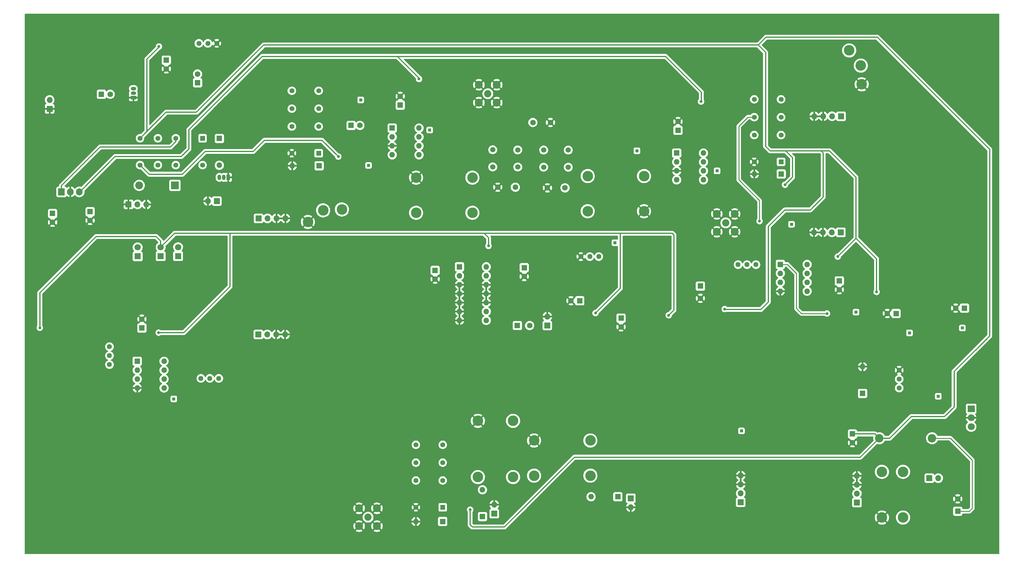
<source format=gbr>
%TF.GenerationSoftware,KiCad,Pcbnew,(6.0.7)*%
%TF.CreationDate,2023-02-22T17:07:51-05:00*%
%TF.ProjectId,Phoenix612 Complete v1,50686f65-6e69-4783-9631-3220436f6d70,rev?*%
%TF.SameCoordinates,Original*%
%TF.FileFunction,Copper,L2,Bot*%
%TF.FilePolarity,Positive*%
%FSLAX46Y46*%
G04 Gerber Fmt 4.6, Leading zero omitted, Abs format (unit mm)*
G04 Created by KiCad (PCBNEW (6.0.7)) date 2023-02-22 17:07:51*
%MOMM*%
%LPD*%
G01*
G04 APERTURE LIST*
%TA.AperFunction,ComponentPad*%
%ADD10R,1.800000X1.800000*%
%TD*%
%TA.AperFunction,ComponentPad*%
%ADD11C,1.800000*%
%TD*%
%TA.AperFunction,ComponentPad*%
%ADD12R,1.600000X1.600000*%
%TD*%
%TA.AperFunction,ComponentPad*%
%ADD13C,1.600000*%
%TD*%
%TA.AperFunction,ComponentPad*%
%ADD14C,1.440000*%
%TD*%
%TA.AperFunction,ComponentPad*%
%ADD15R,1.700000X1.700000*%
%TD*%
%TA.AperFunction,ComponentPad*%
%ADD16O,1.700000X1.700000*%
%TD*%
%TA.AperFunction,ComponentPad*%
%ADD17C,1.500000*%
%TD*%
%TA.AperFunction,ComponentPad*%
%ADD18R,0.850000X0.850000*%
%TD*%
%TA.AperFunction,ComponentPad*%
%ADD19O,1.600000X1.600000*%
%TD*%
%TA.AperFunction,ComponentPad*%
%ADD20C,3.000000*%
%TD*%
%TA.AperFunction,ComponentPad*%
%ADD21R,1.400000X1.400000*%
%TD*%
%TA.AperFunction,ComponentPad*%
%ADD22C,1.400000*%
%TD*%
%TA.AperFunction,ComponentPad*%
%ADD23R,2.000000X1.905000*%
%TD*%
%TA.AperFunction,ComponentPad*%
%ADD24O,2.000000X1.905000*%
%TD*%
%TA.AperFunction,ComponentPad*%
%ADD25C,2.050000*%
%TD*%
%TA.AperFunction,ComponentPad*%
%ADD26C,2.250000*%
%TD*%
%TA.AperFunction,ComponentPad*%
%ADD27R,1.050000X1.500000*%
%TD*%
%TA.AperFunction,ComponentPad*%
%ADD28O,1.050000X1.500000*%
%TD*%
%TA.AperFunction,ComponentPad*%
%ADD29R,1.905000X2.000000*%
%TD*%
%TA.AperFunction,ComponentPad*%
%ADD30O,1.905000X2.000000*%
%TD*%
%TA.AperFunction,ComponentPad*%
%ADD31R,2.200000X2.200000*%
%TD*%
%TA.AperFunction,ComponentPad*%
%ADD32O,2.200000X2.200000*%
%TD*%
%TA.AperFunction,ComponentPad*%
%ADD33C,2.400000*%
%TD*%
%TA.AperFunction,ComponentPad*%
%ADD34R,1.500000X1.050000*%
%TD*%
%TA.AperFunction,ComponentPad*%
%ADD35O,1.500000X1.050000*%
%TD*%
%TA.AperFunction,ViaPad*%
%ADD36C,0.800000*%
%TD*%
%TA.AperFunction,Conductor*%
%ADD37C,0.350000*%
%TD*%
%TA.AperFunction,Conductor*%
%ADD38C,0.250000*%
%TD*%
G04 APERTURE END LIST*
D10*
%TO.P,D4,1,K*%
%TO.N,Net-(D4-Pad1)*%
X50863500Y-105024000D03*
D11*
%TO.P,D4,2,A*%
%TO.N,TX12V*%
X50863500Y-102484000D03*
%TD*%
D12*
%TO.P,C43,1*%
%TO.N,Net-(C43-Pad1)*%
X210778000Y-113472849D03*
D13*
%TO.P,C43,2*%
%TO.N,GND*%
X210778000Y-116972849D03*
%TD*%
D14*
%TO.P,RV4,1,1*%
%TO.N,Net-(C50-Pad2)*%
X68262500Y-44426500D03*
%TO.P,RV4,2,2*%
%TO.N,IFMICIN*%
X70802500Y-44426500D03*
%TO.P,RV4,3,3*%
%TO.N,GND*%
X73342500Y-44426500D03*
%TD*%
D12*
%TO.P,C55,1*%
%TO.N,Net-(C54-Pad1)*%
X250253500Y-112014000D03*
D13*
%TO.P,C55,2*%
%TO.N,GND*%
X250253500Y-114514000D03*
%TD*%
D15*
%TO.P,U11,1,IN*%
%TO.N,Net-(C76-Pad2)*%
X255270000Y-175052000D03*
D16*
%TO.P,U11,2,IN*%
X255270000Y-172512000D03*
%TO.P,U11,3,GND*%
%TO.N,GND*%
X255270000Y-169972000D03*
%TO.P,U11,4,GND*%
X255270000Y-167432000D03*
%TO.P,U11,5,GND*%
X222250000Y-167386000D03*
%TO.P,U11,6,GND*%
X222250000Y-169926000D03*
%TO.P,U11,7,OUT*%
%TO.N,PA_OUT*%
X222250000Y-172466000D03*
D15*
%TO.P,U11,8,OUT*%
X222250000Y-175006000D03*
%TD*%
D17*
%TO.P,Y3,1,1*%
%TO.N,Net-(C27-Pad1)*%
X166243000Y-74766000D03*
%TO.P,Y3,2,2*%
%TO.N,Net-(C25-Pad1)*%
X166243000Y-79646000D03*
%TD*%
D13*
%TO.P,C27,1*%
%TO.N,Net-(C27-Pad1)*%
X163171500Y-66929000D03*
%TO.P,C27,2*%
%TO.N,GND*%
X168171500Y-66929000D03*
%TD*%
D18*
%TO.P,J7,1,Pin_1*%
%TO.N,Net-(C31-Pad2)*%
X215519000Y-80708500D03*
%TD*%
D15*
%TO.P,U2,1,IN*%
%TO.N,Net-(U2-Pad1)*%
X85171000Y-127254000D03*
D16*
%TO.P,U2,2,IN*%
X87711000Y-127254000D03*
%TO.P,U2,3,GND*%
%TO.N,GND*%
X90251000Y-127254000D03*
%TO.P,U2,4,GND*%
X92791000Y-127254000D03*
%TO.P,U2,5,GND*%
X92837000Y-94234000D03*
%TO.P,U2,6,GND*%
X90297000Y-94234000D03*
%TO.P,U2,7,OUT*%
%TO.N,Net-(U2-Pad7)*%
X87757000Y-94234000D03*
D15*
%TO.P,U2,8,OUT*%
X85217000Y-94234000D03*
%TD*%
D12*
%TO.P,D9,1,K*%
%TO.N,Net-(C85-Pad1)*%
X137541000Y-180467000D03*
D19*
%TO.P,D9,2,A*%
%TO.N,GND*%
X129921000Y-180467000D03*
%TD*%
D20*
%TO.P,T5,1,AA*%
%TO.N,PA_OUT*%
X179513500Y-157433000D03*
%TO.P,T5,2,AB*%
%TO.N,GND*%
X163513500Y-157433000D03*
%TO.P,T5,3,SA*%
%TO.N,Net-(D11-Pad2)*%
X179513500Y-167433000D03*
%TO.P,T5,4,SB*%
%TO.N,ANT_OUT*%
X163513500Y-167433000D03*
%TD*%
D18*
%TO.P,J4,1,Pin_1*%
%TO.N,Net-(C14-Pad2)*%
X133858000Y-69088000D03*
%TD*%
D15*
%TO.P,J3,1,Pin_1*%
%TO.N,Net-(C13-Pad2)*%
X73378500Y-89281000D03*
D16*
%TO.P,J3,2,Pin_2*%
%TO.N,GND*%
X70838500Y-89281000D03*
%TD*%
D17*
%TO.P,Y4,1,1*%
%TO.N,Net-(C25-Pad1)*%
X173228000Y-79666000D03*
%TO.P,Y4,2,2*%
%TO.N,Net-(C22-Pad1)*%
X173228000Y-74786000D03*
%TD*%
D12*
%TO.P,D6,1,K*%
%TO.N,Net-(C30-Pad1)*%
X102425500Y-79248000D03*
D19*
%TO.P,D6,2,A*%
%TO.N,GND*%
X94805500Y-79248000D03*
%TD*%
D20*
%TO.P,T4,1,AA*%
%TO.N,M2_12V*%
X268366500Y-179347000D03*
%TO.P,T4,2,AB*%
%TO.N,Net-(J20-Pad1)*%
X268366500Y-166347000D03*
%TO.P,T4,3,SB*%
%TO.N,GND*%
X262366500Y-179347000D03*
%TO.P,T4,4,SA*%
%TO.N,Net-(C76-Pad1)*%
X262366500Y-166347000D03*
%TD*%
D21*
%TO.P,K4,1*%
%TO.N,Net-(C85-Pad1)*%
X137557000Y-176434000D03*
D22*
%TO.P,K4,4*%
%TO.N,ANT*%
X137557000Y-168814000D03*
%TO.P,K4,6*%
%TO.N,ANT_IN*%
X137557000Y-163734000D03*
%TO.P,K4,8*%
%TO.N,ANT_OUT*%
X137557000Y-158654000D03*
%TO.P,K4,9*%
X129937000Y-158654000D03*
%TO.P,K4,11*%
%TO.N,ANT_IN*%
X129937000Y-163734000D03*
%TO.P,K4,13*%
%TO.N,ANT*%
X129937000Y-168814000D03*
%TO.P,K4,16*%
%TO.N,GND*%
X129937000Y-176434000D03*
%TD*%
D17*
%TO.P,Y1,1,1*%
%TO.N,Net-(C24-Pad2)*%
X151765000Y-74702500D03*
%TO.P,Y1,2,2*%
%TO.N,Net-(C26-Pad1)*%
X151765000Y-79582500D03*
%TD*%
D12*
%TO.P,C71,1*%
%TO.N,TX12V*%
X254000000Y-155565349D03*
D13*
%TO.P,C71,2*%
%TO.N,GND*%
X254000000Y-158065349D03*
%TD*%
D18*
%TO.P,J14,1,Pin_1*%
%TO.N,Net-(C60-Pad1)*%
X236664500Y-95885000D03*
%TD*%
D15*
%TO.P,J20,1,Pin_1*%
%TO.N,Net-(J20-Pad1)*%
X275839000Y-168148000D03*
D16*
%TO.P,J20,2,Pin_2*%
%TO.N,Net-(J20-Pad2)*%
X278379000Y-168148000D03*
%TD*%
D12*
%TO.P,C49,1*%
%TO.N,Net-(C47-Pad1)*%
X58991500Y-49189000D03*
D13*
%TO.P,C49,2*%
%TO.N,GND*%
X58991500Y-51689000D03*
%TD*%
D15*
%TO.P,J34,1,Pin_1*%
%TO.N,Net-(C86-Pad1)*%
X191008000Y-173863000D03*
D16*
%TO.P,J34,2,Pin_2*%
%TO.N,GND*%
X191008000Y-176403000D03*
%TD*%
D23*
%TO.P,Q3,1*%
%TO.N,Net-(Q3-Pad1)*%
X287726000Y-148399500D03*
D24*
%TO.P,Q3,2*%
%TO.N,GND*%
X287726000Y-150939500D03*
%TO.P,Q3,3*%
%TO.N,Net-(J20-Pad2)*%
X287726000Y-153479500D03*
%TD*%
D12*
%TO.P,D10,1,K*%
%TO.N,Net-(C84-Pad1)*%
X148844000Y-179070000D03*
D19*
%TO.P,D10,2,A*%
%TO.N,Net-(D10-Pad2)*%
X148844000Y-171450000D03*
%TD*%
D12*
%TO.P,U8,1,OutA*%
%TO.N,Net-(R43-Pad1)*%
X233489500Y-107315000D03*
D19*
%TO.P,U8,2,InA-*%
%TO.N,Net-(R44-Pad1)*%
X233489500Y-109855000D03*
%TO.P,U8,3,InA+*%
%TO.N,Net-(C60-Pad2)*%
X233489500Y-112395000D03*
%TO.P,U8,4,V-*%
%TO.N,GND*%
X233489500Y-114935000D03*
%TO.P,U8,5,InB+*%
%TO.N,unconnected-(U8-Pad5)*%
X241109500Y-114935000D03*
%TO.P,U8,6,InB-*%
%TO.N,unconnected-(U8-Pad6)*%
X241109500Y-112395000D03*
%TO.P,U8,7,OutB*%
%TO.N,unconnected-(U8-Pad7)*%
X241109500Y-109855000D03*
%TO.P,U8,8,V+*%
%TO.N,Net-(C54-Pad1)*%
X241109500Y-107315000D03*
%TD*%
D14*
%TO.P,RV5,1,1*%
%TO.N,Net-(R44-Pad1)*%
X226568000Y-107378500D03*
%TO.P,RV5,2,2*%
%TO.N,Net-(R45-Pad1)*%
X224028000Y-107378500D03*
%TO.P,RV5,3,3*%
X221488000Y-107378500D03*
%TD*%
D12*
%TO.P,U7,1,BYPASS*%
%TO.N,Net-(C36-Pad1)*%
X142313500Y-108008500D03*
D19*
%TO.P,U7,2,+*%
%TO.N,Net-(R26-Pad2)*%
X142313500Y-110548500D03*
%TO.P,U7,3,GND*%
%TO.N,GND*%
X142313500Y-113088500D03*
%TO.P,U7,4,GND*%
X142313500Y-115628500D03*
%TO.P,U7,5,GND*%
X142313500Y-118168500D03*
%TO.P,U7,6,-*%
X142313500Y-120708500D03*
%TO.P,U7,7,GND*%
X142313500Y-123248500D03*
%TO.P,U7,8*%
%TO.N,Net-(C39-Pad1)*%
X149933500Y-123248500D03*
%TO.P,U7,9,NC*%
%TO.N,unconnected-(U7-Pad9)*%
X149933500Y-120708500D03*
%TO.P,U7,10,GND*%
%TO.N,GND*%
X149933500Y-118168500D03*
%TO.P,U7,11,GND*%
X149933500Y-115628500D03*
%TO.P,U7,12,GND*%
X149933500Y-113088500D03*
%TO.P,U7,13,NC*%
%TO.N,unconnected-(U7-Pad13)*%
X149933500Y-110548500D03*
%TO.P,U7,14,VS*%
%TO.N,Net-(C34-Pad1)*%
X149933500Y-108008500D03*
%TD*%
D15*
%TO.P,U9,1,IN*%
%TO.N,Net-(U9-Pad1)*%
X250744000Y-65151000D03*
D16*
%TO.P,U9,2,IN*%
X248204000Y-65151000D03*
%TO.P,U9,3,GND*%
%TO.N,GND*%
X245664000Y-65151000D03*
%TO.P,U9,4,GND*%
X243124000Y-65151000D03*
%TO.P,U9,5,GND*%
X243078000Y-98171000D03*
%TO.P,U9,6,GND*%
X245618000Y-98171000D03*
%TO.P,U9,7,OUT*%
%TO.N,Net-(C60-Pad1)*%
X248158000Y-98171000D03*
D15*
%TO.P,U9,8,OUT*%
X250698000Y-98171000D03*
%TD*%
D14*
%TO.P,RV3,1,1*%
%TO.N,Net-(C38-Pad2)*%
X181895500Y-105092500D03*
%TO.P,RV3,2,2*%
%TO.N,Net-(R26-Pad1)*%
X179355500Y-105092500D03*
%TO.P,RV3,3,3*%
%TO.N,GND*%
X176815500Y-105092500D03*
%TD*%
D12*
%TO.P,D11,1,K*%
%TO.N,Net-(C86-Pad1)*%
X187325000Y-173418500D03*
D19*
%TO.P,D11,2,A*%
%TO.N,Net-(D11-Pad2)*%
X179705000Y-173418500D03*
%TD*%
D12*
%TO.P,C16,1*%
%TO.N,Net-(C15-Pad1)*%
X125476000Y-61985651D03*
D13*
%TO.P,C16,2*%
%TO.N,GND*%
X125476000Y-59485651D03*
%TD*%
D15*
%TO.P,J2,1,Pin_1*%
%TO.N,GND*%
X48275000Y-90233500D03*
D16*
%TO.P,J2,2,Pin_2*%
%TO.N,Net-(D1-Pad2)*%
X50815000Y-90233500D03*
%TO.P,J2,3,Pin_3*%
%TO.N,GND*%
X53355000Y-90233500D03*
%TD*%
D25*
%TO.P,J32,1,In*%
%TO.N,ANT*%
X116332000Y-179260500D03*
D26*
%TO.P,J32,2,Ext*%
%TO.N,GND*%
X113792000Y-176720500D03*
X118872000Y-181800500D03*
X113792000Y-181800500D03*
X118872000Y-176720500D03*
%TD*%
D12*
%TO.P,C10,1*%
%TO.N,5V*%
X37338000Y-92321500D03*
D13*
%TO.P,C10,2*%
%TO.N,GND*%
X37338000Y-94821500D03*
%TD*%
D25*
%TO.P,J5,1,In*%
%TO.N,Net-(J5-Pad1)*%
X150368000Y-58737500D03*
D26*
%TO.P,J5,2,Ext*%
%TO.N,GND*%
X147828000Y-61277500D03*
X152908000Y-56197500D03*
X147828000Y-56197500D03*
X152908000Y-61277500D03*
%TD*%
D12*
%TO.P,D8,1,K*%
%TO.N,Net-(C80-Pad1)*%
X256857500Y-144028000D03*
D19*
%TO.P,D8,2,A*%
%TO.N,GND*%
X256857500Y-136408000D03*
%TD*%
D18*
%TO.P,J15,1,Pin_1*%
%TO.N,PA_DRIVER_IN*%
X255016000Y-120904000D03*
%TD*%
D12*
%TO.P,U5,1,IN_A*%
%TO.N,Net-(C29-Pad2)*%
X204035500Y-75638500D03*
D19*
%TO.P,U5,2,IN_B*%
%TO.N,Net-(C32-Pad1)*%
X204035500Y-78178500D03*
%TO.P,U5,3,GND*%
%TO.N,GND*%
X204035500Y-80718500D03*
%TO.P,U5,4,OUT_A*%
%TO.N,Net-(K3-Pad13)*%
X204035500Y-83258500D03*
%TO.P,U5,5,OUT_B*%
%TO.N,unconnected-(U5-Pad5)*%
X211655500Y-83258500D03*
%TO.P,U5,6,OSC_B*%
%TO.N,Net-(C31-Pad2)*%
X211655500Y-80718500D03*
%TO.P,U5,7,OSC_E*%
%TO.N,unconnected-(U5-Pad7)*%
X211655500Y-78178500D03*
%TO.P,U5,8,Vcc*%
%TO.N,Net-(C19-Pad1)*%
X211655500Y-75638500D03*
%TD*%
D18*
%TO.P,J16,1,Pin_1*%
%TO.N,Net-(C62-Pad2)*%
X270192500Y-126809500D03*
%TD*%
D15*
%TO.P,J13,1,Pin_1*%
%TO.N,GND*%
X25844500Y-63037000D03*
D16*
%TO.P,J13,2,Pin_2*%
%TO.N,Net-(C53-Pad1)*%
X25844500Y-60497000D03*
%TD*%
D12*
%TO.P,C45,1*%
%TO.N,AF_12V*%
X176497651Y-117665500D03*
D13*
%TO.P,C45,2*%
%TO.N,GND*%
X173997651Y-117665500D03*
%TD*%
D15*
%TO.P,J33,1,Pin_1*%
%TO.N,Net-(C84-Pad1)*%
X152209500Y-178249500D03*
D16*
%TO.P,J33,2,Pin_2*%
%TO.N,GND*%
X152209500Y-175709500D03*
%TD*%
D12*
%TO.P,C50,1*%
%TO.N,Net-(C50-Pad1)*%
X67881500Y-55626000D03*
D13*
%TO.P,C50,2*%
%TO.N,Net-(C50-Pad2)*%
X67881500Y-53126000D03*
%TD*%
%TO.P,C26,1*%
%TO.N,Net-(C26-Pad1)*%
X158202000Y-85344000D03*
%TO.P,C26,2*%
%TO.N,GND*%
X153202000Y-85344000D03*
%TD*%
D14*
%TO.P,RV1,1,1*%
%TO.N,Net-(R6-Pad1)*%
X42852500Y-135814000D03*
%TO.P,RV1,2,2*%
%TO.N,Net-(R8-Pad1)*%
X42852500Y-133274000D03*
%TO.P,RV1,3,3*%
X42852500Y-130734000D03*
%TD*%
D12*
%TO.P,C65,1*%
%TO.N,U1_12V*%
X285823151Y-119761000D03*
D13*
%TO.P,C65,2*%
%TO.N,GND*%
X283323151Y-119761000D03*
%TD*%
D21*
%TO.P,K1,1*%
%TO.N,Net-(C12-Pad1)*%
X69309500Y-71421500D03*
D22*
%TO.P,K1,4*%
%TO.N,12V*%
X61689500Y-71421500D03*
%TO.P,K1,6*%
%TO.N,RX12V*%
X56609500Y-71421500D03*
%TO.P,K1,8*%
%TO.N,TX12V*%
X51529500Y-71421500D03*
%TO.P,K1,9*%
X51529500Y-79041500D03*
%TO.P,K1,11*%
%TO.N,RX12V*%
X56609500Y-79041500D03*
%TO.P,K1,13*%
%TO.N,12V*%
X61689500Y-79041500D03*
%TO.P,K1,16*%
%TO.N,Net-(C12-Pad2)*%
X69309500Y-79041500D03*
%TD*%
D18*
%TO.P,J8,1,Pin_1*%
%TO.N,Net-(C28-Pad1)*%
X116459000Y-79121000D03*
%TD*%
%TO.P,J6,1,Pin_1*%
%TO.N,Net-(C18-Pad2)*%
X114236500Y-60515500D03*
%TD*%
D15*
%TO.P,J12,1,Pin_1*%
%TO.N,Net-(C39-Pad2)*%
X167269000Y-124714000D03*
D16*
%TO.P,J12,2,Pin_2*%
%TO.N,GND*%
X167269000Y-122174000D03*
%TD*%
D25*
%TO.P,J9,1,In*%
%TO.N,Net-(J9-Pad1)*%
X217995500Y-95504000D03*
D26*
%TO.P,J9,2,Ext*%
%TO.N,GND*%
X220535500Y-92964000D03*
X215455500Y-92964000D03*
X220535500Y-98044000D03*
X215455500Y-98044000D03*
%TD*%
D18*
%TO.P,J19,1,Pin_1*%
%TO.N,Net-(C77-Pad2)*%
X278384000Y-144843500D03*
%TD*%
D12*
%TO.P,C74,1*%
%TO.N,M2_12V*%
X283908500Y-177547651D03*
D13*
%TO.P,C74,2*%
%TO.N,GND*%
X283908500Y-174047651D03*
%TD*%
D27*
%TO.P,Q1,1,E*%
%TO.N,GND*%
X76612000Y-82555000D03*
D28*
%TO.P,Q1,2,B*%
%TO.N,Net-(Q1-Pad2)*%
X75342000Y-82555000D03*
%TO.P,Q1,3,C*%
%TO.N,Net-(C12-Pad2)*%
X74072000Y-82555000D03*
%TD*%
D18*
%TO.P,J18,1,Pin_1*%
%TO.N,PA_OUT*%
X222440500Y-154686000D03*
%TD*%
D12*
%TO.P,C52,1*%
%TO.N,Net-(C52-Pad1)*%
X40566849Y-58904500D03*
D13*
%TO.P,C52,2*%
%TO.N,Net-(C52-Pad2)*%
X43066849Y-58904500D03*
%TD*%
D20*
%TO.P,TR1,1*%
%TO.N,GND*%
X99250500Y-95236000D03*
%TO.P,TR1,2*%
%TO.N,Net-(U2-Pad7)*%
X103568500Y-91934000D03*
%TO.P,TR1,3*%
%TO.N,IFRFIN*%
X108902500Y-91680000D03*
%TD*%
%TO.P,T1,1,AA*%
%TO.N,Net-(C28-Pad2)*%
X129985500Y-92630000D03*
%TO.P,T1,2,AB*%
%TO.N,Net-(C24-Pad1)*%
X145985500Y-92630000D03*
%TO.P,T1,3,SA*%
%TO.N,GND*%
X129985500Y-82630000D03*
%TO.P,T1,4,SB*%
%TO.N,Net-(C24-Pad1)*%
X145985500Y-82630000D03*
%TD*%
D12*
%TO.P,C18,1*%
%TO.N,Net-(C18-Pad1)*%
X111506000Y-67754500D03*
D13*
%TO.P,C18,2*%
%TO.N,Net-(C18-Pad2)*%
X114006000Y-67754500D03*
%TD*%
D12*
%TO.P,C20,1*%
%TO.N,Net-(C19-Pad1)*%
X204416500Y-69161500D03*
D13*
%TO.P,C20,2*%
%TO.N,GND*%
X204416500Y-66661500D03*
%TD*%
D12*
%TO.P,D5,1,K*%
%TO.N,Net-(C12-Pad1)*%
X74072000Y-71485000D03*
D19*
%TO.P,D5,2,A*%
%TO.N,Net-(C12-Pad2)*%
X74072000Y-79105000D03*
%TD*%
D18*
%TO.P,J1,1,Pin_1*%
%TO.N,Net-(J1-Pad1)*%
X61140500Y-145605500D03*
%TD*%
D17*
%TO.P,Y2,1,1*%
%TO.N,Net-(C26-Pad1)*%
X158877000Y-79602500D03*
%TO.P,Y2,2,2*%
%TO.N,Net-(C27-Pad1)*%
X158877000Y-74722500D03*
%TD*%
D12*
%TO.P,C9,1*%
%TO.N,12V*%
X26670000Y-92827349D03*
D13*
%TO.P,C9,2*%
%TO.N,GND*%
X26670000Y-95327349D03*
%TD*%
D10*
%TO.P,D3,1,K*%
%TO.N,Net-(D3-Pad1)*%
X62357000Y-104965500D03*
D11*
%TO.P,D3,2,A*%
%TO.N,12V*%
X62357000Y-102425500D03*
%TD*%
D21*
%TO.P,K3,1*%
%TO.N,Net-(C33-Pad1)*%
X233696000Y-78136000D03*
D22*
%TO.P,K3,4*%
%TO.N,Net-(K3-Pad13)*%
X233696000Y-70516000D03*
%TO.P,K3,6*%
%TO.N,IFAFOUT*%
X233696000Y-65436000D03*
%TO.P,K3,8*%
%TO.N,IFPAOUT*%
X233696000Y-60356000D03*
%TO.P,K3,9*%
X226076000Y-60356000D03*
%TO.P,K3,11*%
%TO.N,IFAFOUT*%
X226076000Y-65436000D03*
%TO.P,K3,13*%
%TO.N,Net-(K3-Pad13)*%
X226076000Y-70516000D03*
%TO.P,K3,16*%
%TO.N,GND*%
X226076000Y-78136000D03*
%TD*%
D29*
%TO.P,U3,1,VI*%
%TO.N,12V*%
X29210000Y-86670000D03*
D30*
%TO.P,U3,2,GND*%
%TO.N,GND*%
X31750000Y-86670000D03*
%TO.P,U3,3,VO*%
%TO.N,5V*%
X34290000Y-86670000D03*
%TD*%
D12*
%TO.P,U1,1,OutA*%
%TO.N,Net-(R4-Pad1)*%
X50736500Y-134871500D03*
D19*
%TO.P,U1,2,InA-*%
%TO.N,Net-(R6-Pad1)*%
X50736500Y-137411500D03*
%TO.P,U1,3,InA+*%
%TO.N,Net-(U1-Pad3)*%
X50736500Y-139951500D03*
%TO.P,U1,4,V-*%
%TO.N,GND*%
X50736500Y-142491500D03*
%TO.P,U1,5,InB+*%
%TO.N,Net-(J1-Pad1)*%
X58356500Y-142491500D03*
%TO.P,U1,6,InB-*%
%TO.N,Net-(R7-Pad2)*%
X58356500Y-139951500D03*
%TO.P,U1,7,OutB*%
%TO.N,Net-(R5-Pad1)*%
X58356500Y-137411500D03*
%TO.P,U1,8,V+*%
%TO.N,Net-(C1-Pad1)*%
X58356500Y-134871500D03*
%TD*%
D20*
%TO.P,T2,1,AA*%
%TO.N,Net-(C22-Pad2)*%
X178753500Y-92185500D03*
%TO.P,T2,2,AB*%
%TO.N,GND*%
X194753500Y-92185500D03*
%TO.P,T2,3,SA*%
%TO.N,Net-(C22-Pad2)*%
X178753500Y-82185500D03*
%TO.P,T2,4,SB*%
%TO.N,Net-(C29-Pad1)*%
X194753500Y-82185500D03*
%TD*%
D18*
%TO.P,J10,1,Pin_1*%
%TO.N,Net-(C29-Pad1)*%
X192722500Y-74993500D03*
%TD*%
D20*
%TO.P,TR2,1*%
%TO.N,Net-(C59-Pad2)*%
X253061500Y-46418500D03*
%TO.P,TR2,2*%
%TO.N,Net-(U9-Pad1)*%
X256363500Y-50736500D03*
%TO.P,TR2,3*%
%TO.N,GND*%
X256617500Y-56070500D03*
%TD*%
D18*
%TO.P,J17,1,Pin_1*%
%TO.N,PA_IN*%
X285251651Y-125412500D03*
%TD*%
D12*
%TO.P,C68,1*%
%TO.N,U1_6V*%
X266392151Y-121285000D03*
D13*
%TO.P,C68,2*%
%TO.N,GND*%
X263892151Y-121285000D03*
%TD*%
D12*
%TO.P,C36,1*%
%TO.N,Net-(C36-Pad1)*%
X135392000Y-109014849D03*
D13*
%TO.P,C36,2*%
%TO.N,GND*%
X135392000Y-111514849D03*
%TD*%
D12*
%TO.P,C39,1*%
%TO.N,Net-(C39-Pad1)*%
X158758349Y-124709000D03*
D13*
%TO.P,C39,2*%
%TO.N,Net-(C39-Pad2)*%
X162258349Y-124709000D03*
%TD*%
D12*
%TO.P,U4,1,IN_A*%
%TO.N,Net-(C18-Pad2)*%
X123200000Y-68526500D03*
D19*
%TO.P,U4,2,IN_B*%
%TO.N,Net-(C23-Pad1)*%
X123200000Y-71066500D03*
%TO.P,U4,3,GND*%
%TO.N,GND*%
X123200000Y-73606500D03*
%TO.P,U4,4,OUT_A*%
%TO.N,Net-(C28-Pad1)*%
X123200000Y-76146500D03*
%TO.P,U4,5,OUT_B*%
%TO.N,unconnected-(U4-Pad5)*%
X130820000Y-76146500D03*
%TO.P,U4,6,OSC_B*%
%TO.N,Net-(C14-Pad2)*%
X130820000Y-73606500D03*
%TO.P,U4,7,OSC_E*%
%TO.N,unconnected-(U4-Pad7)*%
X130820000Y-71066500D03*
%TO.P,U4,8,Vcc*%
%TO.N,Net-(C15-Pad1)*%
X130820000Y-68526500D03*
%TD*%
D21*
%TO.P,K2,1*%
%TO.N,Net-(C30-Pad1)*%
X102298500Y-75692000D03*
D22*
%TO.P,K2,4*%
%TO.N,Net-(C18-Pad1)*%
X102298500Y-68072000D03*
%TO.P,K2,6*%
%TO.N,IFRFIN*%
X102298500Y-62992000D03*
%TO.P,K2,8*%
%TO.N,IFMICIN*%
X102298500Y-57912000D03*
%TO.P,K2,9*%
X94678500Y-57912000D03*
%TO.P,K2,11*%
%TO.N,IFRFIN*%
X94678500Y-62992000D03*
%TO.P,K2,13*%
%TO.N,Net-(C18-Pad1)*%
X94678500Y-68072000D03*
%TO.P,K2,16*%
%TO.N,GND*%
X94678500Y-75692000D03*
%TD*%
D14*
%TO.P,RV6,1,1*%
%TO.N,GND*%
X267271500Y-137414000D03*
%TO.P,RV6,2,2*%
%TO.N,Net-(C81-Pad1)*%
X267271500Y-139954000D03*
%TO.P,RV6,3,3*%
%TO.N,Net-(C80-Pad1)*%
X267271500Y-142494000D03*
%TD*%
D12*
%TO.P,C2,1*%
%TO.N,Net-(C1-Pad1)*%
X52060000Y-125409651D03*
D13*
%TO.P,C2,2*%
%TO.N,GND*%
X52060000Y-122909651D03*
%TD*%
D14*
%TO.P,RV2,1,1*%
%TO.N,Net-(R7-Pad2)*%
X68824000Y-139763500D03*
%TO.P,RV2,2,2*%
%TO.N,Net-(R9-Pad1)*%
X71364000Y-139763500D03*
%TO.P,RV2,3,3*%
X73904000Y-139763500D03*
%TD*%
D31*
%TO.P,D1,1,K*%
%TO.N,12V*%
X61468000Y-84836000D03*
D32*
%TO.P,D1,2,A*%
%TO.N,Net-(D1-Pad2)*%
X51308000Y-84836000D03*
%TD*%
D18*
%TO.P,J11,1,Pin_1*%
%TO.N,Net-(C38-Pad2)*%
X186521000Y-101155500D03*
%TD*%
D33*
%TO.P,L12,1,1*%
%TO.N,TX12V*%
X261613000Y-156781500D03*
%TO.P,L12,2,2*%
%TO.N,M2_12V*%
X276613000Y-156781500D03*
%TD*%
D13*
%TO.P,C25,1*%
%TO.N,Net-(C25-Pad1)*%
X172299000Y-85534500D03*
%TO.P,C25,2*%
%TO.N,GND*%
X167299000Y-85534500D03*
%TD*%
D12*
%TO.P,C34,1*%
%TO.N,Net-(C34-Pad1)*%
X160728500Y-108262500D03*
D13*
%TO.P,C34,2*%
%TO.N,GND*%
X160728500Y-110762500D03*
%TD*%
D10*
%TO.P,D2,1,K*%
%TO.N,Net-(D2-Pad1)*%
X57394349Y-104960500D03*
D11*
%TO.P,D2,2,A*%
%TO.N,RX12V*%
X57394349Y-102420500D03*
%TD*%
D34*
%TO.P,Q2,1,E*%
%TO.N,GND*%
X49636000Y-59857000D03*
D35*
%TO.P,Q2,2,B*%
%TO.N,Net-(C52-Pad2)*%
X49636000Y-58587000D03*
%TO.P,Q2,3,C*%
%TO.N,Net-(C50-Pad1)*%
X49636000Y-57317000D03*
%TD*%
D12*
%TO.P,D7,1,K*%
%TO.N,Net-(C33-Pad1)*%
X233743500Y-81597500D03*
D19*
%TO.P,D7,2,A*%
%TO.N,GND*%
X226123500Y-81597500D03*
%TD*%
D12*
%TO.P,C42,1*%
%TO.N,Net-(C42-Pad1)*%
X188235500Y-122608849D03*
D13*
%TO.P,C42,2*%
%TO.N,GND*%
X188235500Y-125108849D03*
%TD*%
D20*
%TO.P,T6,1,AA*%
%TO.N,ANT_OUT*%
X157543500Y-167830500D03*
%TO.P,T6,2,AB*%
%TO.N,Net-(D11-Pad2)*%
X157543500Y-151830500D03*
%TO.P,T6,3,SA*%
%TO.N,Net-(D10-Pad2)*%
X147543500Y-167830500D03*
%TO.P,T6,4,SB*%
%TO.N,GND*%
X147543500Y-151830500D03*
%TD*%
D36*
%TO.N,RX12V*%
X150568500Y-102039500D03*
X56822500Y-126733500D03*
X201761000Y-121793000D03*
X180975000Y-121158000D03*
X23050500Y-125349000D03*
%TO.N,5V*%
X210957000Y-60970000D03*
X130810000Y-54546500D03*
%TO.N,TX12V*%
X217678000Y-120015000D03*
X145351500Y-177101500D03*
X234823000Y-84645500D03*
X107886500Y-76644500D03*
X249809000Y-105092500D03*
X260858000Y-115125500D03*
X56896000Y-45315500D03*
%TO.N,IFAFOUT*%
X227584000Y-94996000D03*
%TO.N,Net-(R43-Pad1)*%
X246761000Y-121285000D03*
%TD*%
D37*
%TO.N,RX12V*%
X188023500Y-98615500D02*
X187896500Y-98488500D01*
X150568500Y-99768500D02*
X150568500Y-102039500D01*
X63957000Y-126733500D02*
X77089000Y-113601500D01*
X202819000Y-98488500D02*
X187896500Y-98488500D01*
X56822500Y-126733500D02*
X63957000Y-126733500D01*
X148717000Y-98488500D02*
X149288500Y-98488500D01*
X201761000Y-121793000D02*
X203263500Y-120290500D01*
X39052500Y-99377500D02*
X56070500Y-99377500D01*
X56070500Y-99377500D02*
X57394349Y-100701349D01*
X23050500Y-125349000D02*
X23050500Y-115379500D01*
X180975000Y-121158000D02*
X188023500Y-114109500D01*
X188023500Y-114109500D02*
X188023500Y-98615500D01*
X149288500Y-98488500D02*
X150568500Y-99768500D01*
X77089000Y-98488500D02*
X148717000Y-98488500D01*
X187896500Y-98488500D02*
X148717000Y-98488500D01*
X203263500Y-120290500D02*
X203263500Y-98933000D01*
X57394349Y-102420500D02*
X61326349Y-98488500D01*
X203263500Y-98933000D02*
X202819000Y-98488500D01*
X77089000Y-113601500D02*
X77089000Y-98488500D01*
X23050500Y-115379500D02*
X39052500Y-99377500D01*
X57394349Y-100701349D02*
X57394349Y-102420500D01*
X61326349Y-98488500D02*
X77089000Y-98488500D01*
%TO.N,12V*%
X29210000Y-86670000D02*
X29210000Y-84899500D01*
X40195500Y-73914000D02*
X60198000Y-73914000D01*
X61689500Y-72422500D02*
X61689500Y-71421500D01*
X29210000Y-84899500D02*
X40195500Y-73914000D01*
X60198000Y-73914000D02*
X61689500Y-72422500D01*
%TO.N,5V*%
X86233000Y-48133000D02*
X65405000Y-68961000D01*
X65405000Y-74485500D02*
X63246000Y-76644500D01*
X124650500Y-48133000D02*
X86233000Y-48133000D01*
X124650500Y-48133000D02*
X200914000Y-48133000D01*
X34424500Y-86670000D02*
X34290000Y-86670000D01*
X63246000Y-76644500D02*
X44450000Y-76644500D01*
X44450000Y-76644500D02*
X34424500Y-86670000D01*
X65405000Y-68961000D02*
X65405000Y-74485500D01*
X130810000Y-54546500D02*
X130810000Y-54292500D01*
X211074000Y-58293000D02*
X211074000Y-60853000D01*
X200914000Y-48133000D02*
X211074000Y-58293000D01*
X211074000Y-60853000D02*
X210957000Y-60970000D01*
X130810000Y-54292500D02*
X124650500Y-48133000D01*
%TO.N,TX12V*%
X56896000Y-45529500D02*
X56896000Y-45315500D01*
X145986500Y-182054500D02*
X145351500Y-181419500D01*
X288925000Y-131699000D02*
X282892500Y-137731500D01*
X245681500Y-75628500D02*
X245046500Y-74993500D01*
X226758500Y-44894500D02*
X227203000Y-44894500D01*
X86677500Y-44894500D02*
X226758500Y-44894500D01*
X282892500Y-137731500D02*
X282892500Y-147891500D01*
X229425500Y-42672000D02*
X261048500Y-42672000D01*
X288988500Y-131699000D02*
X288925000Y-131699000D01*
X227965000Y-120142000D02*
X230060500Y-118046500D01*
X103251000Y-72009000D02*
X86868000Y-72009000D01*
X260858000Y-105727500D02*
X260858000Y-115125500D01*
X236982000Y-82486500D02*
X234823000Y-84645500D01*
X227203000Y-44894500D02*
X229425500Y-42672000D01*
X51529500Y-71421500D02*
X53467000Y-69484000D01*
X241998500Y-91821000D02*
X245681500Y-88138000D01*
X227203000Y-44894500D02*
X229298500Y-46990000D01*
X270700500Y-150622000D02*
X264541000Y-156781500D01*
X58943000Y-64008000D02*
X67564000Y-64008000D01*
X54149000Y-81661000D02*
X51529500Y-79041500D01*
X292989000Y-74612500D02*
X292989000Y-127698500D01*
X217805000Y-120142000D02*
X227965000Y-120142000D01*
X264541000Y-156781500D02*
X261613000Y-156781500D01*
X155067000Y-182054500D02*
X145986500Y-182054500D01*
X230060500Y-118046500D02*
X230060500Y-96520000D01*
X236982000Y-76962000D02*
X236982000Y-82486500D01*
X234759500Y-91821000D02*
X241998500Y-91821000D01*
X53467000Y-69484000D02*
X53467000Y-48958500D01*
X229298500Y-46990000D02*
X229298500Y-73723500D01*
X261613000Y-156781500D02*
X256215500Y-162179000D01*
X292989000Y-127698500D02*
X288988500Y-131699000D01*
X51529500Y-71421500D02*
X58943000Y-64008000D01*
X83693000Y-75184000D02*
X70040500Y-75184000D01*
X235013500Y-74993500D02*
X236982000Y-76962000D01*
X254000000Y-155565349D02*
X260396849Y-155565349D01*
X255016000Y-99885500D02*
X260858000Y-105727500D01*
X174942500Y-162179000D02*
X155067000Y-182054500D01*
X230568500Y-74993500D02*
X235013500Y-74993500D01*
X245681500Y-88138000D02*
X245681500Y-75628500D01*
X256215500Y-162179000D02*
X174942500Y-162179000D01*
X230060500Y-96520000D02*
X234759500Y-91821000D01*
X63563500Y-81661000D02*
X54149000Y-81661000D01*
X235013500Y-74993500D02*
X245046500Y-74993500D01*
X217678000Y-120015000D02*
X217805000Y-120142000D01*
X53467000Y-48958500D02*
X56896000Y-45529500D01*
X280162000Y-150622000D02*
X270700500Y-150622000D01*
X70040500Y-75184000D02*
X63563500Y-81661000D01*
X86868000Y-72009000D02*
X83693000Y-75184000D01*
X247459500Y-74993500D02*
X255016000Y-82550000D01*
X107886500Y-76644500D02*
X103251000Y-72009000D01*
X282892500Y-147891500D02*
X280162000Y-150622000D01*
X145351500Y-181419500D02*
X145351500Y-177101500D01*
X260396849Y-155565349D02*
X261613000Y-156781500D01*
X229298500Y-73723500D02*
X230568500Y-74993500D01*
X255016000Y-82550000D02*
X255016000Y-99885500D01*
X245046500Y-74993500D02*
X247459500Y-74993500D01*
X261048500Y-42672000D02*
X292989000Y-74612500D01*
X255016000Y-99885500D02*
X249809000Y-105092500D01*
X67564000Y-64008000D02*
X86677500Y-44894500D01*
D38*
%TO.N,IFAFOUT*%
X221678500Y-83248500D02*
X221678500Y-68008500D01*
X224251000Y-65436000D02*
X226076000Y-65436000D01*
X227584000Y-89154000D02*
X221678500Y-83248500D01*
X221678500Y-68008500D02*
X224251000Y-65436000D01*
X227584000Y-94996000D02*
X227584000Y-89154000D01*
%TO.N,M2_12V*%
X288036000Y-176720500D02*
X287208849Y-177547651D01*
X276613000Y-156781500D02*
X281813000Y-156781500D01*
X288036000Y-163004500D02*
X288036000Y-176720500D01*
X281813000Y-156781500D02*
X288036000Y-163004500D01*
X287208849Y-177547651D02*
X283908500Y-177547651D01*
%TO.N,Net-(R43-Pad1)*%
X238061500Y-119824500D02*
X239522000Y-121285000D01*
X239522000Y-121285000D02*
X246761000Y-121285000D01*
X233489500Y-107315000D02*
X235521500Y-107315000D01*
X235521500Y-107315000D02*
X238061500Y-109855000D01*
X238061500Y-109855000D02*
X238061500Y-119824500D01*
%TD*%
%TA.AperFunction,Conductor*%
%TO.N,GND*%
G36*
X295661121Y-36025002D02*
G01*
X295707614Y-36078658D01*
X295719000Y-36131000D01*
X295719000Y-189611500D01*
X295698998Y-189679621D01*
X295645342Y-189726114D01*
X295593000Y-189737500D01*
X18922500Y-189737500D01*
X18854379Y-189717498D01*
X18807886Y-189663842D01*
X18796500Y-189611500D01*
X18796500Y-183124971D01*
X112832884Y-183124971D01*
X112836570Y-183130240D01*
X113044121Y-183257427D01*
X113052915Y-183261908D01*
X113281242Y-183356484D01*
X113290627Y-183359533D01*
X113530940Y-183417228D01*
X113540687Y-183418771D01*
X113787070Y-183438162D01*
X113796930Y-183438162D01*
X114043313Y-183418771D01*
X114053060Y-183417228D01*
X114293373Y-183359533D01*
X114302758Y-183356484D01*
X114531085Y-183261908D01*
X114539879Y-183257427D01*
X114745928Y-183131160D01*
X114749968Y-183124971D01*
X117912884Y-183124971D01*
X117916570Y-183130240D01*
X118124121Y-183257427D01*
X118132915Y-183261908D01*
X118361242Y-183356484D01*
X118370627Y-183359533D01*
X118610940Y-183417228D01*
X118620687Y-183418771D01*
X118867070Y-183438162D01*
X118876930Y-183438162D01*
X119123313Y-183418771D01*
X119133060Y-183417228D01*
X119373373Y-183359533D01*
X119382758Y-183356484D01*
X119611085Y-183261908D01*
X119619879Y-183257427D01*
X119825928Y-183131160D01*
X119831190Y-183123099D01*
X119825183Y-183112893D01*
X118884812Y-182172522D01*
X118870868Y-182164908D01*
X118869035Y-182165039D01*
X118862420Y-182169290D01*
X117920276Y-183111434D01*
X117912884Y-183124971D01*
X114749968Y-183124971D01*
X114751190Y-183123099D01*
X114745183Y-183112893D01*
X113804812Y-182172522D01*
X113790868Y-182164908D01*
X113789035Y-182165039D01*
X113782420Y-182169290D01*
X112840276Y-183111434D01*
X112832884Y-183124971D01*
X18796500Y-183124971D01*
X18796500Y-181805430D01*
X112154338Y-181805430D01*
X112173729Y-182051813D01*
X112175272Y-182061560D01*
X112232967Y-182301873D01*
X112236016Y-182311258D01*
X112330592Y-182539585D01*
X112335073Y-182548379D01*
X112461340Y-182754428D01*
X112469401Y-182759690D01*
X112479607Y-182753683D01*
X113419978Y-181813312D01*
X113426356Y-181801632D01*
X114156408Y-181801632D01*
X114156539Y-181803465D01*
X114160790Y-181810080D01*
X115102934Y-182752224D01*
X115116471Y-182759616D01*
X115121740Y-182755930D01*
X115248927Y-182548379D01*
X115253408Y-182539585D01*
X115347984Y-182311258D01*
X115351033Y-182301873D01*
X115408728Y-182061560D01*
X115410271Y-182051813D01*
X115429662Y-181805430D01*
X117234338Y-181805430D01*
X117253729Y-182051813D01*
X117255272Y-182061560D01*
X117312967Y-182301873D01*
X117316016Y-182311258D01*
X117410592Y-182539585D01*
X117415073Y-182548379D01*
X117541340Y-182754428D01*
X117549401Y-182759690D01*
X117559607Y-182753683D01*
X118499978Y-181813312D01*
X118506356Y-181801632D01*
X119236408Y-181801632D01*
X119236539Y-181803465D01*
X119240790Y-181810080D01*
X120182934Y-182752224D01*
X120196471Y-182759616D01*
X120201740Y-182755930D01*
X120328927Y-182548379D01*
X120333408Y-182539585D01*
X120427984Y-182311258D01*
X120431033Y-182301873D01*
X120488728Y-182061560D01*
X120490271Y-182051813D01*
X120509662Y-181805430D01*
X120509662Y-181795570D01*
X120490271Y-181549187D01*
X120488728Y-181539440D01*
X120431033Y-181299127D01*
X120427984Y-181289742D01*
X120333408Y-181061415D01*
X120328927Y-181052621D01*
X120202660Y-180846572D01*
X120194599Y-180841310D01*
X120184393Y-180847317D01*
X119244022Y-181787688D01*
X119236408Y-181801632D01*
X118506356Y-181801632D01*
X118507592Y-181799368D01*
X118507461Y-181797535D01*
X118503210Y-181790920D01*
X117561066Y-180848776D01*
X117547529Y-180841384D01*
X117542260Y-180845070D01*
X117415073Y-181052621D01*
X117410592Y-181061415D01*
X117316016Y-181289742D01*
X117312967Y-181299127D01*
X117255272Y-181539440D01*
X117253729Y-181549187D01*
X117234338Y-181795570D01*
X117234338Y-181805430D01*
X115429662Y-181805430D01*
X115429662Y-181795570D01*
X115410271Y-181549187D01*
X115408728Y-181539440D01*
X115351033Y-181299127D01*
X115347984Y-181289742D01*
X115253408Y-181061415D01*
X115248927Y-181052621D01*
X115122660Y-180846572D01*
X115114599Y-180841310D01*
X115104393Y-180847317D01*
X114164022Y-181787688D01*
X114156408Y-181801632D01*
X113426356Y-181801632D01*
X113427592Y-181799368D01*
X113427461Y-181797535D01*
X113423210Y-181790920D01*
X112481066Y-180848776D01*
X112467529Y-180841384D01*
X112462260Y-180845070D01*
X112335073Y-181052621D01*
X112330592Y-181061415D01*
X112236016Y-181289742D01*
X112232967Y-181299127D01*
X112175272Y-181539440D01*
X112173729Y-181549187D01*
X112154338Y-181795570D01*
X112154338Y-181805430D01*
X18796500Y-181805430D01*
X18796500Y-180477901D01*
X112832810Y-180477901D01*
X112838817Y-180488107D01*
X113779188Y-181428478D01*
X113793132Y-181436092D01*
X113794965Y-181435961D01*
X113801580Y-181431710D01*
X114743724Y-180489566D01*
X114751116Y-180476029D01*
X114747430Y-180470760D01*
X114539879Y-180343573D01*
X114531085Y-180339092D01*
X114302758Y-180244516D01*
X114293373Y-180241467D01*
X114053060Y-180183772D01*
X114043313Y-180182229D01*
X113796930Y-180162838D01*
X113787070Y-180162838D01*
X113540687Y-180182229D01*
X113530940Y-180183772D01*
X113290627Y-180241467D01*
X113281242Y-180244516D01*
X113052915Y-180339092D01*
X113044121Y-180343573D01*
X112838072Y-180469840D01*
X112832810Y-180477901D01*
X18796500Y-180477901D01*
X18796500Y-179260500D01*
X114793758Y-179260500D01*
X114812696Y-179501134D01*
X114813850Y-179505941D01*
X114813851Y-179505947D01*
X114840961Y-179618866D01*
X114869045Y-179735843D01*
X114870938Y-179740414D01*
X114870939Y-179740416D01*
X114943137Y-179914717D01*
X114961416Y-179958847D01*
X115087536Y-180164656D01*
X115244299Y-180348201D01*
X115427844Y-180504964D01*
X115633653Y-180631084D01*
X115638223Y-180632977D01*
X115638227Y-180632979D01*
X115850730Y-180721000D01*
X115856657Y-180723455D01*
X115919311Y-180738497D01*
X116086553Y-180778649D01*
X116086559Y-180778650D01*
X116091366Y-180779804D01*
X116332000Y-180798742D01*
X116572634Y-180779804D01*
X116577441Y-180778650D01*
X116577447Y-180778649D01*
X116744689Y-180738497D01*
X116807343Y-180723455D01*
X116813270Y-180721000D01*
X117025773Y-180632979D01*
X117025777Y-180632977D01*
X117030347Y-180631084D01*
X117236156Y-180504964D01*
X117267843Y-180477901D01*
X117912810Y-180477901D01*
X117918817Y-180488107D01*
X118859188Y-181428478D01*
X118873132Y-181436092D01*
X118874965Y-181435961D01*
X118881580Y-181431710D01*
X119579768Y-180733522D01*
X128638273Y-180733522D01*
X128685764Y-180910761D01*
X128689510Y-180921053D01*
X128781586Y-181118511D01*
X128787069Y-181128007D01*
X128912028Y-181306467D01*
X128919084Y-181314875D01*
X129073125Y-181468916D01*
X129081533Y-181475972D01*
X129259993Y-181600931D01*
X129269489Y-181606414D01*
X129466947Y-181698490D01*
X129477239Y-181702236D01*
X129649503Y-181748394D01*
X129663599Y-181748058D01*
X129667000Y-181740116D01*
X129667000Y-181734967D01*
X130175000Y-181734967D01*
X130178973Y-181748498D01*
X130187522Y-181749727D01*
X130364761Y-181702236D01*
X130375053Y-181698490D01*
X130572511Y-181606414D01*
X130582007Y-181600931D01*
X130760467Y-181475972D01*
X130768875Y-181468916D01*
X130922657Y-181315134D01*
X136232500Y-181315134D01*
X136239255Y-181377316D01*
X136290385Y-181513705D01*
X136377739Y-181630261D01*
X136494295Y-181717615D01*
X136630684Y-181768745D01*
X136692866Y-181775500D01*
X138389134Y-181775500D01*
X138451316Y-181768745D01*
X138587705Y-181717615D01*
X138704261Y-181630261D01*
X138791615Y-181513705D01*
X138842745Y-181377316D01*
X138849500Y-181315134D01*
X138849500Y-179618866D01*
X138842745Y-179556684D01*
X138791615Y-179420295D01*
X138704261Y-179303739D01*
X138587705Y-179216385D01*
X138451316Y-179165255D01*
X138389134Y-179158500D01*
X136692866Y-179158500D01*
X136630684Y-179165255D01*
X136494295Y-179216385D01*
X136377739Y-179303739D01*
X136290385Y-179420295D01*
X136239255Y-179556684D01*
X136232500Y-179618866D01*
X136232500Y-181315134D01*
X130922657Y-181315134D01*
X130922916Y-181314875D01*
X130929972Y-181306467D01*
X131054931Y-181128007D01*
X131060414Y-181118511D01*
X131152490Y-180921053D01*
X131156236Y-180910761D01*
X131202394Y-180738497D01*
X131202058Y-180724401D01*
X131194116Y-180721000D01*
X130193115Y-180721000D01*
X130177876Y-180725475D01*
X130176671Y-180726865D01*
X130175000Y-180734548D01*
X130175000Y-181734967D01*
X129667000Y-181734967D01*
X129667000Y-180739115D01*
X129662525Y-180723876D01*
X129661135Y-180722671D01*
X129653452Y-180721000D01*
X128653033Y-180721000D01*
X128639502Y-180724973D01*
X128638273Y-180733522D01*
X119579768Y-180733522D01*
X119823724Y-180489566D01*
X119831116Y-180476029D01*
X119827430Y-180470760D01*
X119619879Y-180343573D01*
X119611085Y-180339092D01*
X119382758Y-180244516D01*
X119373373Y-180241467D01*
X119181922Y-180195503D01*
X128639606Y-180195503D01*
X128639942Y-180209599D01*
X128647884Y-180213000D01*
X129648885Y-180213000D01*
X129664124Y-180208525D01*
X129665329Y-180207135D01*
X129667000Y-180199452D01*
X129667000Y-180194885D01*
X130175000Y-180194885D01*
X130179475Y-180210124D01*
X130180865Y-180211329D01*
X130188548Y-180213000D01*
X131188967Y-180213000D01*
X131202498Y-180209027D01*
X131203727Y-180200478D01*
X131156236Y-180023239D01*
X131152490Y-180012947D01*
X131060414Y-179815489D01*
X131054931Y-179805993D01*
X130929972Y-179627533D01*
X130922916Y-179619125D01*
X130768875Y-179465084D01*
X130760467Y-179458028D01*
X130582007Y-179333069D01*
X130572511Y-179327586D01*
X130375053Y-179235510D01*
X130364761Y-179231764D01*
X130192497Y-179185606D01*
X130178401Y-179185942D01*
X130175000Y-179193884D01*
X130175000Y-180194885D01*
X129667000Y-180194885D01*
X129667000Y-179199033D01*
X129663027Y-179185502D01*
X129654478Y-179184273D01*
X129477239Y-179231764D01*
X129466947Y-179235510D01*
X129269489Y-179327586D01*
X129259993Y-179333069D01*
X129081533Y-179458028D01*
X129073125Y-179465084D01*
X128919084Y-179619125D01*
X128912028Y-179627533D01*
X128787069Y-179805993D01*
X128781586Y-179815489D01*
X128689510Y-180012947D01*
X128685764Y-180023239D01*
X128639606Y-180195503D01*
X119181922Y-180195503D01*
X119133060Y-180183772D01*
X119123313Y-180182229D01*
X118876930Y-180162838D01*
X118867070Y-180162838D01*
X118620687Y-180182229D01*
X118610940Y-180183772D01*
X118370627Y-180241467D01*
X118361242Y-180244516D01*
X118132915Y-180339092D01*
X118124121Y-180343573D01*
X117918072Y-180469840D01*
X117912810Y-180477901D01*
X117267843Y-180477901D01*
X117419701Y-180348201D01*
X117576464Y-180164656D01*
X117702584Y-179958847D01*
X117720864Y-179914717D01*
X117793061Y-179740416D01*
X117793062Y-179740414D01*
X117794955Y-179735843D01*
X117823039Y-179618866D01*
X117850149Y-179505947D01*
X117850150Y-179505941D01*
X117851304Y-179501134D01*
X117870242Y-179260500D01*
X117851304Y-179019866D01*
X117850150Y-179015059D01*
X117850149Y-179015053D01*
X117810582Y-178850249D01*
X117794955Y-178785157D01*
X117761228Y-178703732D01*
X117704479Y-178566727D01*
X117704477Y-178566723D01*
X117702584Y-178562153D01*
X117576464Y-178356344D01*
X117425606Y-178179713D01*
X117422909Y-178176555D01*
X117419701Y-178172799D01*
X117270034Y-178044971D01*
X117912884Y-178044971D01*
X117916570Y-178050240D01*
X118124121Y-178177427D01*
X118132915Y-178181908D01*
X118361242Y-178276484D01*
X118370627Y-178279533D01*
X118610940Y-178337228D01*
X118620687Y-178338771D01*
X118867070Y-178358162D01*
X118876930Y-178358162D01*
X119123313Y-178338771D01*
X119133060Y-178337228D01*
X119373373Y-178279533D01*
X119382758Y-178276484D01*
X119611085Y-178181908D01*
X119619879Y-178177427D01*
X119825928Y-178051160D01*
X119831190Y-178043099D01*
X119825183Y-178032893D01*
X118884812Y-177092522D01*
X118870868Y-177084908D01*
X118869035Y-177085039D01*
X118862420Y-177089290D01*
X117920276Y-178031434D01*
X117912884Y-178044971D01*
X117270034Y-178044971D01*
X117236156Y-178016036D01*
X117030347Y-177889916D01*
X117025777Y-177888023D01*
X117025773Y-177888021D01*
X116811916Y-177799439D01*
X116811914Y-177799438D01*
X116807343Y-177797545D01*
X116695818Y-177770770D01*
X116577447Y-177742351D01*
X116577441Y-177742350D01*
X116572634Y-177741196D01*
X116332000Y-177722258D01*
X116091366Y-177741196D01*
X116086559Y-177742350D01*
X116086553Y-177742351D01*
X115968182Y-177770770D01*
X115856657Y-177797545D01*
X115852086Y-177799438D01*
X115852084Y-177799439D01*
X115638227Y-177888021D01*
X115638223Y-177888023D01*
X115633653Y-177889916D01*
X115427844Y-178016036D01*
X115244299Y-178172799D01*
X115241091Y-178176555D01*
X115238394Y-178179713D01*
X115087536Y-178356344D01*
X114961416Y-178562153D01*
X114959523Y-178566723D01*
X114959521Y-178566727D01*
X114902772Y-178703732D01*
X114869045Y-178785157D01*
X114853418Y-178850249D01*
X114813851Y-179015053D01*
X114813850Y-179015059D01*
X114812696Y-179019866D01*
X114793758Y-179260500D01*
X18796500Y-179260500D01*
X18796500Y-178044971D01*
X112832884Y-178044971D01*
X112836570Y-178050240D01*
X113044121Y-178177427D01*
X113052915Y-178181908D01*
X113281242Y-178276484D01*
X113290627Y-178279533D01*
X113530940Y-178337228D01*
X113540687Y-178338771D01*
X113787070Y-178358162D01*
X113796930Y-178358162D01*
X114043313Y-178338771D01*
X114053060Y-178337228D01*
X114293373Y-178279533D01*
X114302758Y-178276484D01*
X114531085Y-178181908D01*
X114539879Y-178177427D01*
X114745928Y-178051160D01*
X114751190Y-178043099D01*
X114745183Y-178032893D01*
X113804812Y-177092522D01*
X113790868Y-177084908D01*
X113789035Y-177085039D01*
X113782420Y-177089290D01*
X112840276Y-178031434D01*
X112832884Y-178044971D01*
X18796500Y-178044971D01*
X18796500Y-176725430D01*
X112154338Y-176725430D01*
X112173729Y-176971813D01*
X112175272Y-176981560D01*
X112232967Y-177221873D01*
X112236016Y-177231258D01*
X112330592Y-177459585D01*
X112335073Y-177468379D01*
X112461340Y-177674428D01*
X112469401Y-177679690D01*
X112479607Y-177673683D01*
X113419978Y-176733312D01*
X113426356Y-176721632D01*
X114156408Y-176721632D01*
X114156539Y-176723465D01*
X114160790Y-176730080D01*
X115102934Y-177672224D01*
X115116471Y-177679616D01*
X115121740Y-177675930D01*
X115248927Y-177468379D01*
X115253408Y-177459585D01*
X115347984Y-177231258D01*
X115351033Y-177221873D01*
X115408728Y-176981560D01*
X115410271Y-176971813D01*
X115429662Y-176725430D01*
X117234338Y-176725430D01*
X117253729Y-176971813D01*
X117255272Y-176981560D01*
X117312967Y-177221873D01*
X117316016Y-177231258D01*
X117410592Y-177459585D01*
X117415073Y-177468379D01*
X117541340Y-177674428D01*
X117549401Y-177679690D01*
X117559607Y-177673683D01*
X118499978Y-176733312D01*
X118506356Y-176721632D01*
X119236408Y-176721632D01*
X119236539Y-176723465D01*
X119240790Y-176730080D01*
X120182934Y-177672224D01*
X120196471Y-177679616D01*
X120201740Y-177675930D01*
X120328927Y-177468379D01*
X120333408Y-177459585D01*
X120338099Y-177448261D01*
X129287294Y-177448261D01*
X129296590Y-177460276D01*
X129326189Y-177481001D01*
X129335677Y-177486479D01*
X129517277Y-177571159D01*
X129527571Y-177574907D01*
X129721122Y-177626769D01*
X129731909Y-177628671D01*
X129931525Y-177646135D01*
X129942475Y-177646135D01*
X130142091Y-177628671D01*
X130152878Y-177626769D01*
X130346429Y-177574907D01*
X130356723Y-177571159D01*
X130538323Y-177486479D01*
X130547811Y-177481001D01*
X130578248Y-177459689D01*
X130586623Y-177449212D01*
X130579554Y-177435764D01*
X130325924Y-177182134D01*
X136348500Y-177182134D01*
X136355255Y-177244316D01*
X136406385Y-177380705D01*
X136493739Y-177497261D01*
X136610295Y-177584615D01*
X136746684Y-177635745D01*
X136808866Y-177642500D01*
X138305134Y-177642500D01*
X138367316Y-177635745D01*
X138503705Y-177584615D01*
X138620261Y-177497261D01*
X138707615Y-177380705D01*
X138758745Y-177244316D01*
X138765500Y-177182134D01*
X138765500Y-175685866D01*
X138758745Y-175623684D01*
X138707615Y-175487295D01*
X138674930Y-175443683D01*
X150873889Y-175443683D01*
X150875412Y-175452107D01*
X150887792Y-175455500D01*
X151937385Y-175455500D01*
X151952624Y-175451025D01*
X151953829Y-175449635D01*
X151955500Y-175441952D01*
X151955500Y-175437385D01*
X152463500Y-175437385D01*
X152467975Y-175452624D01*
X152469365Y-175453829D01*
X152477048Y-175455500D01*
X153527844Y-175455500D01*
X153541375Y-175451527D01*
X153542680Y-175442447D01*
X153500714Y-175275375D01*
X153497394Y-175265624D01*
X153412472Y-175070314D01*
X153407605Y-175061239D01*
X153291926Y-174882426D01*
X153285636Y-174874257D01*
X153142306Y-174716740D01*
X153134773Y-174709715D01*
X152967639Y-174577722D01*
X152959052Y-174572017D01*
X152772617Y-174469099D01*
X152763205Y-174464869D01*
X152562459Y-174393780D01*
X152552488Y-174391146D01*
X152481337Y-174378472D01*
X152468040Y-174379932D01*
X152463500Y-174394489D01*
X152463500Y-175437385D01*
X151955500Y-175437385D01*
X151955500Y-174392602D01*
X151951582Y-174379258D01*
X151937306Y-174377271D01*
X151898824Y-174383160D01*
X151888788Y-174385551D01*
X151686368Y-174451712D01*
X151676859Y-174455709D01*
X151487963Y-174554042D01*
X151479238Y-174559536D01*
X151308933Y-174687405D01*
X151301226Y-174694248D01*
X151154090Y-174848217D01*
X151147604Y-174856227D01*
X151027598Y-175032149D01*
X151022500Y-175041123D01*
X150932838Y-175234283D01*
X150929275Y-175243970D01*
X150873889Y-175443683D01*
X138674930Y-175443683D01*
X138620261Y-175370739D01*
X138503705Y-175283385D01*
X138367316Y-175232255D01*
X138305134Y-175225500D01*
X136808866Y-175225500D01*
X136746684Y-175232255D01*
X136610295Y-175283385D01*
X136493739Y-175370739D01*
X136406385Y-175487295D01*
X136355255Y-175623684D01*
X136348500Y-175685866D01*
X136348500Y-177182134D01*
X130325924Y-177182134D01*
X129949812Y-176806022D01*
X129935868Y-176798408D01*
X129934035Y-176798539D01*
X129927420Y-176802790D01*
X129293724Y-177436486D01*
X129287294Y-177448261D01*
X120338099Y-177448261D01*
X120427984Y-177231258D01*
X120431033Y-177221873D01*
X120488728Y-176981560D01*
X120490271Y-176971813D01*
X120509662Y-176725430D01*
X120509662Y-176715570D01*
X120490271Y-176469187D01*
X120488728Y-176459440D01*
X120483935Y-176439475D01*
X128724865Y-176439475D01*
X128742329Y-176639091D01*
X128744231Y-176649878D01*
X128796093Y-176843429D01*
X128799841Y-176853723D01*
X128884521Y-177035323D01*
X128889999Y-177044811D01*
X128911311Y-177075248D01*
X128921788Y-177083623D01*
X128935236Y-177076554D01*
X129564978Y-176446812D01*
X129571356Y-176435132D01*
X130301408Y-176435132D01*
X130301539Y-176436965D01*
X130305790Y-176443580D01*
X130939486Y-177077276D01*
X130951261Y-177083706D01*
X130963276Y-177074410D01*
X130984001Y-177044811D01*
X130989479Y-177035323D01*
X131074159Y-176853723D01*
X131077907Y-176843429D01*
X131129769Y-176649878D01*
X131131671Y-176639091D01*
X131149135Y-176439475D01*
X131149135Y-176428525D01*
X131131671Y-176228909D01*
X131129769Y-176218122D01*
X131077907Y-176024571D01*
X131074159Y-176014277D01*
X130989479Y-175832677D01*
X130984001Y-175823189D01*
X130962689Y-175792752D01*
X130952212Y-175784377D01*
X130938764Y-175791446D01*
X130309022Y-176421188D01*
X130301408Y-176435132D01*
X129571356Y-176435132D01*
X129572592Y-176432868D01*
X129572461Y-176431035D01*
X129568210Y-176424420D01*
X128934514Y-175790724D01*
X128922739Y-175784294D01*
X128910724Y-175793590D01*
X128889999Y-175823189D01*
X128884521Y-175832677D01*
X128799841Y-176014277D01*
X128796093Y-176024571D01*
X128744231Y-176218122D01*
X128742329Y-176228909D01*
X128724865Y-176428525D01*
X128724865Y-176439475D01*
X120483935Y-176439475D01*
X120431033Y-176219127D01*
X120427984Y-176209742D01*
X120333408Y-175981415D01*
X120328927Y-175972621D01*
X120202660Y-175766572D01*
X120194599Y-175761310D01*
X120184393Y-175767317D01*
X119244022Y-176707688D01*
X119236408Y-176721632D01*
X118506356Y-176721632D01*
X118507592Y-176719368D01*
X118507461Y-176717535D01*
X118503210Y-176710920D01*
X117561066Y-175768776D01*
X117547529Y-175761384D01*
X117542260Y-175765070D01*
X117415073Y-175972621D01*
X117410592Y-175981415D01*
X117316016Y-176209742D01*
X117312967Y-176219127D01*
X117255272Y-176459440D01*
X117253729Y-176469187D01*
X117234338Y-176715570D01*
X117234338Y-176725430D01*
X115429662Y-176725430D01*
X115429662Y-176715570D01*
X115410271Y-176469187D01*
X115408728Y-176459440D01*
X115351033Y-176219127D01*
X115347984Y-176209742D01*
X115253408Y-175981415D01*
X115248927Y-175972621D01*
X115122660Y-175766572D01*
X115114599Y-175761310D01*
X115104393Y-175767317D01*
X114164022Y-176707688D01*
X114156408Y-176721632D01*
X113426356Y-176721632D01*
X113427592Y-176719368D01*
X113427461Y-176717535D01*
X113423210Y-176710920D01*
X112481066Y-175768776D01*
X112467529Y-175761384D01*
X112462260Y-175765070D01*
X112335073Y-175972621D01*
X112330592Y-175981415D01*
X112236016Y-176209742D01*
X112232967Y-176219127D01*
X112175272Y-176459440D01*
X112173729Y-176469187D01*
X112154338Y-176715570D01*
X112154338Y-176725430D01*
X18796500Y-176725430D01*
X18796500Y-175397901D01*
X112832810Y-175397901D01*
X112838817Y-175408107D01*
X113779188Y-176348478D01*
X113793132Y-176356092D01*
X113794965Y-176355961D01*
X113801580Y-176351710D01*
X114743724Y-175409566D01*
X114750094Y-175397901D01*
X117912810Y-175397901D01*
X117918817Y-175408107D01*
X118859188Y-176348478D01*
X118873132Y-176356092D01*
X118874965Y-176355961D01*
X118881580Y-176351710D01*
X119814502Y-175418788D01*
X129287377Y-175418788D01*
X129294446Y-175432236D01*
X129924188Y-176061978D01*
X129938132Y-176069592D01*
X129939965Y-176069461D01*
X129946580Y-176065210D01*
X130580276Y-175431514D01*
X130586706Y-175419739D01*
X130577410Y-175407724D01*
X130547811Y-175386999D01*
X130538323Y-175381521D01*
X130356723Y-175296841D01*
X130346429Y-175293093D01*
X130152878Y-175241231D01*
X130142091Y-175239329D01*
X129942475Y-175221865D01*
X129931525Y-175221865D01*
X129731909Y-175239329D01*
X129721122Y-175241231D01*
X129527571Y-175293093D01*
X129517277Y-175296841D01*
X129335677Y-175381521D01*
X129326189Y-175386999D01*
X129295752Y-175408311D01*
X129287377Y-175418788D01*
X119814502Y-175418788D01*
X119823724Y-175409566D01*
X119831116Y-175396029D01*
X119827430Y-175390760D01*
X119619879Y-175263573D01*
X119611085Y-175259092D01*
X119382758Y-175164516D01*
X119373373Y-175161467D01*
X119133060Y-175103772D01*
X119123313Y-175102229D01*
X118876930Y-175082838D01*
X118867070Y-175082838D01*
X118620687Y-175102229D01*
X118610940Y-175103772D01*
X118370627Y-175161467D01*
X118361242Y-175164516D01*
X118132915Y-175259092D01*
X118124121Y-175263573D01*
X117918072Y-175389840D01*
X117912810Y-175397901D01*
X114750094Y-175397901D01*
X114751116Y-175396029D01*
X114747430Y-175390760D01*
X114539879Y-175263573D01*
X114531085Y-175259092D01*
X114302758Y-175164516D01*
X114293373Y-175161467D01*
X114053060Y-175103772D01*
X114043313Y-175102229D01*
X113796930Y-175082838D01*
X113787070Y-175082838D01*
X113540687Y-175102229D01*
X113530940Y-175103772D01*
X113290627Y-175161467D01*
X113281242Y-175164516D01*
X113052915Y-175259092D01*
X113044121Y-175263573D01*
X112838072Y-175389840D01*
X112832810Y-175397901D01*
X18796500Y-175397901D01*
X18796500Y-171450000D01*
X147530502Y-171450000D01*
X147550457Y-171678087D01*
X147551881Y-171683400D01*
X147551881Y-171683402D01*
X147601302Y-171867840D01*
X147609716Y-171899243D01*
X147612039Y-171904224D01*
X147612039Y-171904225D01*
X147704151Y-172101762D01*
X147704154Y-172101767D01*
X147706477Y-172106749D01*
X147759724Y-172182793D01*
X147834344Y-172289361D01*
X147837802Y-172294300D01*
X147999700Y-172456198D01*
X148004208Y-172459355D01*
X148004211Y-172459357D01*
X148018504Y-172469365D01*
X148187251Y-172587523D01*
X148192233Y-172589846D01*
X148192238Y-172589849D01*
X148322407Y-172650547D01*
X148394757Y-172684284D01*
X148400065Y-172685706D01*
X148400067Y-172685707D01*
X148610598Y-172742119D01*
X148610600Y-172742119D01*
X148615913Y-172743543D01*
X148844000Y-172763498D01*
X149072087Y-172743543D01*
X149077400Y-172742119D01*
X149077402Y-172742119D01*
X149287933Y-172685707D01*
X149287935Y-172685706D01*
X149293243Y-172684284D01*
X149365593Y-172650547D01*
X149495762Y-172589849D01*
X149495767Y-172589846D01*
X149500749Y-172587523D01*
X149669496Y-172469365D01*
X149683789Y-172459357D01*
X149683792Y-172459355D01*
X149688300Y-172456198D01*
X149850198Y-172294300D01*
X149853657Y-172289361D01*
X149928276Y-172182793D01*
X149981523Y-172106749D01*
X149983846Y-172101767D01*
X149983849Y-172101762D01*
X150075961Y-171904225D01*
X150075961Y-171904224D01*
X150078284Y-171899243D01*
X150086699Y-171867840D01*
X150136119Y-171683402D01*
X150136119Y-171683400D01*
X150137543Y-171678087D01*
X150157498Y-171450000D01*
X150137543Y-171221913D01*
X150127074Y-171182842D01*
X150079707Y-171006067D01*
X150079706Y-171006065D01*
X150078284Y-171000757D01*
X150029280Y-170895667D01*
X149983849Y-170798238D01*
X149983846Y-170798233D01*
X149981523Y-170793251D01*
X149850198Y-170605700D01*
X149688300Y-170443802D01*
X149683792Y-170440645D01*
X149683789Y-170440643D01*
X149537592Y-170338275D01*
X149500749Y-170312477D01*
X149495767Y-170310154D01*
X149495762Y-170310151D01*
X149298225Y-170218039D01*
X149298224Y-170218039D01*
X149293243Y-170215716D01*
X149287935Y-170214294D01*
X149287933Y-170214293D01*
X149077402Y-170157881D01*
X149077400Y-170157881D01*
X149072087Y-170156457D01*
X148844000Y-170136502D01*
X148615913Y-170156457D01*
X148610600Y-170157881D01*
X148610598Y-170157881D01*
X148400067Y-170214293D01*
X148400065Y-170214294D01*
X148394757Y-170215716D01*
X148389776Y-170218039D01*
X148389775Y-170218039D01*
X148192238Y-170310151D01*
X148192233Y-170310154D01*
X148187251Y-170312477D01*
X148150408Y-170338275D01*
X148004211Y-170440643D01*
X148004208Y-170440645D01*
X147999700Y-170443802D01*
X147837802Y-170605700D01*
X147706477Y-170793251D01*
X147704154Y-170798233D01*
X147704151Y-170798238D01*
X147658720Y-170895667D01*
X147609716Y-171000757D01*
X147608294Y-171006065D01*
X147608293Y-171006067D01*
X147560926Y-171182842D01*
X147550457Y-171221913D01*
X147530502Y-171450000D01*
X18796500Y-171450000D01*
X18796500Y-168814000D01*
X128723884Y-168814000D01*
X128742314Y-169024655D01*
X128743738Y-169029968D01*
X128743738Y-169029970D01*
X128774541Y-169144926D01*
X128797044Y-169228910D01*
X128799366Y-169233891D01*
X128799367Y-169233892D01*
X128881737Y-169410534D01*
X128886411Y-169420558D01*
X129007699Y-169593776D01*
X129157224Y-169743301D01*
X129330442Y-169864589D01*
X129335420Y-169866910D01*
X129335423Y-169866912D01*
X129517108Y-169951633D01*
X129522090Y-169953956D01*
X129527398Y-169955378D01*
X129527400Y-169955379D01*
X129721030Y-170007262D01*
X129721032Y-170007262D01*
X129726345Y-170008686D01*
X129937000Y-170027116D01*
X130147655Y-170008686D01*
X130152968Y-170007262D01*
X130152970Y-170007262D01*
X130346600Y-169955379D01*
X130346602Y-169955378D01*
X130351910Y-169953956D01*
X130356892Y-169951633D01*
X130538577Y-169866912D01*
X130538580Y-169866910D01*
X130543558Y-169864589D01*
X130716776Y-169743301D01*
X130866301Y-169593776D01*
X130987589Y-169420558D01*
X130992264Y-169410534D01*
X131074633Y-169233892D01*
X131074634Y-169233891D01*
X131076956Y-169228910D01*
X131099460Y-169144926D01*
X131130262Y-169029970D01*
X131130262Y-169029968D01*
X131131686Y-169024655D01*
X131150116Y-168814000D01*
X136343884Y-168814000D01*
X136362314Y-169024655D01*
X136363738Y-169029968D01*
X136363738Y-169029970D01*
X136394541Y-169144926D01*
X136417044Y-169228910D01*
X136419366Y-169233891D01*
X136419367Y-169233892D01*
X136501737Y-169410534D01*
X136506411Y-169420558D01*
X136627699Y-169593776D01*
X136777224Y-169743301D01*
X136950442Y-169864589D01*
X136955420Y-169866910D01*
X136955423Y-169866912D01*
X137137108Y-169951633D01*
X137142090Y-169953956D01*
X137147398Y-169955378D01*
X137147400Y-169955379D01*
X137341030Y-170007262D01*
X137341032Y-170007262D01*
X137346345Y-170008686D01*
X137557000Y-170027116D01*
X137767655Y-170008686D01*
X137772968Y-170007262D01*
X137772970Y-170007262D01*
X137966600Y-169955379D01*
X137966602Y-169955378D01*
X137971910Y-169953956D01*
X137976892Y-169951633D01*
X138158577Y-169866912D01*
X138158580Y-169866910D01*
X138163558Y-169864589D01*
X138336776Y-169743301D01*
X138486301Y-169593776D01*
X138607589Y-169420558D01*
X138612264Y-169410534D01*
X138694633Y-169233892D01*
X138694634Y-169233891D01*
X138696956Y-169228910D01*
X138719460Y-169144926D01*
X138750262Y-169029970D01*
X138750262Y-169029968D01*
X138751686Y-169024655D01*
X138770116Y-168814000D01*
X138751686Y-168603345D01*
X138750262Y-168598030D01*
X138698379Y-168404400D01*
X138698378Y-168404398D01*
X138696956Y-168399090D01*
X138694633Y-168394108D01*
X138609912Y-168212423D01*
X138609910Y-168212420D01*
X138607589Y-168207442D01*
X138486301Y-168034224D01*
X138336776Y-167884699D01*
X138229263Y-167809418D01*
X145530417Y-167809418D01*
X145546182Y-168082820D01*
X145547007Y-168087025D01*
X145547008Y-168087033D01*
X145569748Y-168202937D01*
X145598905Y-168351553D01*
X145600292Y-168355603D01*
X145600293Y-168355608D01*
X145685113Y-168603345D01*
X145687612Y-168610644D01*
X145703956Y-168643140D01*
X145808034Y-168850077D01*
X145810660Y-168855299D01*
X145813086Y-168858828D01*
X145813089Y-168858834D01*
X145941818Y-169046134D01*
X145965774Y-169080990D01*
X145968661Y-169084163D01*
X145968662Y-169084164D01*
X146082253Y-169209000D01*
X146150082Y-169283543D01*
X146153377Y-169286298D01*
X146153378Y-169286299D01*
X146188771Y-169315892D01*
X146360175Y-169459207D01*
X146363816Y-169461491D01*
X146588524Y-169602451D01*
X146588528Y-169602453D01*
X146592164Y-169604734D01*
X146660044Y-169635383D01*
X146837845Y-169715664D01*
X146837849Y-169715666D01*
X146841757Y-169717430D01*
X146845877Y-169718650D01*
X146845876Y-169718650D01*
X147100223Y-169793991D01*
X147100227Y-169793992D01*
X147104336Y-169795209D01*
X147108570Y-169795857D01*
X147108575Y-169795858D01*
X147370798Y-169835983D01*
X147370800Y-169835983D01*
X147375040Y-169836632D01*
X147514412Y-169838822D01*
X147644571Y-169840867D01*
X147644577Y-169840867D01*
X147648862Y-169840934D01*
X147920735Y-169808034D01*
X148185627Y-169738541D01*
X148189587Y-169736901D01*
X148189592Y-169736899D01*
X148360430Y-169666135D01*
X148438636Y-169633741D01*
X148651139Y-169509564D01*
X148671379Y-169497737D01*
X148671380Y-169497736D01*
X148675082Y-169495573D01*
X148890589Y-169326594D01*
X148895843Y-169321173D01*
X149078186Y-169133009D01*
X149081169Y-169129931D01*
X149083702Y-169126483D01*
X149083706Y-169126478D01*
X149240757Y-168912678D01*
X149243295Y-168909223D01*
X149245341Y-168905455D01*
X149371918Y-168672330D01*
X149371919Y-168672328D01*
X149373968Y-168668554D01*
X149446807Y-168475792D01*
X149469251Y-168416395D01*
X149469252Y-168416391D01*
X149470769Y-168412377D01*
X149502271Y-168274830D01*
X149530949Y-168149617D01*
X149530950Y-168149613D01*
X149531907Y-168145433D01*
X149533358Y-168129183D01*
X149556031Y-167875127D01*
X149556031Y-167875125D01*
X149556251Y-167872661D01*
X149556693Y-167830500D01*
X149555256Y-167809418D01*
X155530417Y-167809418D01*
X155546182Y-168082820D01*
X155547007Y-168087025D01*
X155547008Y-168087033D01*
X155569748Y-168202937D01*
X155598905Y-168351553D01*
X155600292Y-168355603D01*
X155600293Y-168355608D01*
X155685113Y-168603345D01*
X155687612Y-168610644D01*
X155703956Y-168643140D01*
X155808034Y-168850077D01*
X155810660Y-168855299D01*
X155813086Y-168858828D01*
X155813089Y-168858834D01*
X155941818Y-169046134D01*
X155965774Y-169080990D01*
X155968661Y-169084163D01*
X155968662Y-169084164D01*
X156082253Y-169209000D01*
X156150082Y-169283543D01*
X156153377Y-169286298D01*
X156153378Y-169286299D01*
X156188771Y-169315892D01*
X156360175Y-169459207D01*
X156363816Y-169461491D01*
X156588524Y-169602451D01*
X156588528Y-169602453D01*
X156592164Y-169604734D01*
X156660044Y-169635383D01*
X156837845Y-169715664D01*
X156837849Y-169715666D01*
X156841757Y-169717430D01*
X156845877Y-169718650D01*
X156845876Y-169718650D01*
X157100223Y-169793991D01*
X157100227Y-169793992D01*
X157104336Y-169795209D01*
X157108570Y-169795857D01*
X157108575Y-169795858D01*
X157370798Y-169835983D01*
X157370800Y-169835983D01*
X157375040Y-169836632D01*
X157514412Y-169838822D01*
X157644571Y-169840867D01*
X157644577Y-169840867D01*
X157648862Y-169840934D01*
X157920735Y-169808034D01*
X158185627Y-169738541D01*
X158189587Y-169736901D01*
X158189592Y-169736899D01*
X158360430Y-169666135D01*
X158438636Y-169633741D01*
X158651139Y-169509564D01*
X158671379Y-169497737D01*
X158671380Y-169497736D01*
X158675082Y-169495573D01*
X158890589Y-169326594D01*
X158895843Y-169321173D01*
X159078186Y-169133009D01*
X159081169Y-169129931D01*
X159083702Y-169126483D01*
X159083706Y-169126478D01*
X159240757Y-168912678D01*
X159243295Y-168909223D01*
X159245341Y-168905455D01*
X159371918Y-168672330D01*
X159371919Y-168672328D01*
X159373968Y-168668554D01*
X159446807Y-168475792D01*
X159469251Y-168416395D01*
X159469252Y-168416391D01*
X159470769Y-168412377D01*
X159502271Y-168274830D01*
X159530949Y-168149617D01*
X159530950Y-168149613D01*
X159531907Y-168145433D01*
X159533358Y-168129183D01*
X159556031Y-167875127D01*
X159556031Y-167875125D01*
X159556251Y-167872661D01*
X159556693Y-167830500D01*
X159552335Y-167766566D01*
X159538359Y-167561555D01*
X159538358Y-167561549D01*
X159538067Y-167557278D01*
X159527001Y-167503840D01*
X159507965Y-167411918D01*
X161500417Y-167411918D01*
X161516182Y-167685320D01*
X161517007Y-167689525D01*
X161517008Y-167689533D01*
X161539230Y-167802799D01*
X161568905Y-167954053D01*
X161570292Y-167958103D01*
X161570293Y-167958108D01*
X161656223Y-168209088D01*
X161657612Y-168213144D01*
X161659539Y-168216975D01*
X161772223Y-168441023D01*
X161780660Y-168457799D01*
X161783086Y-168461328D01*
X161783089Y-168461334D01*
X161882920Y-168606588D01*
X161935774Y-168683490D01*
X161938661Y-168686663D01*
X161938662Y-168686664D01*
X162087356Y-168850077D01*
X162120082Y-168886043D01*
X162123377Y-168888798D01*
X162123378Y-168888799D01*
X162200267Y-168953088D01*
X162330175Y-169061707D01*
X162333816Y-169063991D01*
X162558524Y-169204951D01*
X162558528Y-169204953D01*
X162562164Y-169207234D01*
X162630044Y-169237883D01*
X162807845Y-169318164D01*
X162807849Y-169318166D01*
X162811757Y-169319930D01*
X162843204Y-169329245D01*
X163070223Y-169396491D01*
X163070227Y-169396492D01*
X163074336Y-169397709D01*
X163078570Y-169398357D01*
X163078575Y-169398358D01*
X163340798Y-169438483D01*
X163340800Y-169438483D01*
X163345040Y-169439132D01*
X163484412Y-169441322D01*
X163614571Y-169443367D01*
X163614577Y-169443367D01*
X163618862Y-169443434D01*
X163890735Y-169410534D01*
X164155627Y-169341041D01*
X164159587Y-169339401D01*
X164159592Y-169339399D01*
X164357015Y-169257623D01*
X164408636Y-169236241D01*
X164610926Y-169118032D01*
X164641379Y-169100237D01*
X164641380Y-169100236D01*
X164645082Y-169098073D01*
X164860589Y-168929094D01*
X164876498Y-168912678D01*
X165014237Y-168770542D01*
X165051169Y-168732431D01*
X165053702Y-168728983D01*
X165053706Y-168728978D01*
X165210757Y-168515178D01*
X165213295Y-168511723D01*
X165240654Y-168461334D01*
X165341918Y-168274830D01*
X165341919Y-168274828D01*
X165343968Y-168271054D01*
X165413504Y-168087033D01*
X165439251Y-168018895D01*
X165439252Y-168018891D01*
X165440769Y-168014877D01*
X165473341Y-167872661D01*
X165500949Y-167752117D01*
X165500950Y-167752113D01*
X165501907Y-167747933D01*
X165504961Y-167713720D01*
X165526031Y-167477627D01*
X165526031Y-167477625D01*
X165526251Y-167475161D01*
X165526693Y-167433000D01*
X165526524Y-167430519D01*
X165508359Y-167164055D01*
X165508358Y-167164049D01*
X165508067Y-167159778D01*
X165505597Y-167147848D01*
X165455747Y-166907137D01*
X165452532Y-166891612D01*
X165361117Y-166633465D01*
X165235513Y-166390112D01*
X165225540Y-166375921D01*
X165123366Y-166230542D01*
X165078045Y-166166057D01*
X164992294Y-166073778D01*
X164894546Y-165968588D01*
X164894543Y-165968585D01*
X164891625Y-165965445D01*
X164888310Y-165962731D01*
X164888306Y-165962728D01*
X164715490Y-165821280D01*
X164679705Y-165791990D01*
X164446204Y-165648901D01*
X164442268Y-165647173D01*
X164199373Y-165540549D01*
X164199369Y-165540548D01*
X164195445Y-165538825D01*
X163932066Y-165463800D01*
X163927824Y-165463196D01*
X163927818Y-165463195D01*
X163727334Y-165434662D01*
X163660943Y-165425213D01*
X163517089Y-165424460D01*
X163391377Y-165423802D01*
X163391371Y-165423802D01*
X163387091Y-165423780D01*
X163382847Y-165424339D01*
X163382843Y-165424339D01*
X163263802Y-165440011D01*
X163115578Y-165459525D01*
X163111438Y-165460658D01*
X163111436Y-165460658D01*
X163038508Y-165480609D01*
X162851428Y-165531788D01*
X162847480Y-165533472D01*
X162603482Y-165637546D01*
X162603478Y-165637548D01*
X162599530Y-165639232D01*
X162579625Y-165651145D01*
X162368225Y-165777664D01*
X162368221Y-165777667D01*
X162364543Y-165779868D01*
X162150818Y-165951094D01*
X162069551Y-166036732D01*
X161966240Y-166145599D01*
X161962308Y-166149742D01*
X161802502Y-166372136D01*
X161674357Y-166614161D01*
X161672885Y-166618184D01*
X161672883Y-166618188D01*
X161598314Y-166821955D01*
X161580243Y-166871337D01*
X161521904Y-167138907D01*
X161521568Y-167143177D01*
X161503575Y-167371799D01*
X161500417Y-167411918D01*
X159507965Y-167411918D01*
X159488158Y-167316277D01*
X159482532Y-167289112D01*
X159391117Y-167030965D01*
X159265513Y-166787612D01*
X159255540Y-166773421D01*
X159140946Y-166610371D01*
X159108045Y-166563557D01*
X158946870Y-166390112D01*
X158924546Y-166366088D01*
X158924543Y-166366085D01*
X158921625Y-166362945D01*
X158918310Y-166360231D01*
X158918306Y-166360228D01*
X158766573Y-166236036D01*
X158709705Y-166189490D01*
X158515171Y-166070280D01*
X158479866Y-166048645D01*
X158479865Y-166048645D01*
X158476204Y-166046401D01*
X158472268Y-166044673D01*
X158229373Y-165938049D01*
X158229369Y-165938048D01*
X158225445Y-165936325D01*
X157962066Y-165861300D01*
X157957824Y-165860696D01*
X157957818Y-165860695D01*
X157757334Y-165832162D01*
X157690943Y-165822713D01*
X157547089Y-165821960D01*
X157421377Y-165821302D01*
X157421371Y-165821302D01*
X157417091Y-165821280D01*
X157412847Y-165821839D01*
X157412843Y-165821839D01*
X157293802Y-165837511D01*
X157145578Y-165857025D01*
X157141438Y-165858158D01*
X157141436Y-165858158D01*
X157068508Y-165878109D01*
X156881428Y-165929288D01*
X156877480Y-165930972D01*
X156633482Y-166035046D01*
X156633478Y-166035048D01*
X156629530Y-166036732D01*
X156560484Y-166078055D01*
X156398225Y-166175164D01*
X156398221Y-166175167D01*
X156394543Y-166177368D01*
X156180818Y-166348594D01*
X155992308Y-166547242D01*
X155832502Y-166769636D01*
X155704357Y-167011661D01*
X155702885Y-167015684D01*
X155702883Y-167015688D01*
X155617185Y-167249866D01*
X155610243Y-167268837D01*
X155551904Y-167536407D01*
X155530417Y-167809418D01*
X149555256Y-167809418D01*
X149552335Y-167766566D01*
X149538359Y-167561555D01*
X149538358Y-167561549D01*
X149538067Y-167557278D01*
X149527001Y-167503840D01*
X149488158Y-167316277D01*
X149482532Y-167289112D01*
X149391117Y-167030965D01*
X149265513Y-166787612D01*
X149255540Y-166773421D01*
X149140946Y-166610371D01*
X149108045Y-166563557D01*
X148946870Y-166390112D01*
X148924546Y-166366088D01*
X148924543Y-166366085D01*
X148921625Y-166362945D01*
X148918310Y-166360231D01*
X148918306Y-166360228D01*
X148766573Y-166236036D01*
X148709705Y-166189490D01*
X148515171Y-166070280D01*
X148479866Y-166048645D01*
X148479865Y-166048645D01*
X148476204Y-166046401D01*
X148472268Y-166044673D01*
X148229373Y-165938049D01*
X148229369Y-165938048D01*
X148225445Y-165936325D01*
X147962066Y-165861300D01*
X147957824Y-165860696D01*
X147957818Y-165860695D01*
X147757334Y-165832162D01*
X147690943Y-165822713D01*
X147547089Y-165821960D01*
X147421377Y-165821302D01*
X147421371Y-165821302D01*
X147417091Y-165821280D01*
X147412847Y-165821839D01*
X147412843Y-165821839D01*
X147293802Y-165837511D01*
X147145578Y-165857025D01*
X147141438Y-165858158D01*
X147141436Y-165858158D01*
X147068508Y-165878109D01*
X146881428Y-165929288D01*
X146877480Y-165930972D01*
X146633482Y-166035046D01*
X146633478Y-166035048D01*
X146629530Y-166036732D01*
X146560484Y-166078055D01*
X146398225Y-166175164D01*
X146398221Y-166175167D01*
X146394543Y-166177368D01*
X146180818Y-166348594D01*
X145992308Y-166547242D01*
X145832502Y-166769636D01*
X145704357Y-167011661D01*
X145702885Y-167015684D01*
X145702883Y-167015688D01*
X145617185Y-167249866D01*
X145610243Y-167268837D01*
X145551904Y-167536407D01*
X145530417Y-167809418D01*
X138229263Y-167809418D01*
X138163558Y-167763411D01*
X138158580Y-167761090D01*
X138158577Y-167761088D01*
X137976892Y-167676367D01*
X137976891Y-167676366D01*
X137971910Y-167674044D01*
X137966602Y-167672622D01*
X137966600Y-167672621D01*
X137772970Y-167620738D01*
X137772968Y-167620738D01*
X137767655Y-167619314D01*
X137557000Y-167600884D01*
X137346345Y-167619314D01*
X137341032Y-167620738D01*
X137341030Y-167620738D01*
X137147400Y-167672621D01*
X137147398Y-167672622D01*
X137142090Y-167674044D01*
X137137109Y-167676366D01*
X137137108Y-167676367D01*
X136955423Y-167761088D01*
X136955420Y-167761090D01*
X136950442Y-167763411D01*
X136777224Y-167884699D01*
X136627699Y-168034224D01*
X136506411Y-168207442D01*
X136504090Y-168212420D01*
X136504088Y-168212423D01*
X136419367Y-168394108D01*
X136417044Y-168399090D01*
X136415622Y-168404398D01*
X136415621Y-168404400D01*
X136363738Y-168598030D01*
X136362314Y-168603345D01*
X136343884Y-168814000D01*
X131150116Y-168814000D01*
X131131686Y-168603345D01*
X131130262Y-168598030D01*
X131078379Y-168404400D01*
X131078378Y-168404398D01*
X131076956Y-168399090D01*
X131074633Y-168394108D01*
X130989912Y-168212423D01*
X130989910Y-168212420D01*
X130987589Y-168207442D01*
X130866301Y-168034224D01*
X130716776Y-167884699D01*
X130543558Y-167763411D01*
X130538580Y-167761090D01*
X130538577Y-167761088D01*
X130356892Y-167676367D01*
X130356891Y-167676366D01*
X130351910Y-167674044D01*
X130346602Y-167672622D01*
X130346600Y-167672621D01*
X130152970Y-167620738D01*
X130152968Y-167620738D01*
X130147655Y-167619314D01*
X129937000Y-167600884D01*
X129726345Y-167619314D01*
X129721032Y-167620738D01*
X129721030Y-167620738D01*
X129527400Y-167672621D01*
X129527398Y-167672622D01*
X129522090Y-167674044D01*
X129517109Y-167676366D01*
X129517108Y-167676367D01*
X129335423Y-167761088D01*
X129335420Y-167761090D01*
X129330442Y-167763411D01*
X129157224Y-167884699D01*
X129007699Y-168034224D01*
X128886411Y-168207442D01*
X128884090Y-168212420D01*
X128884088Y-168212423D01*
X128799367Y-168394108D01*
X128797044Y-168399090D01*
X128795622Y-168404398D01*
X128795621Y-168404400D01*
X128743738Y-168598030D01*
X128742314Y-168603345D01*
X128723884Y-168814000D01*
X18796500Y-168814000D01*
X18796500Y-163734000D01*
X128723884Y-163734000D01*
X128742314Y-163944655D01*
X128797044Y-164148910D01*
X128886411Y-164340558D01*
X129007699Y-164513776D01*
X129157224Y-164663301D01*
X129330442Y-164784589D01*
X129335420Y-164786910D01*
X129335423Y-164786912D01*
X129503085Y-164865094D01*
X129522090Y-164873956D01*
X129527398Y-164875378D01*
X129527400Y-164875379D01*
X129721030Y-164927262D01*
X129721032Y-164927262D01*
X129726345Y-164928686D01*
X129937000Y-164947116D01*
X130147655Y-164928686D01*
X130152968Y-164927262D01*
X130152970Y-164927262D01*
X130346600Y-164875379D01*
X130346602Y-164875378D01*
X130351910Y-164873956D01*
X130370915Y-164865094D01*
X130538577Y-164786912D01*
X130538580Y-164786910D01*
X130543558Y-164784589D01*
X130716776Y-164663301D01*
X130866301Y-164513776D01*
X130987589Y-164340558D01*
X131076956Y-164148910D01*
X131131686Y-163944655D01*
X131150116Y-163734000D01*
X136343884Y-163734000D01*
X136362314Y-163944655D01*
X136417044Y-164148910D01*
X136506411Y-164340558D01*
X136627699Y-164513776D01*
X136777224Y-164663301D01*
X136950442Y-164784589D01*
X136955420Y-164786910D01*
X136955423Y-164786912D01*
X137123085Y-164865094D01*
X137142090Y-164873956D01*
X137147398Y-164875378D01*
X137147400Y-164875379D01*
X137341030Y-164927262D01*
X137341032Y-164927262D01*
X137346345Y-164928686D01*
X137557000Y-164947116D01*
X137767655Y-164928686D01*
X137772968Y-164927262D01*
X137772970Y-164927262D01*
X137966600Y-164875379D01*
X137966602Y-164875378D01*
X137971910Y-164873956D01*
X137990915Y-164865094D01*
X138158577Y-164786912D01*
X138158580Y-164786910D01*
X138163558Y-164784589D01*
X138336776Y-164663301D01*
X138486301Y-164513776D01*
X138607589Y-164340558D01*
X138696956Y-164148910D01*
X138751686Y-163944655D01*
X138770116Y-163734000D01*
X138751686Y-163523345D01*
X138696956Y-163319090D01*
X138607589Y-163127442D01*
X138486301Y-162954224D01*
X138336776Y-162804699D01*
X138163558Y-162683411D01*
X138158580Y-162681090D01*
X138158577Y-162681088D01*
X137976892Y-162596367D01*
X137976891Y-162596366D01*
X137971910Y-162594044D01*
X137966602Y-162592622D01*
X137966600Y-162592621D01*
X137772970Y-162540738D01*
X137772968Y-162540738D01*
X137767655Y-162539314D01*
X137557000Y-162520884D01*
X137346345Y-162539314D01*
X137341032Y-162540738D01*
X137341030Y-162540738D01*
X137147400Y-162592621D01*
X137147398Y-162592622D01*
X137142090Y-162594044D01*
X137137109Y-162596366D01*
X137137108Y-162596367D01*
X136955423Y-162681088D01*
X136955420Y-162681090D01*
X136950442Y-162683411D01*
X136777224Y-162804699D01*
X136627699Y-162954224D01*
X136506411Y-163127442D01*
X136417044Y-163319090D01*
X136362314Y-163523345D01*
X136343884Y-163734000D01*
X131150116Y-163734000D01*
X131131686Y-163523345D01*
X131076956Y-163319090D01*
X130987589Y-163127442D01*
X130866301Y-162954224D01*
X130716776Y-162804699D01*
X130543558Y-162683411D01*
X130538580Y-162681090D01*
X130538577Y-162681088D01*
X130356892Y-162596367D01*
X130356891Y-162596366D01*
X130351910Y-162594044D01*
X130346602Y-162592622D01*
X130346600Y-162592621D01*
X130152970Y-162540738D01*
X130152968Y-162540738D01*
X130147655Y-162539314D01*
X129937000Y-162520884D01*
X129726345Y-162539314D01*
X129721032Y-162540738D01*
X129721030Y-162540738D01*
X129527400Y-162592621D01*
X129527398Y-162592622D01*
X129522090Y-162594044D01*
X129517109Y-162596366D01*
X129517108Y-162596367D01*
X129335423Y-162681088D01*
X129335420Y-162681090D01*
X129330442Y-162683411D01*
X129157224Y-162804699D01*
X129007699Y-162954224D01*
X128886411Y-163127442D01*
X128797044Y-163319090D01*
X128742314Y-163523345D01*
X128723884Y-163734000D01*
X18796500Y-163734000D01*
X18796500Y-158654000D01*
X128723884Y-158654000D01*
X128742314Y-158864655D01*
X128743738Y-158869968D01*
X128743738Y-158869970D01*
X128795616Y-159063579D01*
X128797044Y-159068910D01*
X128799366Y-159073891D01*
X128799367Y-159073892D01*
X128875072Y-159236241D01*
X128886411Y-159260558D01*
X129007699Y-159433776D01*
X129157224Y-159583301D01*
X129330442Y-159704589D01*
X129335420Y-159706910D01*
X129335423Y-159706912D01*
X129517108Y-159791633D01*
X129522090Y-159793956D01*
X129527398Y-159795378D01*
X129527400Y-159795379D01*
X129721030Y-159847262D01*
X129721032Y-159847262D01*
X129726345Y-159848686D01*
X129937000Y-159867116D01*
X130147655Y-159848686D01*
X130152968Y-159847262D01*
X130152970Y-159847262D01*
X130346600Y-159795379D01*
X130346602Y-159795378D01*
X130351910Y-159793956D01*
X130356892Y-159791633D01*
X130538577Y-159706912D01*
X130538580Y-159706910D01*
X130543558Y-159704589D01*
X130716776Y-159583301D01*
X130866301Y-159433776D01*
X130987589Y-159260558D01*
X130998929Y-159236241D01*
X131074633Y-159073892D01*
X131074634Y-159073891D01*
X131076956Y-159068910D01*
X131078385Y-159063579D01*
X131130262Y-158869970D01*
X131130262Y-158869968D01*
X131131686Y-158864655D01*
X131150116Y-158654000D01*
X136343884Y-158654000D01*
X136362314Y-158864655D01*
X136363738Y-158869968D01*
X136363738Y-158869970D01*
X136415616Y-159063579D01*
X136417044Y-159068910D01*
X136419366Y-159073891D01*
X136419367Y-159073892D01*
X136495072Y-159236241D01*
X136506411Y-159260558D01*
X136627699Y-159433776D01*
X136777224Y-159583301D01*
X136950442Y-159704589D01*
X136955420Y-159706910D01*
X136955423Y-159706912D01*
X137137108Y-159791633D01*
X137142090Y-159793956D01*
X137147398Y-159795378D01*
X137147400Y-159795379D01*
X137341030Y-159847262D01*
X137341032Y-159847262D01*
X137346345Y-159848686D01*
X137557000Y-159867116D01*
X137767655Y-159848686D01*
X137772968Y-159847262D01*
X137772970Y-159847262D01*
X137966600Y-159795379D01*
X137966602Y-159795378D01*
X137971910Y-159793956D01*
X137976892Y-159791633D01*
X138158577Y-159706912D01*
X138158580Y-159706910D01*
X138163558Y-159704589D01*
X138336776Y-159583301D01*
X138486301Y-159433776D01*
X138607589Y-159260558D01*
X138618929Y-159236241D01*
X138694633Y-159073892D01*
X138694634Y-159073891D01*
X138696956Y-159068910D01*
X138698385Y-159063579D01*
X138709351Y-159022654D01*
X162289118Y-159022654D01*
X162296173Y-159032627D01*
X162327179Y-159058551D01*
X162334098Y-159063579D01*
X162558772Y-159204515D01*
X162566307Y-159208556D01*
X162808020Y-159317694D01*
X162816051Y-159320680D01*
X163070332Y-159396002D01*
X163078684Y-159397869D01*
X163340840Y-159437984D01*
X163349374Y-159438700D01*
X163614545Y-159442867D01*
X163623096Y-159442418D01*
X163886383Y-159410557D01*
X163894784Y-159408955D01*
X164151324Y-159341653D01*
X164159426Y-159338926D01*
X164404449Y-159237434D01*
X164412117Y-159233628D01*
X164641098Y-159099822D01*
X164648179Y-159095009D01*
X164728155Y-159032301D01*
X164736625Y-159020442D01*
X164730108Y-159008818D01*
X163526312Y-157805022D01*
X163512368Y-157797408D01*
X163510535Y-157797539D01*
X163503920Y-157801790D01*
X162296410Y-159009300D01*
X162289118Y-159022654D01*
X138709351Y-159022654D01*
X138750262Y-158869970D01*
X138750262Y-158869968D01*
X138751686Y-158864655D01*
X138770116Y-158654000D01*
X138751686Y-158443345D01*
X138748045Y-158429757D01*
X138698379Y-158244400D01*
X138698378Y-158244398D01*
X138696956Y-158239090D01*
X138694633Y-158234108D01*
X138609912Y-158052423D01*
X138609910Y-158052420D01*
X138607589Y-158047442D01*
X138486301Y-157874224D01*
X138336776Y-157724699D01*
X138163558Y-157603411D01*
X138158580Y-157601090D01*
X138158577Y-157601088D01*
X137976892Y-157516367D01*
X137976891Y-157516366D01*
X137971910Y-157514044D01*
X137966602Y-157512622D01*
X137966600Y-157512621D01*
X137772970Y-157460738D01*
X137772968Y-157460738D01*
X137767655Y-157459314D01*
X137557000Y-157440884D01*
X137346345Y-157459314D01*
X137341032Y-157460738D01*
X137341030Y-157460738D01*
X137147400Y-157512621D01*
X137147398Y-157512622D01*
X137142090Y-157514044D01*
X137137109Y-157516366D01*
X137137108Y-157516367D01*
X136955423Y-157601088D01*
X136955420Y-157601090D01*
X136950442Y-157603411D01*
X136777224Y-157724699D01*
X136627699Y-157874224D01*
X136506411Y-158047442D01*
X136504090Y-158052420D01*
X136504088Y-158052423D01*
X136419367Y-158234108D01*
X136417044Y-158239090D01*
X136415622Y-158244398D01*
X136415621Y-158244400D01*
X136365955Y-158429757D01*
X136362314Y-158443345D01*
X136343884Y-158654000D01*
X131150116Y-158654000D01*
X131131686Y-158443345D01*
X131128045Y-158429757D01*
X131078379Y-158244400D01*
X131078378Y-158244398D01*
X131076956Y-158239090D01*
X131074633Y-158234108D01*
X130989912Y-158052423D01*
X130989910Y-158052420D01*
X130987589Y-158047442D01*
X130866301Y-157874224D01*
X130716776Y-157724699D01*
X130543558Y-157603411D01*
X130538580Y-157601090D01*
X130538577Y-157601088D01*
X130356892Y-157516367D01*
X130356891Y-157516366D01*
X130351910Y-157514044D01*
X130346602Y-157512622D01*
X130346600Y-157512621D01*
X130152970Y-157460738D01*
X130152968Y-157460738D01*
X130147655Y-157459314D01*
X129937000Y-157440884D01*
X129726345Y-157459314D01*
X129721032Y-157460738D01*
X129721030Y-157460738D01*
X129527400Y-157512621D01*
X129527398Y-157512622D01*
X129522090Y-157514044D01*
X129517109Y-157516366D01*
X129517108Y-157516367D01*
X129335423Y-157601088D01*
X129335420Y-157601090D01*
X129330442Y-157603411D01*
X129157224Y-157724699D01*
X129007699Y-157874224D01*
X128886411Y-158047442D01*
X128884090Y-158052420D01*
X128884088Y-158052423D01*
X128799367Y-158234108D01*
X128797044Y-158239090D01*
X128795622Y-158244398D01*
X128795621Y-158244400D01*
X128745955Y-158429757D01*
X128742314Y-158443345D01*
X128723884Y-158654000D01*
X18796500Y-158654000D01*
X18796500Y-157416204D01*
X161501165Y-157416204D01*
X161516432Y-157680969D01*
X161517505Y-157689470D01*
X161568565Y-157949722D01*
X161570776Y-157957974D01*
X161656684Y-158208894D01*
X161659999Y-158216779D01*
X161779164Y-158453713D01*
X161783520Y-158461079D01*
X161912847Y-158649250D01*
X161923101Y-158657594D01*
X161936842Y-158650448D01*
X163141478Y-157445812D01*
X163147856Y-157434132D01*
X163877908Y-157434132D01*
X163878039Y-157435965D01*
X163882290Y-157442580D01*
X165089230Y-158649520D01*
X165101439Y-158656187D01*
X165112939Y-158647497D01*
X165210331Y-158514913D01*
X165214918Y-158507685D01*
X165341462Y-158274621D01*
X165345030Y-158266827D01*
X165438771Y-158018750D01*
X165441248Y-158010544D01*
X165500454Y-157752038D01*
X165501794Y-157743577D01*
X165525531Y-157477616D01*
X165525777Y-157472677D01*
X165526166Y-157435485D01*
X165526023Y-157430519D01*
X165524755Y-157411918D01*
X177500417Y-157411918D01*
X177516182Y-157685320D01*
X177517007Y-157689525D01*
X177517008Y-157689533D01*
X177538198Y-157797539D01*
X177568905Y-157954053D01*
X177570292Y-157958103D01*
X177570293Y-157958108D01*
X177656157Y-158208894D01*
X177657612Y-158213144D01*
X177673332Y-158244400D01*
X177776147Y-158448825D01*
X177780660Y-158457799D01*
X177783086Y-158461328D01*
X177783089Y-158461334D01*
X177911743Y-158648525D01*
X177935774Y-158683490D01*
X177938661Y-158686663D01*
X177938662Y-158686664D01*
X178105457Y-158869970D01*
X178120082Y-158886043D01*
X178330175Y-159061707D01*
X178333816Y-159063991D01*
X178558524Y-159204951D01*
X178558528Y-159204953D01*
X178562164Y-159207234D01*
X178680263Y-159260558D01*
X178807845Y-159318164D01*
X178807849Y-159318166D01*
X178811757Y-159319930D01*
X178815877Y-159321150D01*
X178815876Y-159321150D01*
X179070223Y-159396491D01*
X179070227Y-159396492D01*
X179074336Y-159397709D01*
X179078570Y-159398357D01*
X179078575Y-159398358D01*
X179340798Y-159438483D01*
X179340800Y-159438483D01*
X179345040Y-159439132D01*
X179484412Y-159441322D01*
X179614571Y-159443367D01*
X179614577Y-159443367D01*
X179618862Y-159443434D01*
X179890735Y-159410534D01*
X180155627Y-159341041D01*
X180159587Y-159339401D01*
X180159592Y-159339399D01*
X180282131Y-159288641D01*
X180408636Y-159236241D01*
X180553805Y-159151411D01*
X253278493Y-159151411D01*
X253287789Y-159163426D01*
X253338994Y-159199280D01*
X253348489Y-159204763D01*
X253545947Y-159296839D01*
X253556239Y-159300585D01*
X253766688Y-159356974D01*
X253777481Y-159358877D01*
X253994525Y-159377866D01*
X254005475Y-159377866D01*
X254222519Y-159358877D01*
X254233312Y-159356974D01*
X254443761Y-159300585D01*
X254454053Y-159296839D01*
X254651511Y-159204763D01*
X254661006Y-159199280D01*
X254713048Y-159162840D01*
X254721424Y-159152361D01*
X254714356Y-159138915D01*
X254012812Y-158437371D01*
X253998868Y-158429757D01*
X253997035Y-158429888D01*
X253990420Y-158434139D01*
X253284923Y-159139636D01*
X253278493Y-159151411D01*
X180553805Y-159151411D01*
X180645082Y-159098073D01*
X180860589Y-158929094D01*
X180902309Y-158886043D01*
X180998508Y-158786773D01*
X181051169Y-158732431D01*
X181053702Y-158728983D01*
X181053706Y-158728978D01*
X181210757Y-158515178D01*
X181213295Y-158511723D01*
X181215341Y-158507955D01*
X181341918Y-158274830D01*
X181341919Y-158274828D01*
X181343968Y-158271054D01*
X181413494Y-158087058D01*
X181419628Y-158070824D01*
X252687483Y-158070824D01*
X252706472Y-158287868D01*
X252708375Y-158298661D01*
X252764764Y-158509110D01*
X252768510Y-158519402D01*
X252860586Y-158716860D01*
X252866069Y-158726355D01*
X252902509Y-158778397D01*
X252912988Y-158786773D01*
X252926434Y-158779705D01*
X253627978Y-158078161D01*
X253634356Y-158066481D01*
X254364408Y-158066481D01*
X254364539Y-158068314D01*
X254368790Y-158074929D01*
X255074287Y-158780426D01*
X255086062Y-158786856D01*
X255098077Y-158777560D01*
X255133931Y-158726355D01*
X255139414Y-158716860D01*
X255231490Y-158519402D01*
X255235236Y-158509110D01*
X255291625Y-158298661D01*
X255293528Y-158287868D01*
X255312517Y-158070824D01*
X255312517Y-158059874D01*
X255293528Y-157842830D01*
X255291625Y-157832037D01*
X255235236Y-157621588D01*
X255231490Y-157611296D01*
X255139414Y-157413838D01*
X255133931Y-157404343D01*
X255097491Y-157352301D01*
X255087012Y-157343925D01*
X255073566Y-157350993D01*
X254372022Y-158052537D01*
X254364408Y-158066481D01*
X253634356Y-158066481D01*
X253635592Y-158064217D01*
X253635461Y-158062384D01*
X253631210Y-158055769D01*
X252925713Y-157350272D01*
X252913938Y-157343842D01*
X252901923Y-157353138D01*
X252866069Y-157404343D01*
X252860586Y-157413838D01*
X252768510Y-157611296D01*
X252764764Y-157621588D01*
X252708375Y-157832037D01*
X252706472Y-157842830D01*
X252687483Y-158059874D01*
X252687483Y-158070824D01*
X181419628Y-158070824D01*
X181439251Y-158018895D01*
X181439252Y-158018891D01*
X181440769Y-158014877D01*
X181482645Y-157832037D01*
X181500949Y-157752117D01*
X181500950Y-157752113D01*
X181501907Y-157747933D01*
X181504263Y-157721540D01*
X181526031Y-157477627D01*
X181526032Y-157477616D01*
X181526251Y-157475161D01*
X181526329Y-157467771D01*
X181526667Y-157435484D01*
X181526667Y-157435483D01*
X181526693Y-157433000D01*
X181524854Y-157406024D01*
X181508359Y-157164055D01*
X181508358Y-157164049D01*
X181508067Y-157159778D01*
X181452532Y-156891612D01*
X181361117Y-156633465D01*
X181235513Y-156390112D01*
X181225540Y-156375921D01*
X181133036Y-156244301D01*
X181078045Y-156166057D01*
X180992818Y-156074342D01*
X180894546Y-155968588D01*
X180894543Y-155968585D01*
X180891625Y-155965445D01*
X180888310Y-155962731D01*
X180888306Y-155962728D01*
X180683023Y-155794706D01*
X180679705Y-155791990D01*
X180446204Y-155648901D01*
X180442268Y-155647173D01*
X180199373Y-155540549D01*
X180199369Y-155540548D01*
X180195445Y-155538825D01*
X179932066Y-155463800D01*
X179927824Y-155463196D01*
X179927818Y-155463195D01*
X179727334Y-155434662D01*
X179660943Y-155425213D01*
X179517089Y-155424460D01*
X179391377Y-155423802D01*
X179391371Y-155423802D01*
X179387091Y-155423780D01*
X179382847Y-155424339D01*
X179382843Y-155424339D01*
X179263802Y-155440011D01*
X179115578Y-155459525D01*
X179111438Y-155460658D01*
X179111436Y-155460658D01*
X179087958Y-155467081D01*
X178851428Y-155531788D01*
X178847480Y-155533472D01*
X178603482Y-155637546D01*
X178603478Y-155637548D01*
X178599530Y-155639232D01*
X178579625Y-155651145D01*
X178368225Y-155777664D01*
X178368221Y-155777667D01*
X178364543Y-155779868D01*
X178150818Y-155951094D01*
X177962308Y-156149742D01*
X177802502Y-156372136D01*
X177674357Y-156614161D01*
X177672885Y-156618184D01*
X177672883Y-156618188D01*
X177627822Y-156741322D01*
X177580243Y-156871337D01*
X177521904Y-157138907D01*
X177500417Y-157411918D01*
X165524755Y-157411918D01*
X165507862Y-157164123D01*
X165506701Y-157155649D01*
X165452919Y-156895944D01*
X165450620Y-156887709D01*
X165362088Y-156637705D01*
X165358691Y-156629854D01*
X165237050Y-156394178D01*
X165232622Y-156386866D01*
X165113531Y-156217417D01*
X165103009Y-156209037D01*
X165089621Y-156216089D01*
X163885522Y-157420188D01*
X163877908Y-157434132D01*
X163147856Y-157434132D01*
X163149092Y-157431868D01*
X163148961Y-157430035D01*
X163144710Y-157423420D01*
X161937314Y-156216024D01*
X161925304Y-156209466D01*
X161913564Y-156218434D01*
X161805435Y-156368911D01*
X161800918Y-156376196D01*
X161676825Y-156610567D01*
X161673339Y-156618395D01*
X161582200Y-156867446D01*
X161579811Y-156875670D01*
X161523312Y-157134795D01*
X161522063Y-157143250D01*
X161501254Y-157407653D01*
X161501165Y-157416204D01*
X18796500Y-157416204D01*
X18796500Y-155845500D01*
X162290084Y-155845500D01*
X162296480Y-155856770D01*
X163500688Y-157060978D01*
X163514632Y-157068592D01*
X163516465Y-157068461D01*
X163523080Y-157064210D01*
X164730104Y-155857186D01*
X164737295Y-155844017D01*
X164729973Y-155833780D01*
X164682733Y-155795115D01*
X164675761Y-155790160D01*
X164449622Y-155651582D01*
X164442052Y-155647624D01*
X164199204Y-155541022D01*
X164191144Y-155538120D01*
X163936092Y-155465467D01*
X163927714Y-155463685D01*
X163665156Y-155426318D01*
X163656611Y-155425691D01*
X163391408Y-155424302D01*
X163382874Y-155424839D01*
X163119933Y-155459456D01*
X163111535Y-155461149D01*
X162855738Y-155531127D01*
X162847643Y-155533946D01*
X162603699Y-155637997D01*
X162596077Y-155641881D01*
X162368513Y-155778075D01*
X162361481Y-155782962D01*
X162298553Y-155833377D01*
X162290084Y-155845500D01*
X18796500Y-155845500D01*
X18796500Y-155159134D01*
X221507000Y-155159134D01*
X221513755Y-155221316D01*
X221564885Y-155357705D01*
X221652239Y-155474261D01*
X221768795Y-155561615D01*
X221905184Y-155612745D01*
X221967366Y-155619500D01*
X222913634Y-155619500D01*
X222975816Y-155612745D01*
X223112205Y-155561615D01*
X223228761Y-155474261D01*
X223316115Y-155357705D01*
X223367245Y-155221316D01*
X223374000Y-155159134D01*
X223374000Y-154212866D01*
X223367245Y-154150684D01*
X223316115Y-154014295D01*
X223228761Y-153897739D01*
X223112205Y-153810385D01*
X222975816Y-153759255D01*
X222913634Y-153752500D01*
X221967366Y-153752500D01*
X221905184Y-153759255D01*
X221768795Y-153810385D01*
X221652239Y-153897739D01*
X221564885Y-154014295D01*
X221513755Y-154150684D01*
X221507000Y-154212866D01*
X221507000Y-155159134D01*
X18796500Y-155159134D01*
X18796500Y-153420154D01*
X146319118Y-153420154D01*
X146326173Y-153430127D01*
X146357179Y-153456051D01*
X146364098Y-153461079D01*
X146588772Y-153602015D01*
X146596307Y-153606056D01*
X146838020Y-153715194D01*
X146846051Y-153718180D01*
X147100332Y-153793502D01*
X147108684Y-153795369D01*
X147370840Y-153835484D01*
X147379374Y-153836200D01*
X147644545Y-153840367D01*
X147653096Y-153839918D01*
X147916383Y-153808057D01*
X147924784Y-153806455D01*
X148181324Y-153739153D01*
X148189426Y-153736426D01*
X148434449Y-153634934D01*
X148442117Y-153631128D01*
X148671098Y-153497322D01*
X148678179Y-153492509D01*
X148758155Y-153429801D01*
X148766625Y-153417942D01*
X148760108Y-153406318D01*
X147556312Y-152202522D01*
X147542368Y-152194908D01*
X147540535Y-152195039D01*
X147533920Y-152199290D01*
X146326410Y-153406800D01*
X146319118Y-153420154D01*
X18796500Y-153420154D01*
X18796500Y-151813704D01*
X145531165Y-151813704D01*
X145546432Y-152078469D01*
X145547505Y-152086970D01*
X145598565Y-152347222D01*
X145600776Y-152355474D01*
X145686684Y-152606394D01*
X145689999Y-152614279D01*
X145809164Y-152851213D01*
X145813520Y-152858579D01*
X145942847Y-153046750D01*
X145953101Y-153055094D01*
X145966842Y-153047948D01*
X147171478Y-151843312D01*
X147177856Y-151831632D01*
X147907908Y-151831632D01*
X147908039Y-151833465D01*
X147912290Y-151840080D01*
X149119230Y-153047020D01*
X149131439Y-153053687D01*
X149142939Y-153044997D01*
X149240331Y-152912413D01*
X149244918Y-152905185D01*
X149371462Y-152672121D01*
X149375030Y-152664327D01*
X149468771Y-152416250D01*
X149471248Y-152408044D01*
X149530454Y-152149538D01*
X149531794Y-152141077D01*
X149555531Y-151875116D01*
X149555777Y-151870177D01*
X149556166Y-151832985D01*
X149556023Y-151828019D01*
X149554755Y-151809418D01*
X155530417Y-151809418D01*
X155546182Y-152082820D01*
X155547007Y-152087025D01*
X155547008Y-152087033D01*
X155568198Y-152195039D01*
X155598905Y-152351553D01*
X155600292Y-152355603D01*
X155600293Y-152355608D01*
X155686157Y-152606394D01*
X155687612Y-152610644D01*
X155810660Y-152855299D01*
X155813086Y-152858828D01*
X155813089Y-152858834D01*
X155942241Y-153046750D01*
X155965774Y-153080990D01*
X156150082Y-153283543D01*
X156360175Y-153459207D01*
X156363816Y-153461491D01*
X156588524Y-153602451D01*
X156588528Y-153602453D01*
X156592164Y-153604734D01*
X156660044Y-153635383D01*
X156837845Y-153715664D01*
X156837849Y-153715666D01*
X156841757Y-153717430D01*
X156845877Y-153718650D01*
X156845876Y-153718650D01*
X157100223Y-153793991D01*
X157100227Y-153793992D01*
X157104336Y-153795209D01*
X157108570Y-153795857D01*
X157108575Y-153795858D01*
X157370798Y-153835983D01*
X157370800Y-153835983D01*
X157375040Y-153836632D01*
X157514412Y-153838822D01*
X157644571Y-153840867D01*
X157644577Y-153840867D01*
X157648862Y-153840934D01*
X157920735Y-153808034D01*
X158185627Y-153738541D01*
X158189587Y-153736901D01*
X158189592Y-153736899D01*
X158312132Y-153686141D01*
X158438636Y-153633741D01*
X158675082Y-153495573D01*
X158890589Y-153326594D01*
X158932309Y-153283543D01*
X159078186Y-153133009D01*
X159081169Y-153129931D01*
X159083702Y-153126483D01*
X159083706Y-153126478D01*
X159240757Y-152912678D01*
X159243295Y-152909223D01*
X159245341Y-152905455D01*
X159371918Y-152672330D01*
X159371919Y-152672328D01*
X159373968Y-152668554D01*
X159470769Y-152412377D01*
X159520576Y-152194908D01*
X159530949Y-152149617D01*
X159530950Y-152149613D01*
X159531907Y-152145433D01*
X159535629Y-152103737D01*
X159556031Y-151875127D01*
X159556032Y-151875116D01*
X159556251Y-151872661D01*
X159556693Y-151830500D01*
X159551516Y-151754556D01*
X159538359Y-151561555D01*
X159538358Y-151561549D01*
X159538067Y-151557278D01*
X159535479Y-151544778D01*
X159510299Y-151423195D01*
X159482532Y-151289112D01*
X159391117Y-151030965D01*
X159265513Y-150787612D01*
X159255540Y-150773421D01*
X159110508Y-150567062D01*
X159108045Y-150563557D01*
X159037966Y-150488143D01*
X158924546Y-150366088D01*
X158924543Y-150366085D01*
X158921625Y-150362945D01*
X158918310Y-150360231D01*
X158918306Y-150360228D01*
X158713023Y-150192206D01*
X158709705Y-150189490D01*
X158512795Y-150068824D01*
X158479866Y-150048645D01*
X158479865Y-150048645D01*
X158476204Y-150046401D01*
X158472268Y-150044673D01*
X158229373Y-149938049D01*
X158229369Y-149938048D01*
X158225445Y-149936325D01*
X157962066Y-149861300D01*
X157957824Y-149860696D01*
X157957818Y-149860695D01*
X157757334Y-149832162D01*
X157690943Y-149822713D01*
X157547089Y-149821960D01*
X157421377Y-149821302D01*
X157421371Y-149821302D01*
X157417091Y-149821280D01*
X157412847Y-149821839D01*
X157412843Y-149821839D01*
X157293802Y-149837511D01*
X157145578Y-149857025D01*
X157141438Y-149858158D01*
X157141436Y-149858158D01*
X157068508Y-149878109D01*
X156881428Y-149929288D01*
X156877480Y-149930972D01*
X156633482Y-150035046D01*
X156633478Y-150035048D01*
X156629530Y-150036732D01*
X156521754Y-150101234D01*
X156398225Y-150175164D01*
X156398221Y-150175167D01*
X156394543Y-150177368D01*
X156180818Y-150348594D01*
X155992308Y-150547242D01*
X155832502Y-150769636D01*
X155704357Y-151011661D01*
X155702885Y-151015684D01*
X155702883Y-151015688D01*
X155611714Y-151264817D01*
X155610243Y-151268837D01*
X155551904Y-151536407D01*
X155530417Y-151809418D01*
X149554755Y-151809418D01*
X149537862Y-151561623D01*
X149536701Y-151553149D01*
X149482919Y-151293444D01*
X149480620Y-151285209D01*
X149392088Y-151035205D01*
X149388691Y-151027354D01*
X149267050Y-150791678D01*
X149262622Y-150784366D01*
X149143531Y-150614917D01*
X149133009Y-150606537D01*
X149119621Y-150613589D01*
X147915522Y-151817688D01*
X147907908Y-151831632D01*
X147177856Y-151831632D01*
X147179092Y-151829368D01*
X147178961Y-151827535D01*
X147174710Y-151820920D01*
X145967314Y-150613524D01*
X145955304Y-150606966D01*
X145943564Y-150615934D01*
X145835435Y-150766411D01*
X145830918Y-150773696D01*
X145706825Y-151008067D01*
X145703339Y-151015895D01*
X145612200Y-151264946D01*
X145609811Y-151273170D01*
X145553312Y-151532295D01*
X145552063Y-151540750D01*
X145531254Y-151805153D01*
X145531165Y-151813704D01*
X18796500Y-151813704D01*
X18796500Y-150243000D01*
X146320084Y-150243000D01*
X146326480Y-150254270D01*
X147530688Y-151458478D01*
X147544632Y-151466092D01*
X147546465Y-151465961D01*
X147553080Y-151461710D01*
X148760104Y-150254686D01*
X148767295Y-150241517D01*
X148759973Y-150231280D01*
X148712733Y-150192615D01*
X148705761Y-150187660D01*
X148479622Y-150049082D01*
X148472052Y-150045124D01*
X148229204Y-149938522D01*
X148221144Y-149935620D01*
X147966092Y-149862967D01*
X147957714Y-149861185D01*
X147695156Y-149823818D01*
X147686611Y-149823191D01*
X147421408Y-149821802D01*
X147412874Y-149822339D01*
X147149933Y-149856956D01*
X147141535Y-149858649D01*
X146885738Y-149928627D01*
X146877643Y-149931446D01*
X146633699Y-150035497D01*
X146626077Y-150039381D01*
X146398513Y-150175575D01*
X146391481Y-150180462D01*
X146328553Y-150230877D01*
X146320084Y-150243000D01*
X18796500Y-150243000D01*
X18796500Y-146078634D01*
X60207000Y-146078634D01*
X60213755Y-146140816D01*
X60264885Y-146277205D01*
X60352239Y-146393761D01*
X60468795Y-146481115D01*
X60605184Y-146532245D01*
X60667366Y-146539000D01*
X61613634Y-146539000D01*
X61675816Y-146532245D01*
X61812205Y-146481115D01*
X61928761Y-146393761D01*
X62016115Y-146277205D01*
X62067245Y-146140816D01*
X62074000Y-146078634D01*
X62074000Y-145132366D01*
X62067245Y-145070184D01*
X62016115Y-144933795D01*
X61972900Y-144876134D01*
X255549000Y-144876134D01*
X255555755Y-144938316D01*
X255606885Y-145074705D01*
X255694239Y-145191261D01*
X255810795Y-145278615D01*
X255947184Y-145329745D01*
X256009366Y-145336500D01*
X257705634Y-145336500D01*
X257767816Y-145329745D01*
X257802790Y-145316634D01*
X277450500Y-145316634D01*
X277457255Y-145378816D01*
X277508385Y-145515205D01*
X277595739Y-145631761D01*
X277712295Y-145719115D01*
X277848684Y-145770245D01*
X277910866Y-145777000D01*
X278857134Y-145777000D01*
X278919316Y-145770245D01*
X279055705Y-145719115D01*
X279172261Y-145631761D01*
X279259615Y-145515205D01*
X279310745Y-145378816D01*
X279317500Y-145316634D01*
X279317500Y-144370366D01*
X279310745Y-144308184D01*
X279259615Y-144171795D01*
X279172261Y-144055239D01*
X279055705Y-143967885D01*
X278919316Y-143916755D01*
X278857134Y-143910000D01*
X277910866Y-143910000D01*
X277848684Y-143916755D01*
X277712295Y-143967885D01*
X277595739Y-144055239D01*
X277508385Y-144171795D01*
X277457255Y-144308184D01*
X277450500Y-144370366D01*
X277450500Y-145316634D01*
X257802790Y-145316634D01*
X257904205Y-145278615D01*
X258020761Y-145191261D01*
X258108115Y-145074705D01*
X258159245Y-144938316D01*
X258166000Y-144876134D01*
X258166000Y-143179866D01*
X258159245Y-143117684D01*
X258108115Y-142981295D01*
X258020761Y-142864739D01*
X257904205Y-142777385D01*
X257767816Y-142726255D01*
X257705634Y-142719500D01*
X256009366Y-142719500D01*
X255947184Y-142726255D01*
X255810795Y-142777385D01*
X255694239Y-142864739D01*
X255606885Y-142981295D01*
X255555755Y-143117684D01*
X255549000Y-143179866D01*
X255549000Y-144876134D01*
X61972900Y-144876134D01*
X61928761Y-144817239D01*
X61812205Y-144729885D01*
X61675816Y-144678755D01*
X61613634Y-144672000D01*
X60667366Y-144672000D01*
X60605184Y-144678755D01*
X60468795Y-144729885D01*
X60352239Y-144817239D01*
X60264885Y-144933795D01*
X60213755Y-145070184D01*
X60207000Y-145132366D01*
X60207000Y-146078634D01*
X18796500Y-146078634D01*
X18796500Y-142758022D01*
X49453773Y-142758022D01*
X49501264Y-142935261D01*
X49505010Y-142945553D01*
X49597086Y-143143011D01*
X49602569Y-143152507D01*
X49727528Y-143330967D01*
X49734584Y-143339375D01*
X49888625Y-143493416D01*
X49897033Y-143500472D01*
X50075493Y-143625431D01*
X50084989Y-143630914D01*
X50282447Y-143722990D01*
X50292739Y-143726736D01*
X50465003Y-143772894D01*
X50479099Y-143772558D01*
X50482500Y-143764616D01*
X50482500Y-143759467D01*
X50990500Y-143759467D01*
X50994473Y-143772998D01*
X51003022Y-143774227D01*
X51180261Y-143726736D01*
X51190553Y-143722990D01*
X51388011Y-143630914D01*
X51397507Y-143625431D01*
X51575967Y-143500472D01*
X51584375Y-143493416D01*
X51738416Y-143339375D01*
X51745472Y-143330967D01*
X51870431Y-143152507D01*
X51875914Y-143143011D01*
X51967990Y-142945553D01*
X51971736Y-142935261D01*
X52017894Y-142762997D01*
X52017558Y-142748901D01*
X52009616Y-142745500D01*
X51008615Y-142745500D01*
X50993376Y-142749975D01*
X50992171Y-142751365D01*
X50990500Y-142759048D01*
X50990500Y-143759467D01*
X50482500Y-143759467D01*
X50482500Y-142763615D01*
X50478025Y-142748376D01*
X50476635Y-142747171D01*
X50468952Y-142745500D01*
X49468533Y-142745500D01*
X49455002Y-142749473D01*
X49453773Y-142758022D01*
X18796500Y-142758022D01*
X18796500Y-142491500D01*
X57043002Y-142491500D01*
X57062957Y-142719587D01*
X57064381Y-142724900D01*
X57064381Y-142724902D01*
X57114104Y-142910467D01*
X57122216Y-142940743D01*
X57124539Y-142945724D01*
X57124539Y-142945725D01*
X57216651Y-143143262D01*
X57216654Y-143143267D01*
X57218977Y-143148249D01*
X57350302Y-143335800D01*
X57512200Y-143497698D01*
X57516708Y-143500855D01*
X57516711Y-143500857D01*
X57594889Y-143555598D01*
X57699751Y-143629023D01*
X57704733Y-143631346D01*
X57704738Y-143631349D01*
X57867047Y-143707034D01*
X57907257Y-143725784D01*
X57912565Y-143727206D01*
X57912567Y-143727207D01*
X58123098Y-143783619D01*
X58123100Y-143783619D01*
X58128413Y-143785043D01*
X58356500Y-143804998D01*
X58584587Y-143785043D01*
X58589900Y-143783619D01*
X58589902Y-143783619D01*
X58800433Y-143727207D01*
X58800435Y-143727206D01*
X58805743Y-143725784D01*
X58845953Y-143707034D01*
X59008262Y-143631349D01*
X59008267Y-143631346D01*
X59013249Y-143629023D01*
X59118111Y-143555598D01*
X59196289Y-143500857D01*
X59196292Y-143500855D01*
X59200800Y-143497698D01*
X59362698Y-143335800D01*
X59494023Y-143148249D01*
X59496346Y-143143267D01*
X59496349Y-143143262D01*
X59588461Y-142945725D01*
X59588461Y-142945724D01*
X59590784Y-142940743D01*
X59598897Y-142910467D01*
X59648619Y-142724902D01*
X59648619Y-142724900D01*
X59650043Y-142719587D01*
X59669779Y-142494000D01*
X266038307Y-142494000D01*
X266057042Y-142708142D01*
X266058466Y-142713455D01*
X266058466Y-142713457D01*
X266068624Y-142751365D01*
X266112678Y-142915777D01*
X266115000Y-142920757D01*
X266115001Y-142920759D01*
X266143230Y-142981295D01*
X266203524Y-143110596D01*
X266326819Y-143286681D01*
X266478819Y-143438681D01*
X266654903Y-143561976D01*
X266659881Y-143564297D01*
X266659884Y-143564299D01*
X266802741Y-143630914D01*
X266849723Y-143652822D01*
X266855031Y-143654244D01*
X266855033Y-143654245D01*
X267052043Y-143707034D01*
X267052045Y-143707034D01*
X267057358Y-143708458D01*
X267271500Y-143727193D01*
X267485642Y-143708458D01*
X267490955Y-143707034D01*
X267490957Y-143707034D01*
X267687967Y-143654245D01*
X267687969Y-143654244D01*
X267693277Y-143652822D01*
X267740259Y-143630914D01*
X267883116Y-143564299D01*
X267883119Y-143564297D01*
X267888097Y-143561976D01*
X268064181Y-143438681D01*
X268216181Y-143286681D01*
X268339476Y-143110596D01*
X268399771Y-142981295D01*
X268427999Y-142920759D01*
X268428000Y-142920757D01*
X268430322Y-142915777D01*
X268474377Y-142751365D01*
X268484534Y-142713457D01*
X268484534Y-142713455D01*
X268485958Y-142708142D01*
X268504693Y-142494000D01*
X268485958Y-142279858D01*
X268481552Y-142263413D01*
X268431745Y-142077533D01*
X268431744Y-142077531D01*
X268430322Y-142072223D01*
X268414106Y-142037447D01*
X268341799Y-141882385D01*
X268341797Y-141882382D01*
X268339476Y-141877404D01*
X268216181Y-141701319D01*
X268064181Y-141549319D01*
X267888097Y-141426024D01*
X267883119Y-141423703D01*
X267883116Y-141423701D01*
X267699747Y-141338195D01*
X267646462Y-141291278D01*
X267627001Y-141223000D01*
X267647543Y-141155041D01*
X267699747Y-141109805D01*
X267883116Y-141024299D01*
X267883119Y-141024297D01*
X267888097Y-141021976D01*
X268064181Y-140898681D01*
X268216181Y-140746681D01*
X268339476Y-140570596D01*
X268430322Y-140375777D01*
X268482790Y-140179967D01*
X268484534Y-140173457D01*
X268484534Y-140173455D01*
X268485958Y-140168142D01*
X268504693Y-139954000D01*
X268485958Y-139739858D01*
X268481552Y-139723413D01*
X268431745Y-139537533D01*
X268431744Y-139537531D01*
X268430322Y-139532223D01*
X268416349Y-139502257D01*
X268341799Y-139342385D01*
X268341797Y-139342382D01*
X268339476Y-139337404D01*
X268216181Y-139161319D01*
X268064181Y-139009319D01*
X267888097Y-138886024D01*
X267883119Y-138883703D01*
X267883116Y-138883701D01*
X267699156Y-138797919D01*
X267645871Y-138751002D01*
X267626410Y-138682724D01*
X267646952Y-138614764D01*
X267699156Y-138569529D01*
X267882859Y-138483868D01*
X267892354Y-138478385D01*
X267927107Y-138454051D01*
X267935483Y-138443572D01*
X267928416Y-138430127D01*
X267284311Y-137786021D01*
X267270368Y-137778408D01*
X267268534Y-137778539D01*
X267261920Y-137782790D01*
X266613860Y-138430851D01*
X266607433Y-138442621D01*
X266616727Y-138454635D01*
X266650646Y-138478385D01*
X266660141Y-138483868D01*
X266843844Y-138569529D01*
X266897129Y-138616446D01*
X266916590Y-138684723D01*
X266896048Y-138752683D01*
X266843844Y-138797919D01*
X266659885Y-138883701D01*
X266659882Y-138883703D01*
X266654904Y-138886024D01*
X266478819Y-139009319D01*
X266326819Y-139161319D01*
X266203524Y-139337404D01*
X266201203Y-139342382D01*
X266201201Y-139342385D01*
X266126651Y-139502257D01*
X266112678Y-139532223D01*
X266111256Y-139537531D01*
X266111255Y-139537533D01*
X266061448Y-139723413D01*
X266057042Y-139739858D01*
X266038307Y-139954000D01*
X266057042Y-140168142D01*
X266058466Y-140173455D01*
X266058466Y-140173457D01*
X266060211Y-140179967D01*
X266112678Y-140375777D01*
X266203524Y-140570596D01*
X266326819Y-140746681D01*
X266478819Y-140898681D01*
X266654903Y-141021976D01*
X266659881Y-141024297D01*
X266659884Y-141024299D01*
X266843253Y-141109805D01*
X266896538Y-141156722D01*
X266915999Y-141225000D01*
X266895457Y-141292959D01*
X266843253Y-141338195D01*
X266659885Y-141423701D01*
X266659882Y-141423703D01*
X266654904Y-141426024D01*
X266478819Y-141549319D01*
X266326819Y-141701319D01*
X266203524Y-141877404D01*
X266201203Y-141882382D01*
X266201201Y-141882385D01*
X266128894Y-142037447D01*
X266112678Y-142072223D01*
X266111256Y-142077531D01*
X266111255Y-142077533D01*
X266061448Y-142263413D01*
X266057042Y-142279858D01*
X266038307Y-142494000D01*
X59669779Y-142494000D01*
X59669998Y-142491500D01*
X59650043Y-142263413D01*
X59600236Y-142077533D01*
X59592207Y-142047567D01*
X59592206Y-142047565D01*
X59590784Y-142042257D01*
X59516235Y-141882385D01*
X59496349Y-141839738D01*
X59496346Y-141839733D01*
X59494023Y-141834751D01*
X59362698Y-141647200D01*
X59200800Y-141485302D01*
X59196292Y-141482145D01*
X59196289Y-141482143D01*
X59112825Y-141423701D01*
X59013249Y-141353977D01*
X59008267Y-141351654D01*
X59008262Y-141351651D01*
X58974043Y-141335695D01*
X58920758Y-141288778D01*
X58901297Y-141220501D01*
X58921839Y-141152541D01*
X58974043Y-141107305D01*
X59008262Y-141091349D01*
X59008267Y-141091346D01*
X59013249Y-141089023D01*
X59171866Y-140977958D01*
X59196289Y-140960857D01*
X59196292Y-140960855D01*
X59200800Y-140957698D01*
X59362698Y-140795800D01*
X59494023Y-140608249D01*
X59496346Y-140603267D01*
X59496349Y-140603262D01*
X59588461Y-140405725D01*
X59588461Y-140405724D01*
X59590784Y-140400743D01*
X59596317Y-140380096D01*
X59648619Y-140184902D01*
X59648619Y-140184900D01*
X59650043Y-140179587D01*
X59669998Y-139951500D01*
X59653550Y-139763500D01*
X67590807Y-139763500D01*
X67609542Y-139977642D01*
X67610966Y-139982955D01*
X67610966Y-139982957D01*
X67660587Y-140168142D01*
X67665178Y-140185277D01*
X67756024Y-140380096D01*
X67879319Y-140556181D01*
X68031319Y-140708181D01*
X68207403Y-140831476D01*
X68212381Y-140833797D01*
X68212384Y-140833799D01*
X68358299Y-140901840D01*
X68402223Y-140922322D01*
X68407531Y-140923744D01*
X68407533Y-140923745D01*
X68604543Y-140976534D01*
X68604545Y-140976534D01*
X68609858Y-140977958D01*
X68824000Y-140996693D01*
X69038142Y-140977958D01*
X69043455Y-140976534D01*
X69043457Y-140976534D01*
X69240467Y-140923745D01*
X69240469Y-140923744D01*
X69245777Y-140922322D01*
X69289701Y-140901840D01*
X69435616Y-140833799D01*
X69435619Y-140833797D01*
X69440597Y-140831476D01*
X69616681Y-140708181D01*
X69768681Y-140556181D01*
X69891976Y-140380096D01*
X69979805Y-140191747D01*
X70026723Y-140138462D01*
X70095000Y-140119001D01*
X70162960Y-140139543D01*
X70208195Y-140191747D01*
X70296024Y-140380096D01*
X70419319Y-140556181D01*
X70571319Y-140708181D01*
X70747403Y-140831476D01*
X70752381Y-140833797D01*
X70752384Y-140833799D01*
X70898299Y-140901840D01*
X70942223Y-140922322D01*
X70947531Y-140923744D01*
X70947533Y-140923745D01*
X71144543Y-140976534D01*
X71144545Y-140976534D01*
X71149858Y-140977958D01*
X71364000Y-140996693D01*
X71578142Y-140977958D01*
X71583455Y-140976534D01*
X71583457Y-140976534D01*
X71780467Y-140923745D01*
X71780469Y-140923744D01*
X71785777Y-140922322D01*
X71829701Y-140901840D01*
X71975616Y-140833799D01*
X71975619Y-140833797D01*
X71980597Y-140831476D01*
X72156681Y-140708181D01*
X72308681Y-140556181D01*
X72431976Y-140380096D01*
X72519805Y-140191747D01*
X72566723Y-140138462D01*
X72635000Y-140119001D01*
X72702960Y-140139543D01*
X72748195Y-140191747D01*
X72836024Y-140380096D01*
X72959319Y-140556181D01*
X73111319Y-140708181D01*
X73287403Y-140831476D01*
X73292381Y-140833797D01*
X73292384Y-140833799D01*
X73438299Y-140901840D01*
X73482223Y-140922322D01*
X73487531Y-140923744D01*
X73487533Y-140923745D01*
X73684543Y-140976534D01*
X73684545Y-140976534D01*
X73689858Y-140977958D01*
X73904000Y-140996693D01*
X74118142Y-140977958D01*
X74123455Y-140976534D01*
X74123457Y-140976534D01*
X74320467Y-140923745D01*
X74320469Y-140923744D01*
X74325777Y-140922322D01*
X74369701Y-140901840D01*
X74515616Y-140833799D01*
X74515619Y-140833797D01*
X74520597Y-140831476D01*
X74696681Y-140708181D01*
X74848681Y-140556181D01*
X74971976Y-140380096D01*
X75062822Y-140185277D01*
X75067414Y-140168142D01*
X75117034Y-139982957D01*
X75117034Y-139982955D01*
X75118458Y-139977642D01*
X75137193Y-139763500D01*
X75118458Y-139549358D01*
X75117034Y-139544043D01*
X75064245Y-139347033D01*
X75064244Y-139347031D01*
X75062822Y-139341723D01*
X75043244Y-139299738D01*
X74974299Y-139151885D01*
X74974297Y-139151882D01*
X74971976Y-139146904D01*
X74848681Y-138970819D01*
X74696681Y-138818819D01*
X74520597Y-138695524D01*
X74515619Y-138693203D01*
X74515616Y-138693201D01*
X74330759Y-138607001D01*
X74330758Y-138607000D01*
X74325777Y-138604678D01*
X74320469Y-138603256D01*
X74320467Y-138603255D01*
X74123457Y-138550466D01*
X74123455Y-138550466D01*
X74118142Y-138549042D01*
X73904000Y-138530307D01*
X73689858Y-138549042D01*
X73684545Y-138550466D01*
X73684543Y-138550466D01*
X73487533Y-138603255D01*
X73487531Y-138603256D01*
X73482223Y-138604678D01*
X73477243Y-138607000D01*
X73477241Y-138607001D01*
X73292385Y-138693201D01*
X73292382Y-138693203D01*
X73287404Y-138695524D01*
X73111319Y-138818819D01*
X72959319Y-138970819D01*
X72836024Y-139146904D01*
X72833703Y-139151882D01*
X72833701Y-139151885D01*
X72748195Y-139335253D01*
X72701277Y-139388538D01*
X72633000Y-139407999D01*
X72565040Y-139387457D01*
X72519805Y-139335253D01*
X72434299Y-139151885D01*
X72434297Y-139151882D01*
X72431976Y-139146904D01*
X72308681Y-138970819D01*
X72156681Y-138818819D01*
X71980597Y-138695524D01*
X71975619Y-138693203D01*
X71975616Y-138693201D01*
X71790759Y-138607001D01*
X71790758Y-138607000D01*
X71785777Y-138604678D01*
X71780469Y-138603256D01*
X71780467Y-138603255D01*
X71583457Y-138550466D01*
X71583455Y-138550466D01*
X71578142Y-138549042D01*
X71364000Y-138530307D01*
X71149858Y-138549042D01*
X71144545Y-138550466D01*
X71144543Y-138550466D01*
X70947533Y-138603255D01*
X70947531Y-138603256D01*
X70942223Y-138604678D01*
X70937243Y-138607000D01*
X70937241Y-138607001D01*
X70752385Y-138693201D01*
X70752382Y-138693203D01*
X70747404Y-138695524D01*
X70571319Y-138818819D01*
X70419319Y-138970819D01*
X70296024Y-139146904D01*
X70293703Y-139151882D01*
X70293701Y-139151885D01*
X70208195Y-139335253D01*
X70161277Y-139388538D01*
X70093000Y-139407999D01*
X70025040Y-139387457D01*
X69979805Y-139335253D01*
X69894299Y-139151885D01*
X69894297Y-139151882D01*
X69891976Y-139146904D01*
X69768681Y-138970819D01*
X69616681Y-138818819D01*
X69440597Y-138695524D01*
X69435619Y-138693203D01*
X69435616Y-138693201D01*
X69250759Y-138607001D01*
X69250758Y-138607000D01*
X69245777Y-138604678D01*
X69240469Y-138603256D01*
X69240467Y-138603255D01*
X69043457Y-138550466D01*
X69043455Y-138550466D01*
X69038142Y-138549042D01*
X68824000Y-138530307D01*
X68609858Y-138549042D01*
X68604545Y-138550466D01*
X68604543Y-138550466D01*
X68407533Y-138603255D01*
X68407531Y-138603256D01*
X68402223Y-138604678D01*
X68397243Y-138607000D01*
X68397241Y-138607001D01*
X68212385Y-138693201D01*
X68212382Y-138693203D01*
X68207404Y-138695524D01*
X68031319Y-138818819D01*
X67879319Y-138970819D01*
X67756024Y-139146904D01*
X67753703Y-139151882D01*
X67753701Y-139151885D01*
X67684756Y-139299738D01*
X67665178Y-139341723D01*
X67663756Y-139347031D01*
X67663755Y-139347033D01*
X67610966Y-139544043D01*
X67609542Y-139549358D01*
X67590807Y-139763500D01*
X59653550Y-139763500D01*
X59650043Y-139723413D01*
X59600236Y-139537533D01*
X59592207Y-139507567D01*
X59592206Y-139507565D01*
X59590784Y-139502257D01*
X59546831Y-139407999D01*
X59496349Y-139299738D01*
X59496346Y-139299733D01*
X59494023Y-139294751D01*
X59362698Y-139107200D01*
X59200800Y-138945302D01*
X59196292Y-138942145D01*
X59196289Y-138942143D01*
X59112825Y-138883701D01*
X59013249Y-138813977D01*
X59008267Y-138811654D01*
X59008262Y-138811651D01*
X58974043Y-138795695D01*
X58920758Y-138748778D01*
X58901297Y-138680501D01*
X58921839Y-138612541D01*
X58974043Y-138567305D01*
X59008262Y-138551349D01*
X59008267Y-138551346D01*
X59013249Y-138549023D01*
X59148883Y-138454051D01*
X59196289Y-138420857D01*
X59196292Y-138420855D01*
X59200800Y-138417698D01*
X59362698Y-138255800D01*
X59494023Y-138068249D01*
X59496346Y-138063267D01*
X59496349Y-138063262D01*
X59588461Y-137865725D01*
X59588461Y-137865724D01*
X59590784Y-137860743D01*
X59619013Y-137755394D01*
X59648619Y-137644902D01*
X59648619Y-137644900D01*
X59650043Y-137639587D01*
X59669998Y-137411500D01*
X59650043Y-137183413D01*
X59614186Y-137049592D01*
X59592207Y-136967567D01*
X59592206Y-136967565D01*
X59590784Y-136962257D01*
X59553349Y-136881976D01*
X59496349Y-136759738D01*
X59496346Y-136759733D01*
X59494023Y-136754751D01*
X59437846Y-136674522D01*
X255574773Y-136674522D01*
X255622264Y-136851761D01*
X255626010Y-136862053D01*
X255718086Y-137059511D01*
X255723569Y-137069007D01*
X255848528Y-137247467D01*
X255855584Y-137255875D01*
X256009625Y-137409916D01*
X256018033Y-137416972D01*
X256196493Y-137541931D01*
X256205989Y-137547414D01*
X256403447Y-137639490D01*
X256413739Y-137643236D01*
X256586003Y-137689394D01*
X256600099Y-137689058D01*
X256603500Y-137681116D01*
X256603500Y-137675967D01*
X257111500Y-137675967D01*
X257115473Y-137689498D01*
X257124022Y-137690727D01*
X257301261Y-137643236D01*
X257311553Y-137639490D01*
X257509011Y-137547414D01*
X257518507Y-137541931D01*
X257693392Y-137419475D01*
X266039288Y-137419475D01*
X266057057Y-137622575D01*
X266058960Y-137633368D01*
X266111726Y-137830295D01*
X266115472Y-137840587D01*
X266201635Y-138025364D01*
X266207113Y-138034850D01*
X266231449Y-138069607D01*
X266241928Y-138077983D01*
X266255372Y-138070917D01*
X266899479Y-137426811D01*
X266905856Y-137415132D01*
X267635908Y-137415132D01*
X267636039Y-137416966D01*
X267640290Y-137423580D01*
X268288351Y-138071640D01*
X268300121Y-138078067D01*
X268312135Y-138068772D01*
X268335887Y-138034850D01*
X268341365Y-138025364D01*
X268427528Y-137840587D01*
X268431274Y-137830295D01*
X268484040Y-137633368D01*
X268485943Y-137622575D01*
X268503712Y-137419475D01*
X268503712Y-137408525D01*
X268485943Y-137205425D01*
X268484040Y-137194632D01*
X268431274Y-136997705D01*
X268427528Y-136987413D01*
X268341365Y-136802636D01*
X268335887Y-136793150D01*
X268311551Y-136758393D01*
X268301072Y-136750017D01*
X268287628Y-136757083D01*
X267643521Y-137401189D01*
X267635908Y-137415132D01*
X266905856Y-137415132D01*
X266907092Y-137412868D01*
X266906961Y-137411034D01*
X266902710Y-137404420D01*
X266254649Y-136756360D01*
X266242879Y-136749933D01*
X266230865Y-136759228D01*
X266207113Y-136793150D01*
X266201635Y-136802636D01*
X266115472Y-136987413D01*
X266111726Y-136997705D01*
X266058960Y-137194632D01*
X266057057Y-137205425D01*
X266039288Y-137408525D01*
X266039288Y-137419475D01*
X257693392Y-137419475D01*
X257696967Y-137416972D01*
X257705375Y-137409916D01*
X257859416Y-137255875D01*
X257866472Y-137247467D01*
X257991431Y-137069007D01*
X257996914Y-137059511D01*
X258088990Y-136862053D01*
X258092736Y-136851761D01*
X258138894Y-136679497D01*
X258138558Y-136665401D01*
X258130616Y-136662000D01*
X257129615Y-136662000D01*
X257114376Y-136666475D01*
X257113171Y-136667865D01*
X257111500Y-136675548D01*
X257111500Y-137675967D01*
X256603500Y-137675967D01*
X256603500Y-136680115D01*
X256599025Y-136664876D01*
X256597635Y-136663671D01*
X256589952Y-136662000D01*
X255589533Y-136662000D01*
X255576002Y-136665973D01*
X255574773Y-136674522D01*
X59437846Y-136674522D01*
X59362698Y-136567200D01*
X59200800Y-136405302D01*
X59196292Y-136402145D01*
X59196289Y-136402143D01*
X59170989Y-136384428D01*
X266607517Y-136384428D01*
X266614583Y-136397872D01*
X267258689Y-137041979D01*
X267272632Y-137049592D01*
X267274466Y-137049461D01*
X267281080Y-137045210D01*
X267929140Y-136397149D01*
X267935567Y-136385379D01*
X267926273Y-136373365D01*
X267892354Y-136349615D01*
X267882859Y-136344132D01*
X267698087Y-136257972D01*
X267687795Y-136254226D01*
X267490868Y-136201460D01*
X267480075Y-136199557D01*
X267276975Y-136181788D01*
X267266025Y-136181788D01*
X267062925Y-136199557D01*
X267052132Y-136201460D01*
X266855205Y-136254226D01*
X266844913Y-136257972D01*
X266660136Y-136344135D01*
X266650650Y-136349613D01*
X266615893Y-136373949D01*
X266607517Y-136384428D01*
X59170989Y-136384428D01*
X59113440Y-136344132D01*
X59013249Y-136273977D01*
X59008267Y-136271654D01*
X59008262Y-136271651D01*
X58974043Y-136255695D01*
X58920758Y-136208778D01*
X58901297Y-136140501D01*
X58902505Y-136136503D01*
X255576106Y-136136503D01*
X255576442Y-136150599D01*
X255584384Y-136154000D01*
X256585385Y-136154000D01*
X256600624Y-136149525D01*
X256601829Y-136148135D01*
X256603500Y-136140452D01*
X256603500Y-136135885D01*
X257111500Y-136135885D01*
X257115975Y-136151124D01*
X257117365Y-136152329D01*
X257125048Y-136154000D01*
X258125467Y-136154000D01*
X258138998Y-136150027D01*
X258140227Y-136141478D01*
X258092736Y-135964239D01*
X258088990Y-135953947D01*
X257996914Y-135756489D01*
X257991431Y-135746993D01*
X257866472Y-135568533D01*
X257859416Y-135560125D01*
X257705375Y-135406084D01*
X257696967Y-135399028D01*
X257518507Y-135274069D01*
X257509011Y-135268586D01*
X257311553Y-135176510D01*
X257301261Y-135172764D01*
X257128997Y-135126606D01*
X257114901Y-135126942D01*
X257111500Y-135134884D01*
X257111500Y-136135885D01*
X256603500Y-136135885D01*
X256603500Y-135140033D01*
X256599527Y-135126502D01*
X256590978Y-135125273D01*
X256413739Y-135172764D01*
X256403447Y-135176510D01*
X256205989Y-135268586D01*
X256196493Y-135274069D01*
X256018033Y-135399028D01*
X256009625Y-135406084D01*
X255855584Y-135560125D01*
X255848528Y-135568533D01*
X255723569Y-135746993D01*
X255718086Y-135756489D01*
X255626010Y-135953947D01*
X255622264Y-135964239D01*
X255576106Y-136136503D01*
X58902505Y-136136503D01*
X58921839Y-136072541D01*
X58974043Y-136027305D01*
X59008262Y-136011349D01*
X59008267Y-136011346D01*
X59013249Y-136009023D01*
X59154958Y-135909797D01*
X59196289Y-135880857D01*
X59196292Y-135880855D01*
X59200800Y-135877698D01*
X59362698Y-135715800D01*
X59494023Y-135528249D01*
X59496346Y-135523267D01*
X59496349Y-135523262D01*
X59588461Y-135325725D01*
X59588461Y-135325724D01*
X59590784Y-135320743D01*
X59603291Y-135274069D01*
X59648619Y-135104902D01*
X59648619Y-135104900D01*
X59650043Y-135099587D01*
X59669998Y-134871500D01*
X59650043Y-134643413D01*
X59641883Y-134612959D01*
X59592207Y-134427567D01*
X59592206Y-134427565D01*
X59590784Y-134422257D01*
X59553349Y-134341976D01*
X59496349Y-134219738D01*
X59496346Y-134219733D01*
X59494023Y-134214751D01*
X59362698Y-134027200D01*
X59200800Y-133865302D01*
X59196292Y-133862145D01*
X59196289Y-133862143D01*
X59118111Y-133807402D01*
X59013249Y-133733977D01*
X59008267Y-133731654D01*
X59008262Y-133731651D01*
X58810725Y-133639539D01*
X58810724Y-133639539D01*
X58805743Y-133637216D01*
X58800435Y-133635794D01*
X58800433Y-133635793D01*
X58589902Y-133579381D01*
X58589900Y-133579381D01*
X58584587Y-133577957D01*
X58356500Y-133558002D01*
X58128413Y-133577957D01*
X58123100Y-133579381D01*
X58123098Y-133579381D01*
X57912567Y-133635793D01*
X57912565Y-133635794D01*
X57907257Y-133637216D01*
X57902276Y-133639539D01*
X57902275Y-133639539D01*
X57704738Y-133731651D01*
X57704733Y-133731654D01*
X57699751Y-133733977D01*
X57594889Y-133807402D01*
X57516711Y-133862143D01*
X57516708Y-133862145D01*
X57512200Y-133865302D01*
X57350302Y-134027200D01*
X57218977Y-134214751D01*
X57216654Y-134219733D01*
X57216651Y-134219738D01*
X57159651Y-134341976D01*
X57122216Y-134422257D01*
X57120794Y-134427565D01*
X57120793Y-134427567D01*
X57071117Y-134612959D01*
X57062957Y-134643413D01*
X57043002Y-134871500D01*
X57062957Y-135099587D01*
X57064381Y-135104900D01*
X57064381Y-135104902D01*
X57109710Y-135274069D01*
X57122216Y-135320743D01*
X57124539Y-135325724D01*
X57124539Y-135325725D01*
X57216651Y-135523262D01*
X57216654Y-135523267D01*
X57218977Y-135528249D01*
X57350302Y-135715800D01*
X57512200Y-135877698D01*
X57516708Y-135880855D01*
X57516711Y-135880857D01*
X57558042Y-135909797D01*
X57699751Y-136009023D01*
X57704733Y-136011346D01*
X57704738Y-136011349D01*
X57738957Y-136027305D01*
X57792242Y-136074222D01*
X57811703Y-136142499D01*
X57791161Y-136210459D01*
X57738957Y-136255695D01*
X57704738Y-136271651D01*
X57704733Y-136271654D01*
X57699751Y-136273977D01*
X57599560Y-136344132D01*
X57516711Y-136402143D01*
X57516708Y-136402145D01*
X57512200Y-136405302D01*
X57350302Y-136567200D01*
X57218977Y-136754751D01*
X57216654Y-136759733D01*
X57216651Y-136759738D01*
X57159651Y-136881976D01*
X57122216Y-136962257D01*
X57120794Y-136967565D01*
X57120793Y-136967567D01*
X57098814Y-137049592D01*
X57062957Y-137183413D01*
X57043002Y-137411500D01*
X57062957Y-137639587D01*
X57064381Y-137644900D01*
X57064381Y-137644902D01*
X57093988Y-137755394D01*
X57122216Y-137860743D01*
X57124539Y-137865724D01*
X57124539Y-137865725D01*
X57216651Y-138063262D01*
X57216654Y-138063267D01*
X57218977Y-138068249D01*
X57350302Y-138255800D01*
X57512200Y-138417698D01*
X57516708Y-138420855D01*
X57516711Y-138420857D01*
X57564117Y-138454051D01*
X57699751Y-138549023D01*
X57704733Y-138551346D01*
X57704738Y-138551349D01*
X57738957Y-138567305D01*
X57792242Y-138614222D01*
X57811703Y-138682499D01*
X57791161Y-138750459D01*
X57738957Y-138795695D01*
X57704738Y-138811651D01*
X57704733Y-138811654D01*
X57699751Y-138813977D01*
X57600175Y-138883701D01*
X57516711Y-138942143D01*
X57516708Y-138942145D01*
X57512200Y-138945302D01*
X57350302Y-139107200D01*
X57218977Y-139294751D01*
X57216654Y-139299733D01*
X57216651Y-139299738D01*
X57166169Y-139407999D01*
X57122216Y-139502257D01*
X57120794Y-139507565D01*
X57120793Y-139507567D01*
X57112764Y-139537533D01*
X57062957Y-139723413D01*
X57043002Y-139951500D01*
X57062957Y-140179587D01*
X57064381Y-140184900D01*
X57064381Y-140184902D01*
X57116684Y-140380096D01*
X57122216Y-140400743D01*
X57124539Y-140405724D01*
X57124539Y-140405725D01*
X57216651Y-140603262D01*
X57216654Y-140603267D01*
X57218977Y-140608249D01*
X57350302Y-140795800D01*
X57512200Y-140957698D01*
X57516708Y-140960855D01*
X57516711Y-140960857D01*
X57541134Y-140977958D01*
X57699751Y-141089023D01*
X57704733Y-141091346D01*
X57704738Y-141091349D01*
X57738957Y-141107305D01*
X57792242Y-141154222D01*
X57811703Y-141222499D01*
X57791161Y-141290459D01*
X57738957Y-141335695D01*
X57704738Y-141351651D01*
X57704733Y-141351654D01*
X57699751Y-141353977D01*
X57600175Y-141423701D01*
X57516711Y-141482143D01*
X57516708Y-141482145D01*
X57512200Y-141485302D01*
X57350302Y-141647200D01*
X57218977Y-141834751D01*
X57216654Y-141839733D01*
X57216651Y-141839738D01*
X57196765Y-141882385D01*
X57122216Y-142042257D01*
X57120794Y-142047565D01*
X57120793Y-142047567D01*
X57112764Y-142077533D01*
X57062957Y-142263413D01*
X57043002Y-142491500D01*
X18796500Y-142491500D01*
X18796500Y-139951500D01*
X49423002Y-139951500D01*
X49442957Y-140179587D01*
X49444381Y-140184900D01*
X49444381Y-140184902D01*
X49496684Y-140380096D01*
X49502216Y-140400743D01*
X49504539Y-140405724D01*
X49504539Y-140405725D01*
X49596651Y-140603262D01*
X49596654Y-140603267D01*
X49598977Y-140608249D01*
X49730302Y-140795800D01*
X49892200Y-140957698D01*
X49896708Y-140960855D01*
X49896711Y-140960857D01*
X49921134Y-140977958D01*
X50079751Y-141089023D01*
X50084733Y-141091346D01*
X50084738Y-141091349D01*
X50119549Y-141107581D01*
X50172834Y-141154498D01*
X50192295Y-141222775D01*
X50171753Y-141290735D01*
X50119549Y-141335971D01*
X50084989Y-141352086D01*
X50075493Y-141357569D01*
X49897033Y-141482528D01*
X49888625Y-141489584D01*
X49734584Y-141643625D01*
X49727528Y-141652033D01*
X49602569Y-141830493D01*
X49597086Y-141839989D01*
X49505010Y-142037447D01*
X49501264Y-142047739D01*
X49455106Y-142220003D01*
X49455442Y-142234099D01*
X49463384Y-142237500D01*
X52004467Y-142237500D01*
X52017998Y-142233527D01*
X52019227Y-142224978D01*
X51971736Y-142047739D01*
X51967990Y-142037447D01*
X51875914Y-141839989D01*
X51870431Y-141830493D01*
X51745472Y-141652033D01*
X51738416Y-141643625D01*
X51584375Y-141489584D01*
X51575967Y-141482528D01*
X51397507Y-141357569D01*
X51388011Y-141352086D01*
X51353451Y-141335971D01*
X51300166Y-141289054D01*
X51280705Y-141220777D01*
X51301247Y-141152817D01*
X51353451Y-141107581D01*
X51388262Y-141091349D01*
X51388267Y-141091346D01*
X51393249Y-141089023D01*
X51551866Y-140977958D01*
X51576289Y-140960857D01*
X51576292Y-140960855D01*
X51580800Y-140957698D01*
X51742698Y-140795800D01*
X51874023Y-140608249D01*
X51876346Y-140603267D01*
X51876349Y-140603262D01*
X51968461Y-140405725D01*
X51968461Y-140405724D01*
X51970784Y-140400743D01*
X51976317Y-140380096D01*
X52028619Y-140184902D01*
X52028619Y-140184900D01*
X52030043Y-140179587D01*
X52049998Y-139951500D01*
X52030043Y-139723413D01*
X51980236Y-139537533D01*
X51972207Y-139507567D01*
X51972206Y-139507565D01*
X51970784Y-139502257D01*
X51926831Y-139407999D01*
X51876349Y-139299738D01*
X51876346Y-139299733D01*
X51874023Y-139294751D01*
X51742698Y-139107200D01*
X51580800Y-138945302D01*
X51576292Y-138942145D01*
X51576289Y-138942143D01*
X51492825Y-138883701D01*
X51393249Y-138813977D01*
X51388267Y-138811654D01*
X51388262Y-138811651D01*
X51354043Y-138795695D01*
X51300758Y-138748778D01*
X51281297Y-138680501D01*
X51301839Y-138612541D01*
X51354043Y-138567305D01*
X51388262Y-138551349D01*
X51388267Y-138551346D01*
X51393249Y-138549023D01*
X51528883Y-138454051D01*
X51576289Y-138420857D01*
X51576292Y-138420855D01*
X51580800Y-138417698D01*
X51742698Y-138255800D01*
X51874023Y-138068249D01*
X51876346Y-138063267D01*
X51876349Y-138063262D01*
X51968461Y-137865725D01*
X51968461Y-137865724D01*
X51970784Y-137860743D01*
X51999013Y-137755394D01*
X52028619Y-137644902D01*
X52028619Y-137644900D01*
X52030043Y-137639587D01*
X52049998Y-137411500D01*
X52030043Y-137183413D01*
X51994186Y-137049592D01*
X51972207Y-136967567D01*
X51972206Y-136967565D01*
X51970784Y-136962257D01*
X51933349Y-136881976D01*
X51876349Y-136759738D01*
X51876346Y-136759733D01*
X51874023Y-136754751D01*
X51742698Y-136567200D01*
X51580800Y-136405302D01*
X51576289Y-136402143D01*
X51572076Y-136398608D01*
X51573027Y-136397474D01*
X51533029Y-136347429D01*
X51525724Y-136276810D01*
X51557758Y-136213451D01*
X51618962Y-136177470D01*
X51636017Y-136174418D01*
X51646816Y-136173245D01*
X51783205Y-136122115D01*
X51899761Y-136034761D01*
X51987115Y-135918205D01*
X52038245Y-135781816D01*
X52045000Y-135719634D01*
X52045000Y-134023366D01*
X52038245Y-133961184D01*
X51987115Y-133824795D01*
X51899761Y-133708239D01*
X51783205Y-133620885D01*
X51646816Y-133569755D01*
X51584634Y-133563000D01*
X49888366Y-133563000D01*
X49826184Y-133569755D01*
X49689795Y-133620885D01*
X49573239Y-133708239D01*
X49485885Y-133824795D01*
X49434755Y-133961184D01*
X49428000Y-134023366D01*
X49428000Y-135719634D01*
X49434755Y-135781816D01*
X49485885Y-135918205D01*
X49573239Y-136034761D01*
X49689795Y-136122115D01*
X49826184Y-136173245D01*
X49836974Y-136174417D01*
X49839106Y-136175303D01*
X49841722Y-136175925D01*
X49841621Y-136176348D01*
X49902535Y-136201655D01*
X49942963Y-136260017D01*
X49945422Y-136330971D01*
X49909129Y-136391990D01*
X49900469Y-136398989D01*
X49896707Y-136402146D01*
X49892200Y-136405302D01*
X49730302Y-136567200D01*
X49598977Y-136754751D01*
X49596654Y-136759733D01*
X49596651Y-136759738D01*
X49539651Y-136881976D01*
X49502216Y-136962257D01*
X49500794Y-136967565D01*
X49500793Y-136967567D01*
X49478814Y-137049592D01*
X49442957Y-137183413D01*
X49423002Y-137411500D01*
X49442957Y-137639587D01*
X49444381Y-137644900D01*
X49444381Y-137644902D01*
X49473988Y-137755394D01*
X49502216Y-137860743D01*
X49504539Y-137865724D01*
X49504539Y-137865725D01*
X49596651Y-138063262D01*
X49596654Y-138063267D01*
X49598977Y-138068249D01*
X49730302Y-138255800D01*
X49892200Y-138417698D01*
X49896708Y-138420855D01*
X49896711Y-138420857D01*
X49944117Y-138454051D01*
X50079751Y-138549023D01*
X50084733Y-138551346D01*
X50084738Y-138551349D01*
X50118957Y-138567305D01*
X50172242Y-138614222D01*
X50191703Y-138682499D01*
X50171161Y-138750459D01*
X50118957Y-138795695D01*
X50084738Y-138811651D01*
X50084733Y-138811654D01*
X50079751Y-138813977D01*
X49980175Y-138883701D01*
X49896711Y-138942143D01*
X49896708Y-138942145D01*
X49892200Y-138945302D01*
X49730302Y-139107200D01*
X49598977Y-139294751D01*
X49596654Y-139299733D01*
X49596651Y-139299738D01*
X49546169Y-139407999D01*
X49502216Y-139502257D01*
X49500794Y-139507565D01*
X49500793Y-139507567D01*
X49492764Y-139537533D01*
X49442957Y-139723413D01*
X49423002Y-139951500D01*
X18796500Y-139951500D01*
X18796500Y-135814000D01*
X41619307Y-135814000D01*
X41638042Y-136028142D01*
X41639466Y-136033455D01*
X41639466Y-136033457D01*
X41686444Y-136208778D01*
X41693678Y-136235777D01*
X41696000Y-136240757D01*
X41696001Y-136240759D01*
X41769608Y-136398608D01*
X41784524Y-136430596D01*
X41907819Y-136606681D01*
X42059819Y-136758681D01*
X42235903Y-136881976D01*
X42240881Y-136884297D01*
X42240884Y-136884299D01*
X42425741Y-136970499D01*
X42430723Y-136972822D01*
X42436031Y-136974244D01*
X42436033Y-136974245D01*
X42633043Y-137027034D01*
X42633045Y-137027034D01*
X42638358Y-137028458D01*
X42852500Y-137047193D01*
X43066642Y-137028458D01*
X43071955Y-137027034D01*
X43071957Y-137027034D01*
X43268967Y-136974245D01*
X43268969Y-136974244D01*
X43274277Y-136972822D01*
X43279259Y-136970499D01*
X43464116Y-136884299D01*
X43464119Y-136884297D01*
X43469097Y-136881976D01*
X43645181Y-136758681D01*
X43797181Y-136606681D01*
X43920476Y-136430596D01*
X43935393Y-136398608D01*
X44008999Y-136240759D01*
X44009000Y-136240757D01*
X44011322Y-136235777D01*
X44018557Y-136208778D01*
X44065534Y-136033457D01*
X44065534Y-136033455D01*
X44066958Y-136028142D01*
X44085693Y-135814000D01*
X44066958Y-135599858D01*
X44065534Y-135594543D01*
X44012745Y-135397533D01*
X44012744Y-135397531D01*
X44011322Y-135392223D01*
X44008999Y-135387241D01*
X43922799Y-135202385D01*
X43922797Y-135202382D01*
X43920476Y-135197404D01*
X43797181Y-135021319D01*
X43645181Y-134869319D01*
X43469097Y-134746024D01*
X43464119Y-134743703D01*
X43464116Y-134743701D01*
X43280747Y-134658195D01*
X43227462Y-134611278D01*
X43208001Y-134543000D01*
X43228543Y-134475041D01*
X43280747Y-134429805D01*
X43464116Y-134344299D01*
X43464119Y-134344297D01*
X43469097Y-134341976D01*
X43645181Y-134218681D01*
X43797181Y-134066681D01*
X43920476Y-133890596D01*
X44011322Y-133695777D01*
X44027014Y-133637216D01*
X44065534Y-133493457D01*
X44065534Y-133493455D01*
X44066958Y-133488142D01*
X44085693Y-133274000D01*
X44066958Y-133059858D01*
X44011322Y-132852223D01*
X43920476Y-132657404D01*
X43797181Y-132481319D01*
X43645181Y-132329319D01*
X43469097Y-132206024D01*
X43464119Y-132203703D01*
X43464116Y-132203701D01*
X43280747Y-132118195D01*
X43227462Y-132071278D01*
X43208001Y-132003000D01*
X43228543Y-131935041D01*
X43280747Y-131889805D01*
X43464116Y-131804299D01*
X43464119Y-131804297D01*
X43469097Y-131801976D01*
X43645181Y-131678681D01*
X43797181Y-131526681D01*
X43920476Y-131350596D01*
X43977960Y-131227323D01*
X44008999Y-131160759D01*
X44009000Y-131160757D01*
X44011322Y-131155777D01*
X44013990Y-131145822D01*
X44065534Y-130953457D01*
X44065534Y-130953455D01*
X44066958Y-130948142D01*
X44085693Y-130734000D01*
X44066958Y-130519858D01*
X44011322Y-130312223D01*
X43920476Y-130117404D01*
X43797181Y-129941319D01*
X43645181Y-129789319D01*
X43469097Y-129666024D01*
X43464119Y-129663703D01*
X43464116Y-129663701D01*
X43279259Y-129577501D01*
X43279258Y-129577500D01*
X43274277Y-129575178D01*
X43268969Y-129573756D01*
X43268967Y-129573755D01*
X43071957Y-129520966D01*
X43071955Y-129520966D01*
X43066642Y-129519542D01*
X42852500Y-129500807D01*
X42638358Y-129519542D01*
X42633045Y-129520966D01*
X42633043Y-129520966D01*
X42436033Y-129573755D01*
X42436031Y-129573756D01*
X42430723Y-129575178D01*
X42425743Y-129577500D01*
X42425741Y-129577501D01*
X42240885Y-129663701D01*
X42240882Y-129663703D01*
X42235904Y-129666024D01*
X42059819Y-129789319D01*
X41907819Y-129941319D01*
X41784524Y-130117404D01*
X41693678Y-130312223D01*
X41638042Y-130519858D01*
X41619307Y-130734000D01*
X41638042Y-130948142D01*
X41639466Y-130953455D01*
X41639466Y-130953457D01*
X41691011Y-131145822D01*
X41693678Y-131155777D01*
X41696000Y-131160757D01*
X41696001Y-131160759D01*
X41727041Y-131227323D01*
X41784524Y-131350596D01*
X41907819Y-131526681D01*
X42059819Y-131678681D01*
X42235903Y-131801976D01*
X42240881Y-131804297D01*
X42240884Y-131804299D01*
X42424253Y-131889805D01*
X42477538Y-131936722D01*
X42496999Y-132005000D01*
X42476457Y-132072959D01*
X42424253Y-132118195D01*
X42240885Y-132203701D01*
X42240882Y-132203703D01*
X42235904Y-132206024D01*
X42059819Y-132329319D01*
X41907819Y-132481319D01*
X41784524Y-132657404D01*
X41693678Y-132852223D01*
X41638042Y-133059858D01*
X41619307Y-133274000D01*
X41638042Y-133488142D01*
X41639466Y-133493455D01*
X41639466Y-133493457D01*
X41677987Y-133637216D01*
X41693678Y-133695777D01*
X41784524Y-133890596D01*
X41907819Y-134066681D01*
X42059819Y-134218681D01*
X42235903Y-134341976D01*
X42240881Y-134344297D01*
X42240884Y-134344299D01*
X42424253Y-134429805D01*
X42477538Y-134476722D01*
X42496999Y-134545000D01*
X42476457Y-134612959D01*
X42424253Y-134658195D01*
X42240885Y-134743701D01*
X42240882Y-134743703D01*
X42235904Y-134746024D01*
X42059819Y-134869319D01*
X41907819Y-135021319D01*
X41784524Y-135197404D01*
X41782203Y-135202382D01*
X41782201Y-135202385D01*
X41696001Y-135387241D01*
X41693678Y-135392223D01*
X41692256Y-135397531D01*
X41692255Y-135397533D01*
X41639466Y-135594543D01*
X41638042Y-135599858D01*
X41619307Y-135814000D01*
X18796500Y-135814000D01*
X18796500Y-128152134D01*
X83812500Y-128152134D01*
X83819255Y-128214316D01*
X83870385Y-128350705D01*
X83957739Y-128467261D01*
X84074295Y-128554615D01*
X84210684Y-128605745D01*
X84272866Y-128612500D01*
X86069134Y-128612500D01*
X86131316Y-128605745D01*
X86267705Y-128554615D01*
X86384261Y-128467261D01*
X86471615Y-128350705D01*
X86493799Y-128291529D01*
X86515598Y-128233382D01*
X86558240Y-128176618D01*
X86624802Y-128151918D01*
X86694150Y-128167126D01*
X86728817Y-128195114D01*
X86757250Y-128227938D01*
X86929126Y-128370632D01*
X87122000Y-128483338D01*
X87330692Y-128563030D01*
X87335760Y-128564061D01*
X87335763Y-128564062D01*
X87430862Y-128583410D01*
X87549597Y-128607567D01*
X87554772Y-128607757D01*
X87554774Y-128607757D01*
X87767673Y-128615564D01*
X87767677Y-128615564D01*
X87772837Y-128615753D01*
X87777957Y-128615097D01*
X87777959Y-128615097D01*
X87989288Y-128588025D01*
X87989289Y-128588025D01*
X87994416Y-128587368D01*
X87999366Y-128585883D01*
X88203429Y-128524661D01*
X88203434Y-128524659D01*
X88208384Y-128523174D01*
X88408994Y-128424896D01*
X88590860Y-128295173D01*
X88749096Y-128137489D01*
X88808247Y-128055172D01*
X88879453Y-127956077D01*
X88880640Y-127956930D01*
X88927960Y-127913362D01*
X88997897Y-127901145D01*
X89063338Y-127928678D01*
X89091166Y-127960511D01*
X89148694Y-128054388D01*
X89154777Y-128062699D01*
X89294213Y-128223667D01*
X89301580Y-128230883D01*
X89465434Y-128366916D01*
X89473881Y-128372831D01*
X89657756Y-128480279D01*
X89667042Y-128484729D01*
X89866001Y-128560703D01*
X89875899Y-128563579D01*
X89979250Y-128584606D01*
X89993299Y-128583410D01*
X89997000Y-128573065D01*
X89997000Y-128572517D01*
X90505000Y-128572517D01*
X90509064Y-128586359D01*
X90522478Y-128588393D01*
X90529184Y-128587534D01*
X90539262Y-128585392D01*
X90743255Y-128524191D01*
X90752842Y-128520433D01*
X90944095Y-128426739D01*
X90952945Y-128421464D01*
X91126328Y-128297792D01*
X91134200Y-128291139D01*
X91285052Y-128140812D01*
X91291730Y-128132965D01*
X91419022Y-127955819D01*
X91420147Y-127956627D01*
X91467669Y-127912876D01*
X91537607Y-127900661D01*
X91603046Y-127928197D01*
X91630870Y-127960028D01*
X91688690Y-128054383D01*
X91694777Y-128062699D01*
X91834213Y-128223667D01*
X91841580Y-128230883D01*
X92005434Y-128366916D01*
X92013881Y-128372831D01*
X92197756Y-128480279D01*
X92207042Y-128484729D01*
X92406001Y-128560703D01*
X92415899Y-128563579D01*
X92519250Y-128584606D01*
X92533299Y-128583410D01*
X92537000Y-128573065D01*
X92537000Y-128572517D01*
X93045000Y-128572517D01*
X93049064Y-128586359D01*
X93062478Y-128588393D01*
X93069184Y-128587534D01*
X93079262Y-128585392D01*
X93283255Y-128524191D01*
X93292842Y-128520433D01*
X93484095Y-128426739D01*
X93492945Y-128421464D01*
X93666328Y-128297792D01*
X93674200Y-128291139D01*
X93825052Y-128140812D01*
X93831730Y-128132965D01*
X93956003Y-127960020D01*
X93961313Y-127951183D01*
X94055670Y-127760267D01*
X94059469Y-127750672D01*
X94121377Y-127546910D01*
X94123555Y-127536837D01*
X94124986Y-127525962D01*
X94122775Y-127511778D01*
X94109617Y-127508000D01*
X93063115Y-127508000D01*
X93047876Y-127512475D01*
X93046671Y-127513865D01*
X93045000Y-127521548D01*
X93045000Y-128572517D01*
X92537000Y-128572517D01*
X92537000Y-127526115D01*
X92532525Y-127510876D01*
X92531135Y-127509671D01*
X92523452Y-127508000D01*
X90523115Y-127508000D01*
X90507876Y-127512475D01*
X90506671Y-127513865D01*
X90505000Y-127521548D01*
X90505000Y-128572517D01*
X89997000Y-128572517D01*
X89997000Y-127282634D01*
X269259000Y-127282634D01*
X269265755Y-127344816D01*
X269316885Y-127481205D01*
X269404239Y-127597761D01*
X269520795Y-127685115D01*
X269657184Y-127736245D01*
X269719366Y-127743000D01*
X270665634Y-127743000D01*
X270727816Y-127736245D01*
X270864205Y-127685115D01*
X270980761Y-127597761D01*
X271068115Y-127481205D01*
X271119245Y-127344816D01*
X271126000Y-127282634D01*
X271126000Y-126336366D01*
X271119245Y-126274184D01*
X271068115Y-126137795D01*
X270980761Y-126021239D01*
X270864205Y-125933885D01*
X270735496Y-125885634D01*
X284318151Y-125885634D01*
X284324906Y-125947816D01*
X284376036Y-126084205D01*
X284463390Y-126200761D01*
X284579946Y-126288115D01*
X284716335Y-126339245D01*
X284778517Y-126346000D01*
X285724785Y-126346000D01*
X285786967Y-126339245D01*
X285923356Y-126288115D01*
X286039912Y-126200761D01*
X286127266Y-126084205D01*
X286178396Y-125947816D01*
X286185151Y-125885634D01*
X286185151Y-124939366D01*
X286178396Y-124877184D01*
X286127266Y-124740795D01*
X286039912Y-124624239D01*
X285923356Y-124536885D01*
X285786967Y-124485755D01*
X285724785Y-124479000D01*
X284778517Y-124479000D01*
X284716335Y-124485755D01*
X284579946Y-124536885D01*
X284463390Y-124624239D01*
X284376036Y-124740795D01*
X284324906Y-124877184D01*
X284318151Y-124939366D01*
X284318151Y-125885634D01*
X270735496Y-125885634D01*
X270727816Y-125882755D01*
X270665634Y-125876000D01*
X269719366Y-125876000D01*
X269657184Y-125882755D01*
X269520795Y-125933885D01*
X269404239Y-126021239D01*
X269316885Y-126137795D01*
X269265755Y-126274184D01*
X269259000Y-126336366D01*
X269259000Y-127282634D01*
X89997000Y-127282634D01*
X89997000Y-126981885D01*
X90505000Y-126981885D01*
X90509475Y-126997124D01*
X90510865Y-126998329D01*
X90518548Y-127000000D01*
X92518885Y-127000000D01*
X92534124Y-126995525D01*
X92535329Y-126994135D01*
X92537000Y-126986452D01*
X92537000Y-126981885D01*
X93045000Y-126981885D01*
X93049475Y-126997124D01*
X93050865Y-126998329D01*
X93058548Y-127000000D01*
X94109344Y-127000000D01*
X94122875Y-126996027D01*
X94124180Y-126986947D01*
X94082214Y-126819875D01*
X94078894Y-126810124D01*
X93993972Y-126614814D01*
X93989105Y-126605739D01*
X93873426Y-126426926D01*
X93867136Y-126418757D01*
X93723806Y-126261240D01*
X93716273Y-126254215D01*
X93641180Y-126194911D01*
X187513993Y-126194911D01*
X187523289Y-126206926D01*
X187574494Y-126242780D01*
X187583989Y-126248263D01*
X187781447Y-126340339D01*
X187791739Y-126344085D01*
X188002188Y-126400474D01*
X188012981Y-126402377D01*
X188230025Y-126421366D01*
X188240975Y-126421366D01*
X188458019Y-126402377D01*
X188468812Y-126400474D01*
X188679261Y-126344085D01*
X188689553Y-126340339D01*
X188887011Y-126248263D01*
X188896506Y-126242780D01*
X188948548Y-126206340D01*
X188956924Y-126195861D01*
X188949856Y-126182415D01*
X188248312Y-125480871D01*
X188234368Y-125473257D01*
X188232535Y-125473388D01*
X188225920Y-125477639D01*
X187520423Y-126183136D01*
X187513993Y-126194911D01*
X93641180Y-126194911D01*
X93549139Y-126122222D01*
X93540552Y-126116517D01*
X93354117Y-126013599D01*
X93344705Y-126009369D01*
X93143959Y-125938280D01*
X93133988Y-125935646D01*
X93062837Y-125922972D01*
X93049540Y-125924432D01*
X93045000Y-125938989D01*
X93045000Y-126981885D01*
X92537000Y-126981885D01*
X92537000Y-125937102D01*
X92533082Y-125923758D01*
X92518806Y-125921771D01*
X92480324Y-125927660D01*
X92470288Y-125930051D01*
X92267868Y-125996212D01*
X92258359Y-126000209D01*
X92069463Y-126098542D01*
X92060738Y-126104036D01*
X91890433Y-126231905D01*
X91882726Y-126238748D01*
X91735590Y-126392717D01*
X91729104Y-126400727D01*
X91624193Y-126554521D01*
X91569282Y-126599524D01*
X91498757Y-126607695D01*
X91435010Y-126576441D01*
X91414313Y-126551957D01*
X91333427Y-126426926D01*
X91327136Y-126418757D01*
X91183806Y-126261240D01*
X91176273Y-126254215D01*
X91009139Y-126122222D01*
X91000552Y-126116517D01*
X90814117Y-126013599D01*
X90804705Y-126009369D01*
X90603959Y-125938280D01*
X90593988Y-125935646D01*
X90522837Y-125922972D01*
X90509540Y-125924432D01*
X90505000Y-125938989D01*
X90505000Y-126981885D01*
X89997000Y-126981885D01*
X89997000Y-125937102D01*
X89993082Y-125923758D01*
X89978806Y-125921771D01*
X89940324Y-125927660D01*
X89930288Y-125930051D01*
X89727868Y-125996212D01*
X89718359Y-126000209D01*
X89529463Y-126098542D01*
X89520738Y-126104036D01*
X89350433Y-126231905D01*
X89342726Y-126238748D01*
X89195590Y-126392717D01*
X89189109Y-126400722D01*
X89084498Y-126554074D01*
X89029587Y-126599076D01*
X88959062Y-126607247D01*
X88895315Y-126575993D01*
X88874618Y-126551509D01*
X88793822Y-126426617D01*
X88793820Y-126426614D01*
X88791014Y-126422277D01*
X88640670Y-126257051D01*
X88636619Y-126253852D01*
X88636615Y-126253848D01*
X88469414Y-126121800D01*
X88469410Y-126121798D01*
X88465359Y-126118598D01*
X88429028Y-126098542D01*
X88381184Y-126072131D01*
X88269789Y-126010638D01*
X88264920Y-126008914D01*
X88264916Y-126008912D01*
X88064087Y-125937795D01*
X88064083Y-125937794D01*
X88059212Y-125936069D01*
X88054119Y-125935162D01*
X88054116Y-125935161D01*
X87844373Y-125897800D01*
X87844367Y-125897799D01*
X87839284Y-125896894D01*
X87765452Y-125895992D01*
X87621081Y-125894228D01*
X87621079Y-125894228D01*
X87615911Y-125894165D01*
X87395091Y-125927955D01*
X87182756Y-125997357D01*
X87149604Y-126014615D01*
X87002119Y-126091391D01*
X86984607Y-126100507D01*
X86980474Y-126103610D01*
X86980471Y-126103612D01*
X86810100Y-126231530D01*
X86805965Y-126234635D01*
X86749537Y-126293684D01*
X86725283Y-126319064D01*
X86663759Y-126354494D01*
X86592846Y-126351037D01*
X86535060Y-126309791D01*
X86516207Y-126276243D01*
X86474767Y-126165703D01*
X86471615Y-126157295D01*
X86384261Y-126040739D01*
X86267705Y-125953385D01*
X86131316Y-125902255D01*
X86069134Y-125895500D01*
X84272866Y-125895500D01*
X84210684Y-125902255D01*
X84074295Y-125953385D01*
X83957739Y-126040739D01*
X83870385Y-126157295D01*
X83819255Y-126293684D01*
X83812500Y-126355866D01*
X83812500Y-128152134D01*
X18796500Y-128152134D01*
X18796500Y-126257785D01*
X50751500Y-126257785D01*
X50758255Y-126319967D01*
X50809385Y-126456356D01*
X50896739Y-126572912D01*
X51013295Y-126660266D01*
X51149684Y-126711396D01*
X51211866Y-126718151D01*
X52908134Y-126718151D01*
X52970316Y-126711396D01*
X53106705Y-126660266D01*
X53223261Y-126572912D01*
X53310615Y-126456356D01*
X53361745Y-126319967D01*
X53368500Y-126257785D01*
X53368500Y-124561517D01*
X53361745Y-124499335D01*
X53310615Y-124362946D01*
X53223261Y-124246390D01*
X53106705Y-124159036D01*
X52970316Y-124107906D01*
X52926748Y-124103173D01*
X52911514Y-124101518D01*
X52911511Y-124101518D01*
X52908134Y-124101151D01*
X52904815Y-124101151D01*
X52837890Y-124077498D01*
X52802196Y-124031495D01*
X52800266Y-124032510D01*
X52794558Y-124021651D01*
X52794368Y-124021406D01*
X52794347Y-124021248D01*
X52774356Y-123983217D01*
X52072812Y-123281673D01*
X52058868Y-123274059D01*
X52057035Y-123274190D01*
X52050420Y-123278441D01*
X51344923Y-123983938D01*
X51322129Y-124025680D01*
X51319953Y-124035680D01*
X51269747Y-124085878D01*
X51216186Y-124101102D01*
X51215281Y-124101151D01*
X51211866Y-124101151D01*
X51208470Y-124101520D01*
X51208468Y-124101520D01*
X51196121Y-124102861D01*
X51149684Y-124107906D01*
X51013295Y-124159036D01*
X50896739Y-124246390D01*
X50809385Y-124362946D01*
X50758255Y-124499335D01*
X50751500Y-124561517D01*
X50751500Y-126257785D01*
X18796500Y-126257785D01*
X18796500Y-125349000D01*
X22136996Y-125349000D01*
X22137686Y-125355565D01*
X22150070Y-125473388D01*
X22156958Y-125538928D01*
X22215973Y-125720556D01*
X22311460Y-125885944D01*
X22315878Y-125890851D01*
X22315879Y-125890852D01*
X22415164Y-126001119D01*
X22439247Y-126027866D01*
X22500680Y-126072500D01*
X22568536Y-126121800D01*
X22593748Y-126140118D01*
X22599776Y-126142802D01*
X22599778Y-126142803D01*
X22743802Y-126206926D01*
X22768212Y-126217794D01*
X22861612Y-126237647D01*
X22948556Y-126256128D01*
X22948561Y-126256128D01*
X22955013Y-126257500D01*
X23145987Y-126257500D01*
X23152439Y-126256128D01*
X23152444Y-126256128D01*
X23239388Y-126237647D01*
X23332788Y-126217794D01*
X23357198Y-126206926D01*
X23501222Y-126142803D01*
X23501224Y-126142802D01*
X23507252Y-126140118D01*
X23532465Y-126121800D01*
X23600320Y-126072500D01*
X23661753Y-126027866D01*
X23685836Y-126001119D01*
X23785121Y-125890852D01*
X23785122Y-125890851D01*
X23789540Y-125885944D01*
X23885027Y-125720556D01*
X23944042Y-125538928D01*
X23950931Y-125473388D01*
X23963314Y-125355565D01*
X23964004Y-125349000D01*
X23944042Y-125159072D01*
X23885027Y-124977444D01*
X23865016Y-124942783D01*
X23792843Y-124817777D01*
X23789540Y-124812056D01*
X23785120Y-124807147D01*
X23785117Y-124807143D01*
X23766365Y-124786317D01*
X23735647Y-124722310D01*
X23734000Y-124702006D01*
X23734000Y-122915126D01*
X50747483Y-122915126D01*
X50766472Y-123132170D01*
X50768375Y-123142963D01*
X50824764Y-123353412D01*
X50828510Y-123363704D01*
X50920586Y-123561162D01*
X50926069Y-123570657D01*
X50962509Y-123622699D01*
X50972988Y-123631075D01*
X50986434Y-123624007D01*
X51687978Y-122922463D01*
X51694356Y-122910783D01*
X52424408Y-122910783D01*
X52424539Y-122912616D01*
X52428790Y-122919231D01*
X53134287Y-123624728D01*
X53146062Y-123631158D01*
X53158077Y-123621862D01*
X53193931Y-123570657D01*
X53199414Y-123561162D01*
X53291490Y-123363704D01*
X53295236Y-123353412D01*
X53351625Y-123142963D01*
X53353528Y-123132170D01*
X53372517Y-122915126D01*
X53372517Y-122904176D01*
X53353528Y-122687132D01*
X53351625Y-122676339D01*
X53295236Y-122465890D01*
X53291490Y-122455598D01*
X53199414Y-122258140D01*
X53193931Y-122248645D01*
X53157491Y-122196603D01*
X53147012Y-122188227D01*
X53133566Y-122195295D01*
X52432022Y-122896839D01*
X52424408Y-122910783D01*
X51694356Y-122910783D01*
X51695592Y-122908519D01*
X51695461Y-122906686D01*
X51691210Y-122900071D01*
X50985713Y-122194574D01*
X50973938Y-122188144D01*
X50961923Y-122197440D01*
X50926069Y-122248645D01*
X50920586Y-122258140D01*
X50828510Y-122455598D01*
X50824764Y-122465890D01*
X50768375Y-122676339D01*
X50766472Y-122687132D01*
X50747483Y-122904176D01*
X50747483Y-122915126D01*
X23734000Y-122915126D01*
X23734000Y-121822639D01*
X51338576Y-121822639D01*
X51345644Y-121836085D01*
X52047188Y-122537629D01*
X52061132Y-122545243D01*
X52062965Y-122545112D01*
X52069580Y-122540861D01*
X52775077Y-121835364D01*
X52781507Y-121823589D01*
X52772211Y-121811574D01*
X52721006Y-121775720D01*
X52711511Y-121770237D01*
X52514053Y-121678161D01*
X52503761Y-121674415D01*
X52293312Y-121618026D01*
X52282519Y-121616123D01*
X52065475Y-121597134D01*
X52054525Y-121597134D01*
X51837481Y-121616123D01*
X51826688Y-121618026D01*
X51616239Y-121674415D01*
X51605947Y-121678161D01*
X51408489Y-121770237D01*
X51398994Y-121775720D01*
X51346952Y-121812160D01*
X51338576Y-121822639D01*
X23734000Y-121822639D01*
X23734000Y-115714805D01*
X23754002Y-115646684D01*
X23770905Y-115625710D01*
X36947146Y-102449469D01*
X49450595Y-102449469D01*
X49450892Y-102454622D01*
X49450892Y-102454625D01*
X49456567Y-102553041D01*
X49463927Y-102680697D01*
X49465064Y-102685743D01*
X49465065Y-102685749D01*
X49496839Y-102826737D01*
X49514846Y-102906642D01*
X49516788Y-102911424D01*
X49516789Y-102911428D01*
X49580018Y-103067141D01*
X49601984Y-103121237D01*
X49723001Y-103318719D01*
X49726382Y-103322622D01*
X49834804Y-103447788D01*
X49864286Y-103512373D01*
X49854171Y-103582646D01*
X49807670Y-103636294D01*
X49783796Y-103648267D01*
X49728015Y-103669179D01*
X49716795Y-103673385D01*
X49600239Y-103760739D01*
X49512885Y-103877295D01*
X49461755Y-104013684D01*
X49455000Y-104075866D01*
X49455000Y-105972134D01*
X49461755Y-106034316D01*
X49512885Y-106170705D01*
X49600239Y-106287261D01*
X49716795Y-106374615D01*
X49853184Y-106425745D01*
X49915366Y-106432500D01*
X51811634Y-106432500D01*
X51873816Y-106425745D01*
X52010205Y-106374615D01*
X52126761Y-106287261D01*
X52214115Y-106170705D01*
X52265245Y-106034316D01*
X52272000Y-105972134D01*
X52272000Y-104075866D01*
X52265245Y-104013684D01*
X52214115Y-103877295D01*
X52126761Y-103760739D01*
X52010205Y-103673385D01*
X52001796Y-103670233D01*
X52001795Y-103670232D01*
X51943304Y-103648305D01*
X51886539Y-103605664D01*
X51861839Y-103539103D01*
X51877046Y-103469754D01*
X51898593Y-103441073D01*
X51936136Y-103403660D01*
X51936140Y-103403655D01*
X51939803Y-103400005D01*
X52074958Y-103211917D01*
X52103871Y-103153417D01*
X52175284Y-103008922D01*
X52175285Y-103008920D01*
X52177578Y-103004280D01*
X52244908Y-102782671D01*
X52275140Y-102553041D01*
X52275222Y-102549691D01*
X52276745Y-102487365D01*
X52276745Y-102487361D01*
X52276827Y-102484000D01*
X52268345Y-102380836D01*
X52258273Y-102258318D01*
X52258272Y-102258312D01*
X52257849Y-102253167D01*
X52215131Y-102083098D01*
X52202684Y-102033544D01*
X52202683Y-102033540D01*
X52201425Y-102028533D01*
X52199366Y-102023797D01*
X52111130Y-101820868D01*
X52111128Y-101820865D01*
X52109070Y-101816131D01*
X51983264Y-101621665D01*
X51827387Y-101450358D01*
X51823336Y-101447159D01*
X51823332Y-101447155D01*
X51649677Y-101310011D01*
X51649672Y-101310008D01*
X51645623Y-101306810D01*
X51641107Y-101304317D01*
X51641104Y-101304315D01*
X51447379Y-101197373D01*
X51447375Y-101197371D01*
X51442855Y-101194876D01*
X51437986Y-101193152D01*
X51437982Y-101193150D01*
X51229403Y-101119288D01*
X51229399Y-101119287D01*
X51224528Y-101117562D01*
X51219435Y-101116655D01*
X51219432Y-101116654D01*
X51001595Y-101077851D01*
X51001589Y-101077850D01*
X50996506Y-101076945D01*
X50923596Y-101076054D01*
X50770081Y-101074179D01*
X50770079Y-101074179D01*
X50764911Y-101074116D01*
X50535964Y-101109150D01*
X50315814Y-101181106D01*
X50311226Y-101183494D01*
X50311222Y-101183496D01*
X50114961Y-101285663D01*
X50110372Y-101288052D01*
X50106239Y-101291155D01*
X50106236Y-101291157D01*
X49944210Y-101412810D01*
X49925155Y-101427117D01*
X49906006Y-101447155D01*
X49795145Y-101563165D01*
X49765139Y-101594564D01*
X49762225Y-101598836D01*
X49762224Y-101598837D01*
X49710795Y-101674229D01*
X49634619Y-101785899D01*
X49537102Y-101995981D01*
X49475207Y-102219169D01*
X49450595Y-102449469D01*
X36947146Y-102449469D01*
X39298710Y-100097905D01*
X39361022Y-100063879D01*
X39387805Y-100061000D01*
X55735195Y-100061000D01*
X55803316Y-100081002D01*
X55824290Y-100097905D01*
X56673944Y-100947559D01*
X56707970Y-101009871D01*
X56710849Y-101036654D01*
X56710849Y-101111848D01*
X56690847Y-101179969D01*
X56649250Y-101217930D01*
X56650182Y-101219410D01*
X56645809Y-101222164D01*
X56641221Y-101224552D01*
X56637088Y-101227655D01*
X56637085Y-101227657D01*
X56527400Y-101310011D01*
X56456004Y-101363617D01*
X56295988Y-101531064D01*
X56165468Y-101722399D01*
X56067951Y-101932481D01*
X56006056Y-102155669D01*
X55981444Y-102385969D01*
X55981741Y-102391122D01*
X55981741Y-102391125D01*
X55987290Y-102487365D01*
X55994776Y-102617197D01*
X55995913Y-102622243D01*
X55995914Y-102622249D01*
X56018884Y-102724171D01*
X56045695Y-102843142D01*
X56047637Y-102847924D01*
X56047638Y-102847928D01*
X56087372Y-102945780D01*
X56132833Y-103057737D01*
X56253850Y-103255219D01*
X56257231Y-103259122D01*
X56365653Y-103384288D01*
X56395135Y-103448873D01*
X56385020Y-103519146D01*
X56338519Y-103572794D01*
X56314645Y-103584767D01*
X56258903Y-103605664D01*
X56247644Y-103609885D01*
X56131088Y-103697239D01*
X56043734Y-103813795D01*
X55992604Y-103950184D01*
X55985849Y-104012366D01*
X55985849Y-105908634D01*
X55992604Y-105970816D01*
X56043734Y-106107205D01*
X56131088Y-106223761D01*
X56247644Y-106311115D01*
X56384033Y-106362245D01*
X56446215Y-106369000D01*
X58342483Y-106369000D01*
X58404665Y-106362245D01*
X58541054Y-106311115D01*
X58657610Y-106223761D01*
X58744964Y-106107205D01*
X58796094Y-105970816D01*
X58802849Y-105908634D01*
X58802849Y-104012366D01*
X58796094Y-103950184D01*
X58744964Y-103813795D01*
X58657610Y-103697239D01*
X58541054Y-103609885D01*
X58532645Y-103606733D01*
X58532644Y-103606732D01*
X58474153Y-103584805D01*
X58417388Y-103542164D01*
X58392688Y-103475603D01*
X58407895Y-103406254D01*
X58429442Y-103377573D01*
X58466985Y-103340160D01*
X58466989Y-103340155D01*
X58470652Y-103336505D01*
X58605807Y-103148417D01*
X58648153Y-103062737D01*
X58706133Y-102945422D01*
X58706134Y-102945420D01*
X58708427Y-102940780D01*
X58775757Y-102719171D01*
X58805989Y-102489541D01*
X58806071Y-102486191D01*
X58807594Y-102423865D01*
X58807594Y-102423861D01*
X58807676Y-102420500D01*
X58805248Y-102390969D01*
X60944095Y-102390969D01*
X60944392Y-102396122D01*
X60944392Y-102396125D01*
X60949970Y-102492859D01*
X60957427Y-102622197D01*
X60958564Y-102627243D01*
X60958565Y-102627249D01*
X60990741Y-102770023D01*
X61008346Y-102848142D01*
X61010288Y-102852924D01*
X61010289Y-102852928D01*
X61071747Y-103004280D01*
X61095484Y-103062737D01*
X61216501Y-103260219D01*
X61219882Y-103264122D01*
X61328304Y-103389288D01*
X61357786Y-103453873D01*
X61347671Y-103524146D01*
X61301170Y-103577794D01*
X61277296Y-103589767D01*
X61234892Y-103605664D01*
X61210295Y-103614885D01*
X61093739Y-103702239D01*
X61006385Y-103818795D01*
X60955255Y-103955184D01*
X60948500Y-104017366D01*
X60948500Y-105913634D01*
X60955255Y-105975816D01*
X61006385Y-106112205D01*
X61093739Y-106228761D01*
X61210295Y-106316115D01*
X61346684Y-106367245D01*
X61408866Y-106374000D01*
X63305134Y-106374000D01*
X63367316Y-106367245D01*
X63503705Y-106316115D01*
X63620261Y-106228761D01*
X63707615Y-106112205D01*
X63758745Y-105975816D01*
X63765500Y-105913634D01*
X63765500Y-104017366D01*
X63758745Y-103955184D01*
X63707615Y-103818795D01*
X63620261Y-103702239D01*
X63503705Y-103614885D01*
X63495296Y-103611733D01*
X63495295Y-103611732D01*
X63436804Y-103589805D01*
X63380039Y-103547164D01*
X63355339Y-103480603D01*
X63370546Y-103411254D01*
X63392093Y-103382573D01*
X63429636Y-103345160D01*
X63429640Y-103345155D01*
X63433303Y-103341505D01*
X63568458Y-103153417D01*
X63584363Y-103121237D01*
X63668784Y-102950422D01*
X63668785Y-102950420D01*
X63671078Y-102945780D01*
X63738408Y-102724171D01*
X63768640Y-102494541D01*
X63768980Y-102480646D01*
X63770245Y-102428865D01*
X63770245Y-102428861D01*
X63770327Y-102425500D01*
X63754207Y-102229428D01*
X63751773Y-102199818D01*
X63751772Y-102199812D01*
X63751349Y-102194667D01*
X63712374Y-102039500D01*
X63696184Y-101975044D01*
X63696183Y-101975040D01*
X63694925Y-101970033D01*
X63692866Y-101965297D01*
X63604630Y-101762368D01*
X63604628Y-101762365D01*
X63602570Y-101757631D01*
X63476764Y-101563165D01*
X63447555Y-101531064D01*
X63417144Y-101497643D01*
X63320887Y-101391858D01*
X63316836Y-101388659D01*
X63316832Y-101388655D01*
X63143177Y-101251511D01*
X63143172Y-101251508D01*
X63139123Y-101248310D01*
X63134607Y-101245817D01*
X63134604Y-101245815D01*
X62940879Y-101138873D01*
X62940875Y-101138871D01*
X62936355Y-101136376D01*
X62931486Y-101134652D01*
X62931482Y-101134650D01*
X62722903Y-101060788D01*
X62722899Y-101060787D01*
X62718028Y-101059062D01*
X62712935Y-101058155D01*
X62712932Y-101058154D01*
X62495095Y-101019351D01*
X62495089Y-101019350D01*
X62490006Y-101018445D01*
X62417096Y-101017554D01*
X62263581Y-101015679D01*
X62263579Y-101015679D01*
X62258411Y-101015616D01*
X62029464Y-101050650D01*
X61809314Y-101122606D01*
X61804726Y-101124994D01*
X61804722Y-101124996D01*
X61613477Y-101224552D01*
X61603872Y-101229552D01*
X61599739Y-101232655D01*
X61599736Y-101232657D01*
X61425314Y-101363617D01*
X61418655Y-101368617D01*
X61258639Y-101536064D01*
X61255725Y-101540336D01*
X61255724Y-101540337D01*
X61200246Y-101621665D01*
X61128119Y-101727399D01*
X61030602Y-101937481D01*
X60968707Y-102160669D01*
X60944095Y-102390969D01*
X58805248Y-102390969D01*
X58791967Y-102229428D01*
X58789122Y-102194818D01*
X58789121Y-102194812D01*
X58788698Y-102189667D01*
X58766571Y-102101574D01*
X58769376Y-102030633D01*
X58799680Y-101981784D01*
X61572559Y-99208905D01*
X61634871Y-99174879D01*
X61661654Y-99172000D01*
X76279500Y-99172000D01*
X76347621Y-99192002D01*
X76394114Y-99245658D01*
X76405500Y-99298000D01*
X76405500Y-113266195D01*
X76385498Y-113334316D01*
X76368595Y-113355290D01*
X63710790Y-126013095D01*
X63648478Y-126047121D01*
X63621695Y-126050000D01*
X57468315Y-126050000D01*
X57400194Y-126029998D01*
X57394254Y-126025936D01*
X57284594Y-125946263D01*
X57284593Y-125946262D01*
X57279252Y-125942382D01*
X57273224Y-125939698D01*
X57273222Y-125939697D01*
X57110819Y-125867391D01*
X57110818Y-125867391D01*
X57104788Y-125864706D01*
X57004392Y-125843366D01*
X56924444Y-125826372D01*
X56924439Y-125826372D01*
X56917987Y-125825000D01*
X56727013Y-125825000D01*
X56720561Y-125826372D01*
X56720556Y-125826372D01*
X56640608Y-125843366D01*
X56540212Y-125864706D01*
X56534182Y-125867391D01*
X56534181Y-125867391D01*
X56371778Y-125939697D01*
X56371776Y-125939698D01*
X56365748Y-125942382D01*
X56360407Y-125946262D01*
X56360406Y-125946263D01*
X56310343Y-125982636D01*
X56211247Y-126054634D01*
X56206826Y-126059544D01*
X56206825Y-126059545D01*
X56096193Y-126182415D01*
X56083460Y-126196556D01*
X55987973Y-126361944D01*
X55928958Y-126543572D01*
X55928268Y-126550133D01*
X55928268Y-126550135D01*
X55922218Y-126607695D01*
X55908996Y-126733500D01*
X55909686Y-126740065D01*
X55917531Y-126814702D01*
X55928958Y-126923428D01*
X55987973Y-127105056D01*
X56083460Y-127270444D01*
X56087878Y-127275351D01*
X56087879Y-127275352D01*
X56202044Y-127402145D01*
X56211247Y-127412366D01*
X56294423Y-127472797D01*
X56349035Y-127512475D01*
X56365748Y-127524618D01*
X56371776Y-127527302D01*
X56371778Y-127527303D01*
X56534181Y-127599609D01*
X56540212Y-127602294D01*
X56633613Y-127622147D01*
X56720556Y-127640628D01*
X56720561Y-127640628D01*
X56727013Y-127642000D01*
X56917987Y-127642000D01*
X56924439Y-127640628D01*
X56924444Y-127640628D01*
X57011387Y-127622147D01*
X57104788Y-127602294D01*
X57110819Y-127599609D01*
X57273222Y-127527303D01*
X57273224Y-127527302D01*
X57279252Y-127524618D01*
X57295966Y-127512475D01*
X57394254Y-127441064D01*
X57461122Y-127417205D01*
X57468315Y-127417000D01*
X63928955Y-127417000D01*
X63937524Y-127417292D01*
X63985458Y-127420560D01*
X63985462Y-127420560D01*
X63993034Y-127421076D01*
X64000511Y-127419771D01*
X64000514Y-127419771D01*
X64053647Y-127410498D01*
X64060171Y-127409535D01*
X64113691Y-127403058D01*
X64121235Y-127402145D01*
X64128345Y-127399458D01*
X64133248Y-127398254D01*
X64143734Y-127395386D01*
X64148526Y-127393939D01*
X64156004Y-127392634D01*
X64162957Y-127389582D01*
X64212341Y-127367905D01*
X64218446Y-127365414D01*
X64268882Y-127346355D01*
X64268885Y-127346353D01*
X64275989Y-127343669D01*
X64282246Y-127339369D01*
X64286714Y-127337033D01*
X64296160Y-127331775D01*
X64300526Y-127329193D01*
X64307485Y-127326138D01*
X64356304Y-127288677D01*
X64361623Y-127284814D01*
X64406065Y-127254269D01*
X64412326Y-127249966D01*
X64452233Y-127205176D01*
X64457213Y-127199902D01*
X66099981Y-125557134D01*
X157449849Y-125557134D01*
X157456604Y-125619316D01*
X157507734Y-125755705D01*
X157595088Y-125872261D01*
X157711644Y-125959615D01*
X157848033Y-126010745D01*
X157910215Y-126017500D01*
X159606483Y-126017500D01*
X159668665Y-126010745D01*
X159805054Y-125959615D01*
X159921610Y-125872261D01*
X160008964Y-125755705D01*
X160060094Y-125619316D01*
X160066849Y-125557134D01*
X160066849Y-124709000D01*
X160944851Y-124709000D01*
X160964806Y-124937087D01*
X160966230Y-124942400D01*
X160966230Y-124942402D01*
X161010527Y-125107717D01*
X161024065Y-125158243D01*
X161026388Y-125163224D01*
X161026388Y-125163225D01*
X161118500Y-125360762D01*
X161118503Y-125360767D01*
X161120826Y-125365749D01*
X161123983Y-125370257D01*
X161246484Y-125545206D01*
X161252151Y-125553300D01*
X161414049Y-125715198D01*
X161418557Y-125718355D01*
X161418560Y-125718357D01*
X161421701Y-125720556D01*
X161601600Y-125846523D01*
X161606582Y-125848846D01*
X161606587Y-125848849D01*
X161804124Y-125940961D01*
X161809106Y-125943284D01*
X161814414Y-125944706D01*
X161814416Y-125944707D01*
X162024947Y-126001119D01*
X162024949Y-126001119D01*
X162030262Y-126002543D01*
X162258349Y-126022498D01*
X162486436Y-126002543D01*
X162491749Y-126001119D01*
X162491751Y-126001119D01*
X162702282Y-125944707D01*
X162702284Y-125944706D01*
X162707592Y-125943284D01*
X162712574Y-125940961D01*
X162910111Y-125848849D01*
X162910116Y-125848846D01*
X162915098Y-125846523D01*
X163094997Y-125720556D01*
X163098138Y-125718357D01*
X163098141Y-125718355D01*
X163102649Y-125715198D01*
X163205713Y-125612134D01*
X165910500Y-125612134D01*
X165917255Y-125674316D01*
X165968385Y-125810705D01*
X166055739Y-125927261D01*
X166172295Y-126014615D01*
X166308684Y-126065745D01*
X166370866Y-126072500D01*
X168167134Y-126072500D01*
X168229316Y-126065745D01*
X168365705Y-126014615D01*
X168482261Y-125927261D01*
X168569615Y-125810705D01*
X168620745Y-125674316D01*
X168627500Y-125612134D01*
X168627500Y-125114324D01*
X186922983Y-125114324D01*
X186941972Y-125331368D01*
X186943875Y-125342161D01*
X187000264Y-125552610D01*
X187004010Y-125562902D01*
X187096086Y-125760360D01*
X187101569Y-125769855D01*
X187138009Y-125821897D01*
X187148488Y-125830273D01*
X187161934Y-125823205D01*
X187863478Y-125121661D01*
X187869856Y-125109981D01*
X188599908Y-125109981D01*
X188600039Y-125111814D01*
X188604290Y-125118429D01*
X189309787Y-125823926D01*
X189321562Y-125830356D01*
X189333577Y-125821060D01*
X189369431Y-125769855D01*
X189374914Y-125760360D01*
X189466990Y-125562902D01*
X189470736Y-125552610D01*
X189527125Y-125342161D01*
X189529028Y-125331368D01*
X189548017Y-125114324D01*
X189548017Y-125103374D01*
X189529028Y-124886330D01*
X189527125Y-124875537D01*
X189470736Y-124665088D01*
X189466990Y-124654796D01*
X189374914Y-124457338D01*
X189369431Y-124447843D01*
X189332991Y-124395801D01*
X189322512Y-124387425D01*
X189309066Y-124394493D01*
X188607522Y-125096037D01*
X188599908Y-125109981D01*
X187869856Y-125109981D01*
X187871092Y-125107717D01*
X187870961Y-125105884D01*
X187866710Y-125099269D01*
X187161213Y-124393772D01*
X187149438Y-124387342D01*
X187137423Y-124396638D01*
X187101569Y-124447843D01*
X187096086Y-124457338D01*
X187004010Y-124654796D01*
X187000264Y-124665088D01*
X186943875Y-124875537D01*
X186941972Y-124886330D01*
X186922983Y-125103374D01*
X186922983Y-125114324D01*
X168627500Y-125114324D01*
X168627500Y-123815866D01*
X168620745Y-123753684D01*
X168569615Y-123617295D01*
X168482261Y-123500739D01*
X168423878Y-123456983D01*
X186927000Y-123456983D01*
X186933755Y-123519165D01*
X186984885Y-123655554D01*
X187072239Y-123772110D01*
X187188795Y-123859464D01*
X187325184Y-123910594D01*
X187368752Y-123915327D01*
X187383986Y-123916982D01*
X187383989Y-123916982D01*
X187387366Y-123917349D01*
X187390685Y-123917349D01*
X187457610Y-123941002D01*
X187493304Y-123987005D01*
X187495234Y-123985990D01*
X187500942Y-123996849D01*
X187501132Y-123997094D01*
X187501153Y-123997252D01*
X187521144Y-124035283D01*
X188222688Y-124736827D01*
X188236632Y-124744441D01*
X188238465Y-124744310D01*
X188245080Y-124740059D01*
X188950577Y-124034562D01*
X188973371Y-123992820D01*
X188975547Y-123982820D01*
X189025753Y-123932622D01*
X189079314Y-123917398D01*
X189080219Y-123917349D01*
X189083634Y-123917349D01*
X189087030Y-123916980D01*
X189087032Y-123916980D01*
X189099379Y-123915639D01*
X189145816Y-123910594D01*
X189282205Y-123859464D01*
X189398761Y-123772110D01*
X189486115Y-123655554D01*
X189537245Y-123519165D01*
X189544000Y-123456983D01*
X189544000Y-121760715D01*
X189537245Y-121698533D01*
X189486115Y-121562144D01*
X189398761Y-121445588D01*
X189282205Y-121358234D01*
X189145816Y-121307104D01*
X189083634Y-121300349D01*
X187387366Y-121300349D01*
X187325184Y-121307104D01*
X187188795Y-121358234D01*
X187072239Y-121445588D01*
X186984885Y-121562144D01*
X186933755Y-121698533D01*
X186927000Y-121760715D01*
X186927000Y-123456983D01*
X168423878Y-123456983D01*
X168365705Y-123413385D01*
X168246687Y-123368767D01*
X168189923Y-123326125D01*
X168165223Y-123259564D01*
X168180430Y-123190215D01*
X168201977Y-123161535D01*
X168303052Y-123060812D01*
X168309730Y-123052965D01*
X168434003Y-122880020D01*
X168439313Y-122871183D01*
X168533670Y-122680267D01*
X168537469Y-122670672D01*
X168599377Y-122466910D01*
X168601555Y-122456837D01*
X168602986Y-122445962D01*
X168600775Y-122431778D01*
X168587617Y-122428000D01*
X165952225Y-122428000D01*
X165938694Y-122431973D01*
X165937257Y-122441966D01*
X165967565Y-122576446D01*
X165970645Y-122586275D01*
X166050770Y-122783603D01*
X166055413Y-122792794D01*
X166166694Y-122974388D01*
X166172777Y-122982699D01*
X166312213Y-123143667D01*
X166319577Y-123150879D01*
X166324522Y-123154985D01*
X166364156Y-123213889D01*
X166365653Y-123284870D01*
X166328537Y-123345392D01*
X166288264Y-123369910D01*
X166180705Y-123410232D01*
X166180704Y-123410233D01*
X166172295Y-123413385D01*
X166055739Y-123500739D01*
X165968385Y-123617295D01*
X165917255Y-123753684D01*
X165910500Y-123815866D01*
X165910500Y-125612134D01*
X163205713Y-125612134D01*
X163264547Y-125553300D01*
X163270215Y-125545206D01*
X163392715Y-125370257D01*
X163395872Y-125365749D01*
X163398195Y-125360767D01*
X163398198Y-125360762D01*
X163490310Y-125163225D01*
X163490310Y-125163224D01*
X163492633Y-125158243D01*
X163506172Y-125107717D01*
X163550468Y-124942402D01*
X163550468Y-124942400D01*
X163551892Y-124937087D01*
X163571847Y-124709000D01*
X163551892Y-124480913D01*
X163543031Y-124447843D01*
X163494056Y-124265067D01*
X163494055Y-124265065D01*
X163492633Y-124259757D01*
X163448178Y-124164422D01*
X163398198Y-124057238D01*
X163398195Y-124057233D01*
X163395872Y-124052251D01*
X163297280Y-123911447D01*
X163267706Y-123869211D01*
X163267704Y-123869208D01*
X163264547Y-123864700D01*
X163102649Y-123702802D01*
X163098141Y-123699645D01*
X163098138Y-123699643D01*
X163000331Y-123631158D01*
X162915098Y-123571477D01*
X162910116Y-123569154D01*
X162910111Y-123569151D01*
X162712574Y-123477039D01*
X162712573Y-123477039D01*
X162707592Y-123474716D01*
X162702284Y-123473294D01*
X162702282Y-123473293D01*
X162491751Y-123416881D01*
X162491749Y-123416881D01*
X162486436Y-123415457D01*
X162258349Y-123395502D01*
X162030262Y-123415457D01*
X162024949Y-123416881D01*
X162024947Y-123416881D01*
X161814416Y-123473293D01*
X161814414Y-123473294D01*
X161809106Y-123474716D01*
X161804125Y-123477039D01*
X161804124Y-123477039D01*
X161606587Y-123569151D01*
X161606582Y-123569154D01*
X161601600Y-123571477D01*
X161516367Y-123631158D01*
X161418560Y-123699643D01*
X161418557Y-123699645D01*
X161414049Y-123702802D01*
X161252151Y-123864700D01*
X161248994Y-123869208D01*
X161248992Y-123869211D01*
X161219418Y-123911447D01*
X161120826Y-124052251D01*
X161118503Y-124057233D01*
X161118500Y-124057238D01*
X161068520Y-124164422D01*
X161024065Y-124259757D01*
X161022643Y-124265065D01*
X161022642Y-124265067D01*
X160973667Y-124447843D01*
X160964806Y-124480913D01*
X160944851Y-124709000D01*
X160066849Y-124709000D01*
X160066849Y-123860866D01*
X160060094Y-123798684D01*
X160008964Y-123662295D01*
X159921610Y-123545739D01*
X159805054Y-123458385D01*
X159668665Y-123407255D01*
X159606483Y-123400500D01*
X157910215Y-123400500D01*
X157848033Y-123407255D01*
X157711644Y-123458385D01*
X157595088Y-123545739D01*
X157507734Y-123662295D01*
X157456604Y-123798684D01*
X157449849Y-123860866D01*
X157449849Y-125557134D01*
X66099981Y-125557134D01*
X68142093Y-123515022D01*
X141030773Y-123515022D01*
X141078264Y-123692261D01*
X141082010Y-123702553D01*
X141174086Y-123900011D01*
X141179569Y-123909507D01*
X141304528Y-124087967D01*
X141311584Y-124096375D01*
X141465625Y-124250416D01*
X141474033Y-124257472D01*
X141652493Y-124382431D01*
X141661989Y-124387914D01*
X141859447Y-124479990D01*
X141869739Y-124483736D01*
X142042003Y-124529894D01*
X142056099Y-124529558D01*
X142059500Y-124521616D01*
X142059500Y-124516467D01*
X142567500Y-124516467D01*
X142571473Y-124529998D01*
X142580022Y-124531227D01*
X142757261Y-124483736D01*
X142767553Y-124479990D01*
X142965011Y-124387914D01*
X142974507Y-124382431D01*
X143152967Y-124257472D01*
X143161375Y-124250416D01*
X143315416Y-124096375D01*
X143322472Y-124087967D01*
X143447431Y-123909507D01*
X143452914Y-123900011D01*
X143544990Y-123702553D01*
X143548736Y-123692261D01*
X143594894Y-123519997D01*
X143594558Y-123505901D01*
X143586616Y-123502500D01*
X142585615Y-123502500D01*
X142570376Y-123506975D01*
X142569171Y-123508365D01*
X142567500Y-123516048D01*
X142567500Y-124516467D01*
X142059500Y-124516467D01*
X142059500Y-123520615D01*
X142055025Y-123505376D01*
X142053635Y-123504171D01*
X142045952Y-123502500D01*
X141045533Y-123502500D01*
X141032002Y-123506473D01*
X141030773Y-123515022D01*
X68142093Y-123515022D01*
X68408615Y-123248500D01*
X148620002Y-123248500D01*
X148639957Y-123476587D01*
X148641381Y-123481900D01*
X148641381Y-123481902D01*
X148691971Y-123670703D01*
X148699216Y-123697743D01*
X148701539Y-123702724D01*
X148701539Y-123702725D01*
X148793651Y-123900262D01*
X148793654Y-123900267D01*
X148795977Y-123905249D01*
X148804193Y-123916982D01*
X148895753Y-124047743D01*
X148927302Y-124092800D01*
X149089200Y-124254698D01*
X149093708Y-124257855D01*
X149093711Y-124257857D01*
X149104008Y-124265067D01*
X149276751Y-124386023D01*
X149281733Y-124388346D01*
X149281738Y-124388349D01*
X149468846Y-124475598D01*
X149484257Y-124482784D01*
X149489565Y-124484206D01*
X149489567Y-124484207D01*
X149700098Y-124540619D01*
X149700100Y-124540619D01*
X149705413Y-124542043D01*
X149933500Y-124561998D01*
X150161587Y-124542043D01*
X150166900Y-124540619D01*
X150166902Y-124540619D01*
X150377433Y-124484207D01*
X150377435Y-124484206D01*
X150382743Y-124482784D01*
X150398154Y-124475598D01*
X150585262Y-124388349D01*
X150585267Y-124388346D01*
X150590249Y-124386023D01*
X150762992Y-124265067D01*
X150773289Y-124257857D01*
X150773292Y-124257855D01*
X150777800Y-124254698D01*
X150939698Y-124092800D01*
X150971248Y-124047743D01*
X151062807Y-123916982D01*
X151071023Y-123905249D01*
X151073346Y-123900267D01*
X151073349Y-123900262D01*
X151165461Y-123702725D01*
X151165461Y-123702724D01*
X151167784Y-123697743D01*
X151175030Y-123670703D01*
X151225619Y-123481902D01*
X151225619Y-123481900D01*
X151227043Y-123476587D01*
X151246998Y-123248500D01*
X151227043Y-123020413D01*
X151218528Y-122988635D01*
X151169207Y-122804567D01*
X151169206Y-122804565D01*
X151167784Y-122799257D01*
X151164770Y-122792794D01*
X151073349Y-122596738D01*
X151073346Y-122596733D01*
X151071023Y-122591751D01*
X150976555Y-122456837D01*
X150942857Y-122408711D01*
X150942855Y-122408708D01*
X150939698Y-122404200D01*
X150777800Y-122242302D01*
X150773292Y-122239145D01*
X150773289Y-122239143D01*
X150674941Y-122170279D01*
X150590249Y-122110977D01*
X150585267Y-122108654D01*
X150585262Y-122108651D01*
X150551043Y-122092695D01*
X150497758Y-122045778D01*
X150478297Y-121977501D01*
X150498839Y-121909541D01*
X150500406Y-121908183D01*
X165933389Y-121908183D01*
X165934912Y-121916607D01*
X165947292Y-121920000D01*
X166996885Y-121920000D01*
X167012124Y-121915525D01*
X167013329Y-121914135D01*
X167015000Y-121906452D01*
X167015000Y-121901885D01*
X167523000Y-121901885D01*
X167527475Y-121917124D01*
X167528865Y-121918329D01*
X167536548Y-121920000D01*
X168587344Y-121920000D01*
X168600875Y-121916027D01*
X168602180Y-121906947D01*
X168560214Y-121739875D01*
X168556894Y-121730124D01*
X168471972Y-121534814D01*
X168467105Y-121525739D01*
X168351426Y-121346926D01*
X168345136Y-121338757D01*
X168201806Y-121181240D01*
X168194273Y-121174215D01*
X168027139Y-121042222D01*
X168018552Y-121036517D01*
X167832117Y-120933599D01*
X167822705Y-120929369D01*
X167621959Y-120858280D01*
X167611988Y-120855646D01*
X167540837Y-120842972D01*
X167527540Y-120844432D01*
X167523000Y-120858989D01*
X167523000Y-121901885D01*
X167015000Y-121901885D01*
X167015000Y-120857102D01*
X167011082Y-120843758D01*
X166996806Y-120841771D01*
X166958324Y-120847660D01*
X166948288Y-120850051D01*
X166745868Y-120916212D01*
X166736359Y-120920209D01*
X166547463Y-121018542D01*
X166538738Y-121024036D01*
X166368433Y-121151905D01*
X166360726Y-121158748D01*
X166213590Y-121312717D01*
X166207104Y-121320727D01*
X166087098Y-121496649D01*
X166082000Y-121505623D01*
X165992338Y-121698783D01*
X165988775Y-121708470D01*
X165933389Y-121908183D01*
X150500406Y-121908183D01*
X150551043Y-121864305D01*
X150585262Y-121848349D01*
X150585267Y-121848346D01*
X150590249Y-121846023D01*
X150707201Y-121764132D01*
X150773289Y-121717857D01*
X150773292Y-121717855D01*
X150777800Y-121714698D01*
X150939698Y-121552800D01*
X150951967Y-121535279D01*
X151018537Y-121440207D01*
X151071023Y-121365249D01*
X151073346Y-121360267D01*
X151073349Y-121360262D01*
X151165461Y-121162725D01*
X151165461Y-121162724D01*
X151167784Y-121157743D01*
X151190353Y-121073517D01*
X151225619Y-120941902D01*
X151225619Y-120941900D01*
X151227043Y-120936587D01*
X151246998Y-120708500D01*
X151227043Y-120480413D01*
X151225619Y-120475098D01*
X151169207Y-120264567D01*
X151169206Y-120264565D01*
X151167784Y-120259257D01*
X151157497Y-120237197D01*
X151073349Y-120056738D01*
X151073346Y-120056733D01*
X151071023Y-120051751D01*
X150939698Y-119864200D01*
X150777800Y-119702302D01*
X150773292Y-119699145D01*
X150773289Y-119699143D01*
X150685569Y-119637721D01*
X150590249Y-119570977D01*
X150585267Y-119568654D01*
X150585262Y-119568651D01*
X150550451Y-119552419D01*
X150497166Y-119505502D01*
X150477705Y-119437225D01*
X150498247Y-119369265D01*
X150550451Y-119324029D01*
X150585011Y-119307914D01*
X150594507Y-119302431D01*
X150772967Y-119177472D01*
X150781375Y-119170416D01*
X150935416Y-119016375D01*
X150942472Y-119007967D01*
X151067431Y-118829507D01*
X151072914Y-118820011D01*
X151104832Y-118751562D01*
X173276144Y-118751562D01*
X173285440Y-118763577D01*
X173336645Y-118799431D01*
X173346140Y-118804914D01*
X173543598Y-118896990D01*
X173553890Y-118900736D01*
X173764339Y-118957125D01*
X173775132Y-118959028D01*
X173992176Y-118978017D01*
X174003126Y-118978017D01*
X174220170Y-118959028D01*
X174230963Y-118957125D01*
X174441412Y-118900736D01*
X174451704Y-118896990D01*
X174649162Y-118804914D01*
X174658657Y-118799431D01*
X174710699Y-118762991D01*
X174719075Y-118752512D01*
X174712007Y-118739066D01*
X174010463Y-118037522D01*
X173996519Y-118029908D01*
X173994686Y-118030039D01*
X173988071Y-118034290D01*
X173282574Y-118739787D01*
X173276144Y-118751562D01*
X151104832Y-118751562D01*
X151164990Y-118622553D01*
X151168736Y-118612261D01*
X151214894Y-118439997D01*
X151214558Y-118425901D01*
X151206616Y-118422500D01*
X148665533Y-118422500D01*
X148652002Y-118426473D01*
X148650773Y-118435022D01*
X148698264Y-118612261D01*
X148702010Y-118622553D01*
X148794086Y-118820011D01*
X148799569Y-118829507D01*
X148924528Y-119007967D01*
X148931584Y-119016375D01*
X149085625Y-119170416D01*
X149094033Y-119177472D01*
X149272493Y-119302431D01*
X149281989Y-119307914D01*
X149316549Y-119324029D01*
X149369834Y-119370946D01*
X149389295Y-119439223D01*
X149368753Y-119507183D01*
X149316549Y-119552419D01*
X149281738Y-119568651D01*
X149281733Y-119568654D01*
X149276751Y-119570977D01*
X149181431Y-119637721D01*
X149093711Y-119699143D01*
X149093708Y-119699145D01*
X149089200Y-119702302D01*
X148927302Y-119864200D01*
X148795977Y-120051751D01*
X148793654Y-120056733D01*
X148793651Y-120056738D01*
X148709503Y-120237197D01*
X148699216Y-120259257D01*
X148697794Y-120264565D01*
X148697793Y-120264567D01*
X148641381Y-120475098D01*
X148639957Y-120480413D01*
X148620002Y-120708500D01*
X148639957Y-120936587D01*
X148641381Y-120941900D01*
X148641381Y-120941902D01*
X148676648Y-121073517D01*
X148699216Y-121157743D01*
X148701539Y-121162724D01*
X148701539Y-121162725D01*
X148793651Y-121360262D01*
X148793654Y-121360267D01*
X148795977Y-121365249D01*
X148848463Y-121440207D01*
X148915034Y-121535279D01*
X148927302Y-121552800D01*
X149089200Y-121714698D01*
X149093708Y-121717855D01*
X149093711Y-121717857D01*
X149159799Y-121764132D01*
X149276751Y-121846023D01*
X149281733Y-121848346D01*
X149281738Y-121848349D01*
X149315957Y-121864305D01*
X149369242Y-121911222D01*
X149388703Y-121979499D01*
X149368161Y-122047459D01*
X149315957Y-122092695D01*
X149281738Y-122108651D01*
X149281733Y-122108654D01*
X149276751Y-122110977D01*
X149192059Y-122170279D01*
X149093711Y-122239143D01*
X149093708Y-122239145D01*
X149089200Y-122242302D01*
X148927302Y-122404200D01*
X148924145Y-122408708D01*
X148924143Y-122408711D01*
X148890445Y-122456837D01*
X148795977Y-122591751D01*
X148793654Y-122596733D01*
X148793651Y-122596738D01*
X148702230Y-122792794D01*
X148699216Y-122799257D01*
X148697794Y-122804565D01*
X148697793Y-122804567D01*
X148648472Y-122988635D01*
X148639957Y-123020413D01*
X148620002Y-123248500D01*
X68408615Y-123248500D01*
X70682093Y-120975022D01*
X141030773Y-120975022D01*
X141078264Y-121152261D01*
X141082010Y-121162553D01*
X141174086Y-121360011D01*
X141179569Y-121369507D01*
X141304528Y-121547967D01*
X141311584Y-121556375D01*
X141465625Y-121710416D01*
X141474033Y-121717472D01*
X141652493Y-121842431D01*
X141661989Y-121847914D01*
X141697141Y-121864305D01*
X141750426Y-121911222D01*
X141769887Y-121979499D01*
X141749345Y-122047459D01*
X141697141Y-122092695D01*
X141661989Y-122109086D01*
X141652493Y-122114569D01*
X141474033Y-122239528D01*
X141465625Y-122246584D01*
X141311584Y-122400625D01*
X141304528Y-122409033D01*
X141179569Y-122587493D01*
X141174086Y-122596989D01*
X141082010Y-122794447D01*
X141078264Y-122804739D01*
X141032106Y-122977003D01*
X141032442Y-122991099D01*
X141040384Y-122994500D01*
X142041385Y-122994500D01*
X142056624Y-122990025D01*
X142057829Y-122988635D01*
X142059500Y-122980952D01*
X142059500Y-122976385D01*
X142567500Y-122976385D01*
X142571975Y-122991624D01*
X142573365Y-122992829D01*
X142581048Y-122994500D01*
X143581467Y-122994500D01*
X143594998Y-122990527D01*
X143596227Y-122981978D01*
X143548736Y-122804739D01*
X143544990Y-122794447D01*
X143452914Y-122596989D01*
X143447431Y-122587493D01*
X143322472Y-122409033D01*
X143315416Y-122400625D01*
X143161375Y-122246584D01*
X143152967Y-122239528D01*
X142974507Y-122114569D01*
X142965011Y-122109086D01*
X142929859Y-122092695D01*
X142876574Y-122045778D01*
X142857113Y-121977501D01*
X142877655Y-121909541D01*
X142929859Y-121864305D01*
X142965011Y-121847914D01*
X142974507Y-121842431D01*
X143152967Y-121717472D01*
X143161375Y-121710416D01*
X143315416Y-121556375D01*
X143322472Y-121547967D01*
X143447431Y-121369507D01*
X143452914Y-121360011D01*
X143544990Y-121162553D01*
X143548736Y-121152261D01*
X143594894Y-120979997D01*
X143594558Y-120965901D01*
X143586616Y-120962500D01*
X142585615Y-120962500D01*
X142570376Y-120966975D01*
X142569171Y-120968365D01*
X142567500Y-120976048D01*
X142567500Y-122976385D01*
X142059500Y-122976385D01*
X142059500Y-120980615D01*
X142055025Y-120965376D01*
X142053635Y-120964171D01*
X142045952Y-120962500D01*
X141045533Y-120962500D01*
X141032002Y-120966473D01*
X141030773Y-120975022D01*
X70682093Y-120975022D01*
X73222093Y-118435022D01*
X141030773Y-118435022D01*
X141078264Y-118612261D01*
X141082010Y-118622553D01*
X141174086Y-118820011D01*
X141179569Y-118829507D01*
X141304528Y-119007967D01*
X141311584Y-119016375D01*
X141465625Y-119170416D01*
X141474033Y-119177472D01*
X141652493Y-119302431D01*
X141661989Y-119307914D01*
X141697141Y-119324305D01*
X141750426Y-119371222D01*
X141769887Y-119439499D01*
X141749345Y-119507459D01*
X141697141Y-119552695D01*
X141661989Y-119569086D01*
X141652493Y-119574569D01*
X141474033Y-119699528D01*
X141465625Y-119706584D01*
X141311584Y-119860625D01*
X141304528Y-119869033D01*
X141179569Y-120047493D01*
X141174086Y-120056989D01*
X141082010Y-120254447D01*
X141078264Y-120264739D01*
X141032106Y-120437003D01*
X141032442Y-120451099D01*
X141040384Y-120454500D01*
X142041385Y-120454500D01*
X142056624Y-120450025D01*
X142057829Y-120448635D01*
X142059500Y-120440952D01*
X142059500Y-120436385D01*
X142567500Y-120436385D01*
X142571975Y-120451624D01*
X142573365Y-120452829D01*
X142581048Y-120454500D01*
X143581467Y-120454500D01*
X143594998Y-120450527D01*
X143596227Y-120441978D01*
X143548736Y-120264739D01*
X143544990Y-120254447D01*
X143452914Y-120056989D01*
X143447431Y-120047493D01*
X143322472Y-119869033D01*
X143315416Y-119860625D01*
X143161375Y-119706584D01*
X143152967Y-119699528D01*
X142974507Y-119574569D01*
X142965011Y-119569086D01*
X142929859Y-119552695D01*
X142876574Y-119505778D01*
X142857113Y-119437501D01*
X142877655Y-119369541D01*
X142929859Y-119324305D01*
X142965011Y-119307914D01*
X142974507Y-119302431D01*
X143152967Y-119177472D01*
X143161375Y-119170416D01*
X143315416Y-119016375D01*
X143322472Y-119007967D01*
X143447431Y-118829507D01*
X143452914Y-118820011D01*
X143544990Y-118622553D01*
X143548736Y-118612261D01*
X143594894Y-118439997D01*
X143594558Y-118425901D01*
X143586616Y-118422500D01*
X142585615Y-118422500D01*
X142570376Y-118426975D01*
X142569171Y-118428365D01*
X142567500Y-118436048D01*
X142567500Y-120436385D01*
X142059500Y-120436385D01*
X142059500Y-118440615D01*
X142055025Y-118425376D01*
X142053635Y-118424171D01*
X142045952Y-118422500D01*
X141045533Y-118422500D01*
X141032002Y-118426473D01*
X141030773Y-118435022D01*
X73222093Y-118435022D01*
X75762093Y-115895022D01*
X141030773Y-115895022D01*
X141078264Y-116072261D01*
X141082010Y-116082553D01*
X141174086Y-116280011D01*
X141179569Y-116289507D01*
X141304528Y-116467967D01*
X141311584Y-116476375D01*
X141465625Y-116630416D01*
X141474033Y-116637472D01*
X141652493Y-116762431D01*
X141661989Y-116767914D01*
X141697141Y-116784305D01*
X141750426Y-116831222D01*
X141769887Y-116899499D01*
X141749345Y-116967459D01*
X141697141Y-117012695D01*
X141661989Y-117029086D01*
X141652493Y-117034569D01*
X141474033Y-117159528D01*
X141465625Y-117166584D01*
X141311584Y-117320625D01*
X141304528Y-117329033D01*
X141179569Y-117507493D01*
X141174086Y-117516989D01*
X141082010Y-117714447D01*
X141078264Y-117724739D01*
X141032106Y-117897003D01*
X141032442Y-117911099D01*
X141040384Y-117914500D01*
X142041385Y-117914500D01*
X142056624Y-117910025D01*
X142057829Y-117908635D01*
X142059500Y-117900952D01*
X142059500Y-117896385D01*
X142567500Y-117896385D01*
X142571975Y-117911624D01*
X142573365Y-117912829D01*
X142581048Y-117914500D01*
X143581467Y-117914500D01*
X143594998Y-117910527D01*
X143596227Y-117901978D01*
X143548736Y-117724739D01*
X143544990Y-117714447D01*
X143452914Y-117516989D01*
X143447431Y-117507493D01*
X143322472Y-117329033D01*
X143315416Y-117320625D01*
X143161375Y-117166584D01*
X143152967Y-117159528D01*
X142974507Y-117034569D01*
X142965011Y-117029086D01*
X142929859Y-117012695D01*
X142876574Y-116965778D01*
X142857113Y-116897501D01*
X142877655Y-116829541D01*
X142929859Y-116784305D01*
X142965011Y-116767914D01*
X142974507Y-116762431D01*
X143152967Y-116637472D01*
X143161375Y-116630416D01*
X143315416Y-116476375D01*
X143322472Y-116467967D01*
X143447431Y-116289507D01*
X143452914Y-116280011D01*
X143544990Y-116082553D01*
X143548736Y-116072261D01*
X143594894Y-115899997D01*
X143594775Y-115895022D01*
X148650773Y-115895022D01*
X148698264Y-116072261D01*
X148702010Y-116082553D01*
X148794086Y-116280011D01*
X148799569Y-116289507D01*
X148924528Y-116467967D01*
X148931584Y-116476375D01*
X149085625Y-116630416D01*
X149094033Y-116637472D01*
X149272493Y-116762431D01*
X149281989Y-116767914D01*
X149317141Y-116784305D01*
X149370426Y-116831222D01*
X149389887Y-116899499D01*
X149369345Y-116967459D01*
X149317141Y-117012695D01*
X149281989Y-117029086D01*
X149272493Y-117034569D01*
X149094033Y-117159528D01*
X149085625Y-117166584D01*
X148931584Y-117320625D01*
X148924528Y-117329033D01*
X148799569Y-117507493D01*
X148794086Y-117516989D01*
X148702010Y-117714447D01*
X148698264Y-117724739D01*
X148652106Y-117897003D01*
X148652442Y-117911099D01*
X148660384Y-117914500D01*
X149661385Y-117914500D01*
X149676624Y-117910025D01*
X149677829Y-117908635D01*
X149679500Y-117900952D01*
X149679500Y-117896385D01*
X150187500Y-117896385D01*
X150191975Y-117911624D01*
X150193365Y-117912829D01*
X150201048Y-117914500D01*
X151201467Y-117914500D01*
X151214998Y-117910527D01*
X151216227Y-117901978D01*
X151168736Y-117724739D01*
X151164990Y-117714447D01*
X151144719Y-117670975D01*
X172685134Y-117670975D01*
X172704123Y-117888019D01*
X172706026Y-117898812D01*
X172762415Y-118109261D01*
X172766161Y-118119553D01*
X172858237Y-118317011D01*
X172863720Y-118326506D01*
X172900160Y-118378548D01*
X172910639Y-118386924D01*
X172924085Y-118379856D01*
X173625629Y-117678312D01*
X173632007Y-117666632D01*
X174362059Y-117666632D01*
X174362190Y-117668465D01*
X174366441Y-117675080D01*
X175071938Y-118380577D01*
X175113680Y-118403371D01*
X175123680Y-118405547D01*
X175173878Y-118455753D01*
X175189102Y-118509314D01*
X175189151Y-118510217D01*
X175189151Y-118513634D01*
X175195906Y-118575816D01*
X175247036Y-118712205D01*
X175334390Y-118828761D01*
X175450946Y-118916115D01*
X175587335Y-118967245D01*
X175649517Y-118974000D01*
X177345785Y-118974000D01*
X177407967Y-118967245D01*
X177544356Y-118916115D01*
X177660912Y-118828761D01*
X177748266Y-118712205D01*
X177799396Y-118575816D01*
X177806151Y-118513634D01*
X177806151Y-116817366D01*
X177799396Y-116755184D01*
X177748266Y-116618795D01*
X177660912Y-116502239D01*
X177544356Y-116414885D01*
X177407967Y-116363755D01*
X177345785Y-116357000D01*
X175649517Y-116357000D01*
X175587335Y-116363755D01*
X175450946Y-116414885D01*
X175334390Y-116502239D01*
X175247036Y-116618795D01*
X175195906Y-116755184D01*
X175189151Y-116817366D01*
X175189151Y-116820685D01*
X175165498Y-116887610D01*
X175119495Y-116923304D01*
X175120510Y-116925234D01*
X175109651Y-116930942D01*
X175109406Y-116931132D01*
X175109248Y-116931153D01*
X175071217Y-116951144D01*
X174369673Y-117652688D01*
X174362059Y-117666632D01*
X173632007Y-117666632D01*
X173633243Y-117664368D01*
X173633112Y-117662535D01*
X173628861Y-117655920D01*
X172923364Y-116950423D01*
X172911589Y-116943993D01*
X172899574Y-116953289D01*
X172863720Y-117004494D01*
X172858237Y-117013989D01*
X172766161Y-117211447D01*
X172762415Y-117221739D01*
X172706026Y-117432188D01*
X172704123Y-117442981D01*
X172685134Y-117660025D01*
X172685134Y-117670975D01*
X151144719Y-117670975D01*
X151072914Y-117516989D01*
X151067431Y-117507493D01*
X150942472Y-117329033D01*
X150935416Y-117320625D01*
X150781375Y-117166584D01*
X150772967Y-117159528D01*
X150594507Y-117034569D01*
X150585011Y-117029086D01*
X150549859Y-117012695D01*
X150496574Y-116965778D01*
X150477113Y-116897501D01*
X150497655Y-116829541D01*
X150549859Y-116784305D01*
X150585011Y-116767914D01*
X150594507Y-116762431D01*
X150772967Y-116637472D01*
X150781375Y-116630416D01*
X150833303Y-116578488D01*
X173276227Y-116578488D01*
X173283295Y-116591934D01*
X173984839Y-117293478D01*
X173998783Y-117301092D01*
X174000616Y-117300961D01*
X174007231Y-117296710D01*
X174712728Y-116591213D01*
X174719158Y-116579438D01*
X174709862Y-116567423D01*
X174658657Y-116531569D01*
X174649162Y-116526086D01*
X174451704Y-116434010D01*
X174441412Y-116430264D01*
X174230963Y-116373875D01*
X174220170Y-116371972D01*
X174003126Y-116352983D01*
X173992176Y-116352983D01*
X173775132Y-116371972D01*
X173764339Y-116373875D01*
X173553890Y-116430264D01*
X173543598Y-116434010D01*
X173346140Y-116526086D01*
X173336645Y-116531569D01*
X173284603Y-116568009D01*
X173276227Y-116578488D01*
X150833303Y-116578488D01*
X150935416Y-116476375D01*
X150942472Y-116467967D01*
X151067431Y-116289507D01*
X151072914Y-116280011D01*
X151164990Y-116082553D01*
X151168736Y-116072261D01*
X151214894Y-115899997D01*
X151214558Y-115885901D01*
X151206616Y-115882500D01*
X150205615Y-115882500D01*
X150190376Y-115886975D01*
X150189171Y-115888365D01*
X150187500Y-115896048D01*
X150187500Y-117896385D01*
X149679500Y-117896385D01*
X149679500Y-115900615D01*
X149675025Y-115885376D01*
X149673635Y-115884171D01*
X149665952Y-115882500D01*
X148665533Y-115882500D01*
X148652002Y-115886473D01*
X148650773Y-115895022D01*
X143594775Y-115895022D01*
X143594558Y-115885901D01*
X143586616Y-115882500D01*
X142585615Y-115882500D01*
X142570376Y-115886975D01*
X142569171Y-115888365D01*
X142567500Y-115896048D01*
X142567500Y-117896385D01*
X142059500Y-117896385D01*
X142059500Y-115900615D01*
X142055025Y-115885376D01*
X142053635Y-115884171D01*
X142045952Y-115882500D01*
X141045533Y-115882500D01*
X141032002Y-115886473D01*
X141030773Y-115895022D01*
X75762093Y-115895022D01*
X77552459Y-114104656D01*
X77558724Y-114098802D01*
X77569693Y-114089233D01*
X77600670Y-114062210D01*
X77636066Y-114011848D01*
X77639976Y-114006583D01*
X77673247Y-113964150D01*
X77677935Y-113958171D01*
X77681062Y-113951246D01*
X77683683Y-113946918D01*
X77689046Y-113937517D01*
X77691428Y-113933075D01*
X77695795Y-113926861D01*
X77718142Y-113869544D01*
X77720698Y-113863463D01*
X77742889Y-113814316D01*
X77746014Y-113807395D01*
X77747399Y-113799923D01*
X77748903Y-113795122D01*
X77751878Y-113784682D01*
X77753131Y-113779802D01*
X77755889Y-113772728D01*
X77758946Y-113749507D01*
X77763921Y-113711723D01*
X77764953Y-113705210D01*
X77774777Y-113652201D01*
X77774777Y-113652199D01*
X77776161Y-113644732D01*
X77772709Y-113584857D01*
X77772500Y-113577605D01*
X77772500Y-113355022D01*
X141030773Y-113355022D01*
X141078264Y-113532261D01*
X141082010Y-113542553D01*
X141174086Y-113740011D01*
X141179569Y-113749507D01*
X141304528Y-113927967D01*
X141311584Y-113936375D01*
X141465625Y-114090416D01*
X141474033Y-114097472D01*
X141652493Y-114222431D01*
X141661989Y-114227914D01*
X141697141Y-114244305D01*
X141750426Y-114291222D01*
X141769887Y-114359499D01*
X141749345Y-114427459D01*
X141697141Y-114472695D01*
X141661989Y-114489086D01*
X141652493Y-114494569D01*
X141474033Y-114619528D01*
X141465625Y-114626584D01*
X141311584Y-114780625D01*
X141304528Y-114789033D01*
X141179569Y-114967493D01*
X141174086Y-114976989D01*
X141082010Y-115174447D01*
X141078264Y-115184739D01*
X141032106Y-115357003D01*
X141032442Y-115371099D01*
X141040384Y-115374500D01*
X142041385Y-115374500D01*
X142056624Y-115370025D01*
X142057829Y-115368635D01*
X142059500Y-115360952D01*
X142059500Y-115356385D01*
X142567500Y-115356385D01*
X142571975Y-115371624D01*
X142573365Y-115372829D01*
X142581048Y-115374500D01*
X143581467Y-115374500D01*
X143594998Y-115370527D01*
X143596227Y-115361978D01*
X143548736Y-115184739D01*
X143544990Y-115174447D01*
X143452914Y-114976989D01*
X143447431Y-114967493D01*
X143322472Y-114789033D01*
X143315416Y-114780625D01*
X143161375Y-114626584D01*
X143152967Y-114619528D01*
X142974507Y-114494569D01*
X142965011Y-114489086D01*
X142929859Y-114472695D01*
X142876574Y-114425778D01*
X142857113Y-114357501D01*
X142877655Y-114289541D01*
X142929859Y-114244305D01*
X142965011Y-114227914D01*
X142974507Y-114222431D01*
X143152967Y-114097472D01*
X143161375Y-114090416D01*
X143315416Y-113936375D01*
X143322472Y-113927967D01*
X143447431Y-113749507D01*
X143452914Y-113740011D01*
X143544990Y-113542553D01*
X143548736Y-113532261D01*
X143594894Y-113359997D01*
X143594775Y-113355022D01*
X148650773Y-113355022D01*
X148698264Y-113532261D01*
X148702010Y-113542553D01*
X148794086Y-113740011D01*
X148799569Y-113749507D01*
X148924528Y-113927967D01*
X148931584Y-113936375D01*
X149085625Y-114090416D01*
X149094033Y-114097472D01*
X149272493Y-114222431D01*
X149281989Y-114227914D01*
X149317141Y-114244305D01*
X149370426Y-114291222D01*
X149389887Y-114359499D01*
X149369345Y-114427459D01*
X149317141Y-114472695D01*
X149281989Y-114489086D01*
X149272493Y-114494569D01*
X149094033Y-114619528D01*
X149085625Y-114626584D01*
X148931584Y-114780625D01*
X148924528Y-114789033D01*
X148799569Y-114967493D01*
X148794086Y-114976989D01*
X148702010Y-115174447D01*
X148698264Y-115184739D01*
X148652106Y-115357003D01*
X148652442Y-115371099D01*
X148660384Y-115374500D01*
X149661385Y-115374500D01*
X149676624Y-115370025D01*
X149677829Y-115368635D01*
X149679500Y-115360952D01*
X149679500Y-115356385D01*
X150187500Y-115356385D01*
X150191975Y-115371624D01*
X150193365Y-115372829D01*
X150201048Y-115374500D01*
X151201467Y-115374500D01*
X151214998Y-115370527D01*
X151216227Y-115361978D01*
X151168736Y-115184739D01*
X151164990Y-115174447D01*
X151072914Y-114976989D01*
X151067431Y-114967493D01*
X150942472Y-114789033D01*
X150935416Y-114780625D01*
X150781375Y-114626584D01*
X150772967Y-114619528D01*
X150594507Y-114494569D01*
X150585011Y-114489086D01*
X150549859Y-114472695D01*
X150496574Y-114425778D01*
X150477113Y-114357501D01*
X150497655Y-114289541D01*
X150549859Y-114244305D01*
X150585011Y-114227914D01*
X150594507Y-114222431D01*
X150772967Y-114097472D01*
X150781375Y-114090416D01*
X150935416Y-113936375D01*
X150942472Y-113927967D01*
X151067431Y-113749507D01*
X151072914Y-113740011D01*
X151164990Y-113542553D01*
X151168736Y-113532261D01*
X151214894Y-113359997D01*
X151214558Y-113345901D01*
X151206616Y-113342500D01*
X150205615Y-113342500D01*
X150190376Y-113346975D01*
X150189171Y-113348365D01*
X150187500Y-113356048D01*
X150187500Y-115356385D01*
X149679500Y-115356385D01*
X149679500Y-113360615D01*
X149675025Y-113345376D01*
X149673635Y-113344171D01*
X149665952Y-113342500D01*
X148665533Y-113342500D01*
X148652002Y-113346473D01*
X148650773Y-113355022D01*
X143594775Y-113355022D01*
X143594558Y-113345901D01*
X143586616Y-113342500D01*
X142585615Y-113342500D01*
X142570376Y-113346975D01*
X142569171Y-113348365D01*
X142567500Y-113356048D01*
X142567500Y-115356385D01*
X142059500Y-115356385D01*
X142059500Y-113360615D01*
X142055025Y-113345376D01*
X142053635Y-113344171D01*
X142045952Y-113342500D01*
X141045533Y-113342500D01*
X141032002Y-113346473D01*
X141030773Y-113355022D01*
X77772500Y-113355022D01*
X77772500Y-112600911D01*
X134670493Y-112600911D01*
X134679789Y-112612926D01*
X134730994Y-112648780D01*
X134740489Y-112654263D01*
X134937947Y-112746339D01*
X134948239Y-112750085D01*
X135158688Y-112806474D01*
X135169481Y-112808377D01*
X135386525Y-112827366D01*
X135397475Y-112827366D01*
X135614519Y-112808377D01*
X135625312Y-112806474D01*
X135835761Y-112750085D01*
X135846053Y-112746339D01*
X136043511Y-112654263D01*
X136053006Y-112648780D01*
X136105048Y-112612340D01*
X136113424Y-112601861D01*
X136106356Y-112588415D01*
X135404812Y-111886871D01*
X135390868Y-111879257D01*
X135389035Y-111879388D01*
X135382420Y-111883639D01*
X134676923Y-112589136D01*
X134670493Y-112600911D01*
X77772500Y-112600911D01*
X77772500Y-111520324D01*
X134079483Y-111520324D01*
X134098472Y-111737368D01*
X134100375Y-111748161D01*
X134156764Y-111958610D01*
X134160510Y-111968902D01*
X134252586Y-112166360D01*
X134258069Y-112175855D01*
X134294509Y-112227897D01*
X134304988Y-112236273D01*
X134318434Y-112229205D01*
X135019978Y-111527661D01*
X135026356Y-111515981D01*
X135756408Y-111515981D01*
X135756539Y-111517814D01*
X135760790Y-111524429D01*
X136466287Y-112229926D01*
X136478062Y-112236356D01*
X136490077Y-112227060D01*
X136525931Y-112175855D01*
X136531414Y-112166360D01*
X136623490Y-111968902D01*
X136627236Y-111958610D01*
X136683625Y-111748161D01*
X136685528Y-111737368D01*
X136704517Y-111520324D01*
X136704517Y-111509374D01*
X136685528Y-111292330D01*
X136683625Y-111281537D01*
X136627236Y-111071088D01*
X136623490Y-111060796D01*
X136531414Y-110863338D01*
X136525931Y-110853843D01*
X136489491Y-110801801D01*
X136479012Y-110793425D01*
X136465566Y-110800493D01*
X135764022Y-111502037D01*
X135756408Y-111515981D01*
X135026356Y-111515981D01*
X135027592Y-111513717D01*
X135027461Y-111511884D01*
X135023210Y-111505269D01*
X134317713Y-110799772D01*
X134305938Y-110793342D01*
X134293923Y-110802638D01*
X134258069Y-110853843D01*
X134252586Y-110863338D01*
X134160510Y-111060796D01*
X134156764Y-111071088D01*
X134100375Y-111281537D01*
X134098472Y-111292330D01*
X134079483Y-111509374D01*
X134079483Y-111520324D01*
X77772500Y-111520324D01*
X77772500Y-109862983D01*
X134083500Y-109862983D01*
X134090255Y-109925165D01*
X134141385Y-110061554D01*
X134228739Y-110178110D01*
X134345295Y-110265464D01*
X134481684Y-110316594D01*
X134525252Y-110321327D01*
X134540486Y-110322982D01*
X134540489Y-110322982D01*
X134543866Y-110323349D01*
X134547185Y-110323349D01*
X134614110Y-110347002D01*
X134649804Y-110393005D01*
X134651734Y-110391990D01*
X134657442Y-110402849D01*
X134657632Y-110403094D01*
X134657653Y-110403252D01*
X134677644Y-110441283D01*
X135379188Y-111142827D01*
X135393132Y-111150441D01*
X135394965Y-111150310D01*
X135401580Y-111146059D01*
X135999139Y-110548500D01*
X141000002Y-110548500D01*
X141019957Y-110776587D01*
X141021381Y-110781900D01*
X141021381Y-110781902D01*
X141075807Y-110985019D01*
X141079216Y-110997743D01*
X141081539Y-111002724D01*
X141081539Y-111002725D01*
X141173651Y-111200262D01*
X141173654Y-111200267D01*
X141175977Y-111205249D01*
X141210919Y-111255151D01*
X141302291Y-111385643D01*
X141307302Y-111392800D01*
X141469200Y-111554698D01*
X141473708Y-111557855D01*
X141473711Y-111557857D01*
X141551889Y-111612598D01*
X141656751Y-111686023D01*
X141661733Y-111688346D01*
X141661738Y-111688349D01*
X141696549Y-111704581D01*
X141749834Y-111751498D01*
X141769295Y-111819775D01*
X141748753Y-111887735D01*
X141696549Y-111932971D01*
X141661989Y-111949086D01*
X141652493Y-111954569D01*
X141474033Y-112079528D01*
X141465625Y-112086584D01*
X141311584Y-112240625D01*
X141304528Y-112249033D01*
X141179569Y-112427493D01*
X141174086Y-112436989D01*
X141082010Y-112634447D01*
X141078264Y-112644739D01*
X141032106Y-112817003D01*
X141032442Y-112831099D01*
X141040384Y-112834500D01*
X143581467Y-112834500D01*
X143594998Y-112830527D01*
X143596227Y-112821978D01*
X143548736Y-112644739D01*
X143544990Y-112634447D01*
X143452914Y-112436989D01*
X143447431Y-112427493D01*
X143322472Y-112249033D01*
X143315416Y-112240625D01*
X143161375Y-112086584D01*
X143152967Y-112079528D01*
X142974507Y-111954569D01*
X142965011Y-111949086D01*
X142930451Y-111932971D01*
X142877166Y-111886054D01*
X142857705Y-111817777D01*
X142878247Y-111749817D01*
X142930451Y-111704581D01*
X142965262Y-111688349D01*
X142965267Y-111688346D01*
X142970249Y-111686023D01*
X143075111Y-111612598D01*
X143153289Y-111557857D01*
X143153292Y-111557855D01*
X143157800Y-111554698D01*
X143319698Y-111392800D01*
X143324710Y-111385643D01*
X143416081Y-111255151D01*
X143451023Y-111205249D01*
X143453346Y-111200267D01*
X143453349Y-111200262D01*
X143545461Y-111002725D01*
X143545461Y-111002724D01*
X143547784Y-110997743D01*
X143551194Y-110985019D01*
X143605619Y-110781902D01*
X143605619Y-110781900D01*
X143607043Y-110776587D01*
X143626998Y-110548500D01*
X148620002Y-110548500D01*
X148639957Y-110776587D01*
X148641381Y-110781900D01*
X148641381Y-110781902D01*
X148695807Y-110985019D01*
X148699216Y-110997743D01*
X148701539Y-111002724D01*
X148701539Y-111002725D01*
X148793651Y-111200262D01*
X148793654Y-111200267D01*
X148795977Y-111205249D01*
X148830919Y-111255151D01*
X148922291Y-111385643D01*
X148927302Y-111392800D01*
X149089200Y-111554698D01*
X149093708Y-111557855D01*
X149093711Y-111557857D01*
X149171889Y-111612598D01*
X149276751Y-111686023D01*
X149281733Y-111688346D01*
X149281738Y-111688349D01*
X149316549Y-111704581D01*
X149369834Y-111751498D01*
X149389295Y-111819775D01*
X149368753Y-111887735D01*
X149316549Y-111932971D01*
X149281989Y-111949086D01*
X149272493Y-111954569D01*
X149094033Y-112079528D01*
X149085625Y-112086584D01*
X148931584Y-112240625D01*
X148924528Y-112249033D01*
X148799569Y-112427493D01*
X148794086Y-112436989D01*
X148702010Y-112634447D01*
X148698264Y-112644739D01*
X148652106Y-112817003D01*
X148652442Y-112831099D01*
X148660384Y-112834500D01*
X151201467Y-112834500D01*
X151214998Y-112830527D01*
X151216227Y-112821978D01*
X151168736Y-112644739D01*
X151164990Y-112634447D01*
X151072914Y-112436989D01*
X151067431Y-112427493D01*
X150942472Y-112249033D01*
X150935416Y-112240625D01*
X150781375Y-112086584D01*
X150772967Y-112079528D01*
X150594507Y-111954569D01*
X150585011Y-111949086D01*
X150550451Y-111932971D01*
X150497166Y-111886054D01*
X150486480Y-111848562D01*
X160006993Y-111848562D01*
X160016289Y-111860577D01*
X160067494Y-111896431D01*
X160076989Y-111901914D01*
X160274447Y-111993990D01*
X160284739Y-111997736D01*
X160495188Y-112054125D01*
X160505981Y-112056028D01*
X160723025Y-112075017D01*
X160733975Y-112075017D01*
X160951019Y-112056028D01*
X160961812Y-112054125D01*
X161172261Y-111997736D01*
X161182553Y-111993990D01*
X161380011Y-111901914D01*
X161389506Y-111896431D01*
X161441548Y-111859991D01*
X161449924Y-111849512D01*
X161442856Y-111836066D01*
X160741312Y-111134522D01*
X160727368Y-111126908D01*
X160725535Y-111127039D01*
X160718920Y-111131290D01*
X160013423Y-111836787D01*
X160006993Y-111848562D01*
X150486480Y-111848562D01*
X150477705Y-111817777D01*
X150498247Y-111749817D01*
X150550451Y-111704581D01*
X150585262Y-111688349D01*
X150585267Y-111688346D01*
X150590249Y-111686023D01*
X150695111Y-111612598D01*
X150773289Y-111557857D01*
X150773292Y-111557855D01*
X150777800Y-111554698D01*
X150939698Y-111392800D01*
X150944710Y-111385643D01*
X151036081Y-111255151D01*
X151071023Y-111205249D01*
X151073346Y-111200267D01*
X151073349Y-111200262D01*
X151165461Y-111002725D01*
X151165461Y-111002724D01*
X151167784Y-110997743D01*
X151171194Y-110985019D01*
X151225619Y-110781902D01*
X151225619Y-110781900D01*
X151227043Y-110776587D01*
X151227796Y-110767975D01*
X159415983Y-110767975D01*
X159434972Y-110985019D01*
X159436875Y-110995812D01*
X159493264Y-111206261D01*
X159497010Y-111216553D01*
X159589086Y-111414011D01*
X159594569Y-111423506D01*
X159631009Y-111475548D01*
X159641488Y-111483924D01*
X159654934Y-111476856D01*
X160356478Y-110775312D01*
X160362856Y-110763632D01*
X161092908Y-110763632D01*
X161093039Y-110765465D01*
X161097290Y-110772080D01*
X161802787Y-111477577D01*
X161814562Y-111484007D01*
X161826577Y-111474711D01*
X161862431Y-111423506D01*
X161867914Y-111414011D01*
X161959990Y-111216553D01*
X161963736Y-111206261D01*
X162020125Y-110995812D01*
X162022028Y-110985019D01*
X162041017Y-110767975D01*
X162041017Y-110757025D01*
X162022028Y-110539981D01*
X162020125Y-110529188D01*
X161963736Y-110318739D01*
X161959990Y-110308447D01*
X161867914Y-110110989D01*
X161862431Y-110101494D01*
X161825991Y-110049452D01*
X161815512Y-110041076D01*
X161802066Y-110048144D01*
X161100522Y-110749688D01*
X161092908Y-110763632D01*
X160362856Y-110763632D01*
X160364092Y-110761368D01*
X160363961Y-110759535D01*
X160359710Y-110752920D01*
X159654213Y-110047423D01*
X159642438Y-110040993D01*
X159630423Y-110050289D01*
X159594569Y-110101494D01*
X159589086Y-110110989D01*
X159497010Y-110308447D01*
X159493264Y-110318739D01*
X159436875Y-110529188D01*
X159434972Y-110539981D01*
X159415983Y-110757025D01*
X159415983Y-110767975D01*
X151227796Y-110767975D01*
X151246998Y-110548500D01*
X151227043Y-110320413D01*
X151225619Y-110315098D01*
X151169207Y-110104567D01*
X151169206Y-110104565D01*
X151167784Y-110099257D01*
X151140615Y-110040993D01*
X151073349Y-109896738D01*
X151073346Y-109896733D01*
X151071023Y-109891751D01*
X150961725Y-109735658D01*
X150942857Y-109708711D01*
X150942855Y-109708708D01*
X150939698Y-109704200D01*
X150777800Y-109542302D01*
X150773292Y-109539145D01*
X150773289Y-109539143D01*
X150675199Y-109470460D01*
X150590249Y-109410977D01*
X150585267Y-109408654D01*
X150585262Y-109408651D01*
X150551043Y-109392695D01*
X150497758Y-109345778D01*
X150478297Y-109277501D01*
X150498839Y-109209541D01*
X150551043Y-109164305D01*
X150585262Y-109148349D01*
X150585267Y-109148346D01*
X150590249Y-109146023D01*
X150640790Y-109110634D01*
X159420000Y-109110634D01*
X159426755Y-109172816D01*
X159477885Y-109309205D01*
X159565239Y-109425761D01*
X159681795Y-109513115D01*
X159818184Y-109564245D01*
X159861752Y-109568978D01*
X159876986Y-109570633D01*
X159876989Y-109570633D01*
X159880366Y-109571000D01*
X159883685Y-109571000D01*
X159950610Y-109594653D01*
X159986304Y-109640656D01*
X159988234Y-109639641D01*
X159993942Y-109650500D01*
X159994132Y-109650745D01*
X159994153Y-109650903D01*
X160014144Y-109688934D01*
X160715688Y-110390478D01*
X160729632Y-110398092D01*
X160731
... [491722 chars truncated]
</source>
